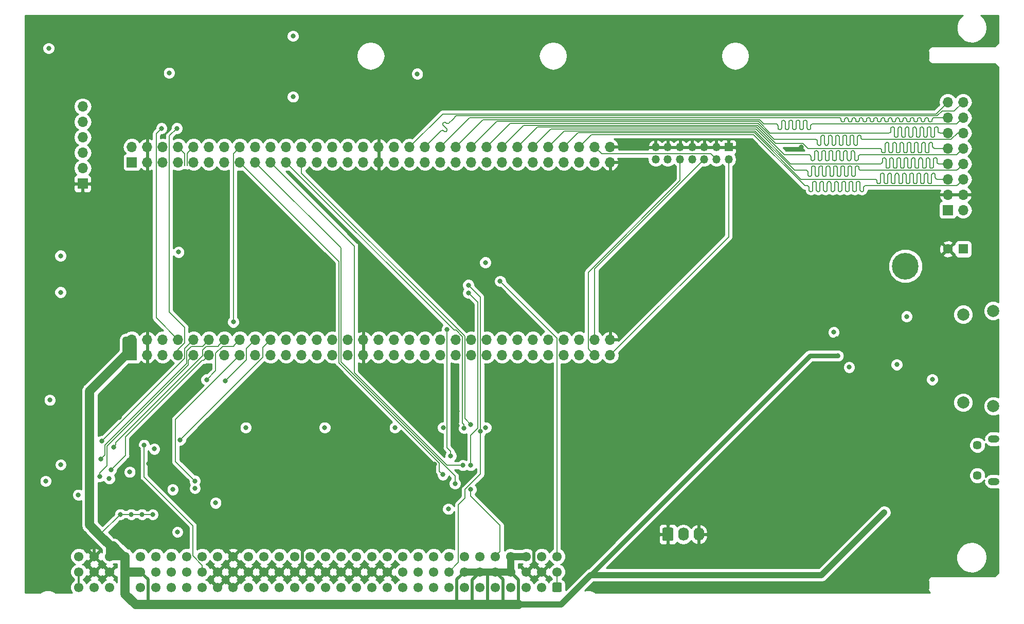
<source format=gbr>
G04 #@! TF.GenerationSoftware,KiCad,Pcbnew,5.0.2+dfsg1-1~bpo9+1*
G04 #@! TF.CreationDate,2022-09-29T18:21:48+02:00*
G04 #@! TF.ProjectId,nubus-to-ztex,6e756275-732d-4746-9f2d-7a7465782e6b,rev?*
G04 #@! TF.SameCoordinates,Original*
G04 #@! TF.FileFunction,Copper,L4,Bot*
G04 #@! TF.FilePolarity,Positive*
%FSLAX46Y46*%
G04 Gerber Fmt 4.6, Leading zero omitted, Abs format (unit mm)*
G04 Created by KiCad (PCBNEW 5.0.2+dfsg1-1~bpo9+1) date Thu Sep 29 18:21:48 2022*
%MOMM*%
%LPD*%
G01*
G04 APERTURE LIST*
G04 #@! TA.AperFunction,ComponentPad*
%ADD10C,4.400000*%
G04 #@! TD*
G04 #@! TA.AperFunction,ComponentPad*
%ADD11R,1.700000X1.700000*%
G04 #@! TD*
G04 #@! TA.AperFunction,ComponentPad*
%ADD12O,1.700000X1.700000*%
G04 #@! TD*
G04 #@! TA.AperFunction,ComponentPad*
%ADD13C,1.450000*%
G04 #@! TD*
G04 #@! TA.AperFunction,ComponentPad*
%ADD14O,1.900000X1.200000*%
G04 #@! TD*
G04 #@! TA.AperFunction,Conductor*
%ADD15C,0.100000*%
G04 #@! TD*
G04 #@! TA.AperFunction,ComponentPad*
%ADD16C,1.740000*%
G04 #@! TD*
G04 #@! TA.AperFunction,ComponentPad*
%ADD17O,1.740000X2.200000*%
G04 #@! TD*
G04 #@! TA.AperFunction,ComponentPad*
%ADD18R,1.350000X1.350000*%
G04 #@! TD*
G04 #@! TA.AperFunction,ComponentPad*
%ADD19O,1.350000X1.350000*%
G04 #@! TD*
G04 #@! TA.AperFunction,ComponentPad*
%ADD20C,2.000000*%
G04 #@! TD*
G04 #@! TA.AperFunction,ComponentPad*
%ADD21R,1.600000X1.600000*%
G04 #@! TD*
G04 #@! TA.AperFunction,ComponentPad*
%ADD22C,1.600000*%
G04 #@! TD*
G04 #@! TA.AperFunction,ComponentPad*
%ADD23C,1.550000*%
G04 #@! TD*
G04 #@! TA.AperFunction,ViaPad*
%ADD24C,0.800000*%
G04 #@! TD*
G04 #@! TA.AperFunction,Conductor*
%ADD25C,0.500000*%
G04 #@! TD*
G04 #@! TA.AperFunction,Conductor*
%ADD26C,0.152400*%
G04 #@! TD*
G04 #@! TA.AperFunction,Conductor*
%ADD27C,1.200000*%
G04 #@! TD*
G04 #@! TA.AperFunction,Conductor*
%ADD28C,1.500000*%
G04 #@! TD*
G04 #@! TA.AperFunction,Conductor*
%ADD29C,1.000000*%
G04 #@! TD*
G04 #@! TA.AperFunction,Conductor*
%ADD30C,0.800000*%
G04 #@! TD*
G04 #@! TA.AperFunction,Conductor*
%ADD31C,1.600000*%
G04 #@! TD*
G04 #@! TA.AperFunction,Conductor*
%ADD32C,0.200000*%
G04 #@! TD*
G04 #@! TA.AperFunction,Conductor*
%ADD33C,0.300000*%
G04 #@! TD*
G04 #@! TA.AperFunction,Conductor*
%ADD34C,0.254000*%
G04 #@! TD*
G04 APERTURE END LIST*
D10*
G04 #@! TO.P,H1,1*
G04 #@! TO.N,SHIELD*
X257350000Y-47090000D03*
G04 #@! TD*
D11*
G04 #@! TO.P,J8,1*
G04 #@! TO.N,+3V3*
X264310000Y-37854999D03*
D12*
G04 #@! TO.P,J8,2*
X266850000Y-37854999D03*
G04 #@! TO.P,J8,3*
G04 #@! TO.N,GND*
X264310000Y-35314999D03*
G04 #@! TO.P,J8,4*
X266850000Y-35314999D03*
G04 #@! TO.P,J8,5*
G04 #@! TO.N,PMOD-5*
X264310000Y-32774999D03*
G04 #@! TO.P,J8,6*
G04 #@! TO.N,PMOD-6*
X266850000Y-32774999D03*
G04 #@! TO.P,J8,7*
G04 #@! TO.N,PMOD-7*
X264310000Y-30234999D03*
G04 #@! TO.P,J8,8*
G04 #@! TO.N,PMOD-8*
X266850000Y-30234999D03*
G04 #@! TO.P,J8,9*
G04 #@! TO.N,PMOD-9*
X264310000Y-27694999D03*
G04 #@! TO.P,J8,10*
G04 #@! TO.N,PMOD-10*
X266850000Y-27694999D03*
G04 #@! TO.P,J8,11*
G04 #@! TO.N,PMOD-11*
X264310000Y-25154999D03*
G04 #@! TO.P,J8,12*
G04 #@! TO.N,PMOD-12*
X266850000Y-25154999D03*
G04 #@! TO.P,J8,13*
G04 #@! TO.N,PMOD-13*
X264310000Y-22614999D03*
G04 #@! TO.P,J8,14*
G04 #@! TO.N,PMOD-14*
X266850000Y-22614999D03*
G04 #@! TO.P,J8,15*
G04 #@! TO.N,PMOD-15*
X264310000Y-20074999D03*
G04 #@! TO.P,J8,16*
G04 #@! TO.N,PMOD-16*
X266850000Y-20074999D03*
G04 #@! TD*
D13*
G04 #@! TO.P,J6,6*
G04 #@! TO.N,SHIELD*
X269197500Y-81570000D03*
X269197500Y-76570000D03*
D14*
X271897500Y-82570000D03*
X271897500Y-75570000D03*
G04 #@! TD*
D15*
G04 #@! TO.N,GND*
G04 #@! TO.C,J7*
G36*
X218884505Y-90171204D02*
X218908773Y-90174804D01*
X218932572Y-90180765D01*
X218955671Y-90189030D01*
X218977850Y-90199520D01*
X218998893Y-90212132D01*
X219018599Y-90226747D01*
X219036777Y-90243223D01*
X219053253Y-90261401D01*
X219067868Y-90281107D01*
X219080480Y-90302150D01*
X219090970Y-90324329D01*
X219099235Y-90347428D01*
X219105196Y-90371227D01*
X219108796Y-90395495D01*
X219110000Y-90419999D01*
X219110000Y-92120001D01*
X219108796Y-92144505D01*
X219105196Y-92168773D01*
X219099235Y-92192572D01*
X219090970Y-92215671D01*
X219080480Y-92237850D01*
X219067868Y-92258893D01*
X219053253Y-92278599D01*
X219036777Y-92296777D01*
X219018599Y-92313253D01*
X218998893Y-92327868D01*
X218977850Y-92340480D01*
X218955671Y-92350970D01*
X218932572Y-92359235D01*
X218908773Y-92365196D01*
X218884505Y-92368796D01*
X218860001Y-92370000D01*
X217619999Y-92370000D01*
X217595495Y-92368796D01*
X217571227Y-92365196D01*
X217547428Y-92359235D01*
X217524329Y-92350970D01*
X217502150Y-92340480D01*
X217481107Y-92327868D01*
X217461401Y-92313253D01*
X217443223Y-92296777D01*
X217426747Y-92278599D01*
X217412132Y-92258893D01*
X217399520Y-92237850D01*
X217389030Y-92215671D01*
X217380765Y-92192572D01*
X217374804Y-92168773D01*
X217371204Y-92144505D01*
X217370000Y-92120001D01*
X217370000Y-90419999D01*
X217371204Y-90395495D01*
X217374804Y-90371227D01*
X217380765Y-90347428D01*
X217389030Y-90324329D01*
X217399520Y-90302150D01*
X217412132Y-90281107D01*
X217426747Y-90261401D01*
X217443223Y-90243223D01*
X217461401Y-90226747D01*
X217481107Y-90212132D01*
X217502150Y-90199520D01*
X217524329Y-90189030D01*
X217547428Y-90180765D01*
X217571227Y-90174804D01*
X217595495Y-90171204D01*
X217619999Y-90170000D01*
X218860001Y-90170000D01*
X218884505Y-90171204D01*
X218884505Y-90171204D01*
G37*
D16*
G04 #@! TD*
G04 #@! TO.P,J7,1*
G04 #@! TO.N,GND*
X218240000Y-91270000D03*
D17*
G04 #@! TO.P,J7,2*
G04 #@! TO.N,+5V*
X220780000Y-91270000D03*
G04 #@! TO.P,J7,3*
G04 #@! TO.N,GND*
X223320000Y-91270000D03*
G04 #@! TD*
D11*
G04 #@! TO.P,JCD1,1*
G04 #@! TO.N,Net-(JCD1-Pad1)*
X130000000Y-30000000D03*
D12*
G04 #@! TO.P,JCD1,2*
G04 #@! TO.N,Net-(JCD1-Pad2)*
X130000000Y-27460000D03*
G04 #@! TO.P,JCD1,3*
G04 #@! TO.N,GND*
X132540000Y-30000000D03*
G04 #@! TO.P,JCD1,4*
X132540000Y-27460000D03*
G04 #@! TO.P,JCD1,5*
G04 #@! TO.N,LED1*
X135080000Y-30000000D03*
G04 #@! TO.P,JCD1,6*
G04 #@! TO.N,LED0*
X135080000Y-27460000D03*
G04 #@! TO.P,JCD1,7*
G04 #@! TO.N,~ID3_3V3*
X137620000Y-30000000D03*
G04 #@! TO.P,JCD1,8*
G04 #@! TO.N,~ID2_3V3*
X137620000Y-27460000D03*
G04 #@! TO.P,JCD1,9*
G04 #@! TO.N,~ID0_3V3*
X140160000Y-30000000D03*
G04 #@! TO.P,JCD1,10*
G04 #@! TO.N,~ID1_3V3*
X140160000Y-27460000D03*
G04 #@! TO.P,JCD1,11*
G04 #@! TO.N,~ARB3_3V3*
X142700000Y-30000000D03*
G04 #@! TO.P,JCD1,12*
G04 #@! TO.N,~ARB2_3V3*
X142700000Y-27460000D03*
G04 #@! TO.P,JCD1,13*
G04 #@! TO.N,~ARB0_3V3*
X145240000Y-30000000D03*
G04 #@! TO.P,JCD1,14*
G04 #@! TO.N,~ARB1_3V3*
X145240000Y-27460000D03*
G04 #@! TO.P,JCD1,15*
G04 #@! TO.N,TMx_oe_n*
X147780000Y-30000000D03*
G04 #@! TO.P,JCD1,16*
G04 #@! TO.N,~CLK2X_3V3*
X147780000Y-27460000D03*
G04 #@! TO.P,JCD1,17*
G04 #@! TO.N,TM1_n_o*
X150320000Y-30000000D03*
G04 #@! TO.P,JCD1,18*
G04 #@! TO.N,SD_D2*
X150320000Y-27460000D03*
G04 #@! TO.P,JCD1,19*
G04 #@! TO.N,TM0_n_o*
X152860000Y-30000000D03*
G04 #@! TO.P,JCD1,20*
G04 #@! TO.N,SD_D3*
X152860000Y-27460000D03*
G04 #@! TO.P,JCD1,21*
G04 #@! TO.N,TM2_oe_n*
X155400000Y-30000000D03*
G04 #@! TO.P,JCD1,22*
G04 #@! TO.N,SD_CMD*
X155400000Y-27460000D03*
G04 #@! TO.P,JCD1,23*
G04 #@! TO.N,TM2_o_n*
X157940000Y-30000000D03*
G04 #@! TO.P,JCD1,24*
G04 #@! TO.N,SD_CLK*
X157940000Y-27460000D03*
G04 #@! TO.P,JCD1,25*
G04 #@! TO.N,~TM0_3V3*
X160480000Y-30000000D03*
G04 #@! TO.P,JCD1,26*
G04 #@! TO.N,SD_D0*
X160480000Y-27460000D03*
G04 #@! TO.P,JCD1,27*
G04 #@! TO.N,~TM1_3V3*
X163020000Y-30000000D03*
G04 #@! TO.P,JCD1,28*
G04 #@! TO.N,SD_D1*
X163020000Y-27460000D03*
G04 #@! TO.P,JCD1,29*
G04 #@! TO.N,~TM2_3V3*
X165560000Y-30000000D03*
G04 #@! TO.P,JCD1,30*
G04 #@! TO.N,~RESET_3V3*
X165560000Y-27460000D03*
G04 #@! TO.P,JCD1,31*
G04 #@! TO.N,+3V3*
X168100000Y-30000000D03*
G04 #@! TO.P,JCD1,32*
X168100000Y-27460000D03*
G04 #@! TO.P,JCD1,33*
G04 #@! TO.N,GND*
X170640000Y-30000000D03*
G04 #@! TO.P,JCD1,34*
X170640000Y-27460000D03*
G04 #@! TO.P,JCD1,35*
G04 #@! TO.N,+3V3*
X173180000Y-30000000D03*
G04 #@! TO.P,JCD1,36*
X173180000Y-27460000D03*
G04 #@! TO.P,JCD1,37*
G04 #@! TO.N,HDMI_HPD_A*
X175720000Y-30000000D03*
G04 #@! TO.P,JCD1,38*
G04 #@! TO.N,PMOD-15*
X175720000Y-27460000D03*
G04 #@! TO.P,JCD1,39*
G04 #@! TO.N,HDMI_SDA_A*
X178260000Y-30000000D03*
G04 #@! TO.P,JCD1,40*
G04 #@! TO.N,PMOD-16*
X178260000Y-27460000D03*
G04 #@! TO.P,JCD1,41*
G04 #@! TO.N,HDMI_SCL_A*
X180800000Y-30000000D03*
G04 #@! TO.P,JCD1,42*
G04 #@! TO.N,PMOD-13*
X180800000Y-27460000D03*
G04 #@! TO.P,JCD1,43*
G04 #@! TO.N,HDMI_CEC_A*
X183340000Y-30000000D03*
G04 #@! TO.P,JCD1,44*
G04 #@! TO.N,PMOD-14*
X183340000Y-27460000D03*
G04 #@! TO.P,JCD1,45*
G04 #@! TO.N,HDMI_CLK-*
X185880000Y-30000000D03*
G04 #@! TO.P,JCD1,46*
G04 #@! TO.N,PMOD-11*
X185880000Y-27460000D03*
G04 #@! TO.P,JCD1,47*
G04 #@! TO.N,HDMI_CLK+*
X188420000Y-30000000D03*
G04 #@! TO.P,JCD1,48*
G04 #@! TO.N,PMOD-12*
X188420000Y-27460000D03*
G04 #@! TO.P,JCD1,49*
G04 #@! TO.N,HDMI_D0+*
X190960000Y-30000000D03*
G04 #@! TO.P,JCD1,50*
G04 #@! TO.N,PMOD-9*
X190960000Y-27460000D03*
G04 #@! TO.P,JCD1,51*
G04 #@! TO.N,HDMI_D0-*
X193500000Y-30000000D03*
G04 #@! TO.P,JCD1,52*
G04 #@! TO.N,PMOD-10*
X193500000Y-27460000D03*
G04 #@! TO.P,JCD1,53*
G04 #@! TO.N,HDMI_D1+*
X196040000Y-30000000D03*
G04 #@! TO.P,JCD1,54*
G04 #@! TO.N,PMOD-7*
X196040000Y-27460000D03*
G04 #@! TO.P,JCD1,55*
G04 #@! TO.N,HDMI_D1-*
X198580000Y-30000000D03*
G04 #@! TO.P,JCD1,56*
G04 #@! TO.N,PMOD-8*
X198580000Y-27460000D03*
G04 #@! TO.P,JCD1,57*
G04 #@! TO.N,HDMI_D2-*
X201120000Y-30000000D03*
G04 #@! TO.P,JCD1,58*
G04 #@! TO.N,PMOD-5*
X201120000Y-27460000D03*
G04 #@! TO.P,JCD1,59*
G04 #@! TO.N,HDMI_D2+*
X203660000Y-30000000D03*
G04 #@! TO.P,JCD1,60*
G04 #@! TO.N,PMOD-6*
X203660000Y-27460000D03*
G04 #@! TO.P,JCD1,61*
G04 #@! TO.N,FPGA_JTAG_TDO*
X206200000Y-30000000D03*
G04 #@! TO.P,JCD1,62*
G04 #@! TO.N,FPGA_JTAG_TMS*
X206200000Y-27460000D03*
G04 #@! TO.P,JCD1,63*
G04 #@! TO.N,GND*
X208740000Y-30000000D03*
G04 #@! TO.P,JCD1,64*
X208740000Y-27460000D03*
G04 #@! TD*
D18*
G04 #@! TO.P,J1,1*
G04 #@! TO.N,GND*
X228230000Y-27500000D03*
D19*
G04 #@! TO.P,J1,2*
G04 #@! TO.N,/B2B/JTAG_VIO*
X228230000Y-29500000D03*
G04 #@! TO.P,J1,3*
G04 #@! TO.N,GND*
X226230000Y-27500000D03*
G04 #@! TO.P,J1,4*
G04 #@! TO.N,FPGA_JTAG_TMS*
X226230000Y-29500000D03*
G04 #@! TO.P,J1,5*
G04 #@! TO.N,GND*
X224230000Y-27500000D03*
G04 #@! TO.P,J1,6*
G04 #@! TO.N,FPGA_JTAG_TCK*
X224230000Y-29500000D03*
G04 #@! TO.P,J1,7*
G04 #@! TO.N,GND*
X222230000Y-27500000D03*
G04 #@! TO.P,J1,8*
G04 #@! TO.N,FPGA_JTAG_TDO*
X222230000Y-29500000D03*
G04 #@! TO.P,J1,9*
G04 #@! TO.N,GND*
X220230000Y-27500000D03*
G04 #@! TO.P,J1,10*
G04 #@! TO.N,FPGA_JTAG_TDI*
X220230000Y-29500000D03*
G04 #@! TO.P,J1,11*
G04 #@! TO.N,GND*
X218230000Y-27500000D03*
G04 #@! TO.P,J1,12*
G04 #@! TO.N,Net-(J1-Pad12)*
X218230000Y-29500000D03*
G04 #@! TO.P,J1,13*
G04 #@! TO.N,GND*
X216230000Y-27500000D03*
G04 #@! TO.P,J1,14*
G04 #@! TO.N,Net-(J1-Pad14)*
X216230000Y-29500000D03*
G04 #@! TD*
D20*
G04 #@! TO.P,J5,SH*
G04 #@! TO.N,SHIELD*
X271800000Y-70150000D03*
X271800000Y-54450000D03*
X266850000Y-69550000D03*
X266850000Y-55050000D03*
G04 #@! TD*
D21*
G04 #@! TO.P,C39,1*
G04 #@! TO.N,SHIELD*
X266850000Y-44280000D03*
D22*
G04 #@! TO.P,C39,2*
G04 #@! TO.N,GND*
X264350000Y-44280000D03*
G04 #@! TD*
D15*
G04 #@! TO.N,-12V*
G04 #@! TO.C,J4*
G36*
X200549505Y-99226204D02*
X200573773Y-99229804D01*
X200597572Y-99235765D01*
X200620671Y-99244030D01*
X200642850Y-99254520D01*
X200663893Y-99267132D01*
X200683599Y-99281747D01*
X200701777Y-99298223D01*
X200718253Y-99316401D01*
X200732868Y-99336107D01*
X200745480Y-99357150D01*
X200755970Y-99379329D01*
X200764235Y-99402428D01*
X200770196Y-99426227D01*
X200773796Y-99450495D01*
X200775000Y-99474999D01*
X200775000Y-100525001D01*
X200773796Y-100549505D01*
X200770196Y-100573773D01*
X200764235Y-100597572D01*
X200755970Y-100620671D01*
X200745480Y-100642850D01*
X200732868Y-100663893D01*
X200718253Y-100683599D01*
X200701777Y-100701777D01*
X200683599Y-100718253D01*
X200663893Y-100732868D01*
X200642850Y-100745480D01*
X200620671Y-100755970D01*
X200597572Y-100764235D01*
X200573773Y-100770196D01*
X200549505Y-100773796D01*
X200525001Y-100775000D01*
X199474999Y-100775000D01*
X199450495Y-100773796D01*
X199426227Y-100770196D01*
X199402428Y-100764235D01*
X199379329Y-100755970D01*
X199357150Y-100745480D01*
X199336107Y-100732868D01*
X199316401Y-100718253D01*
X199298223Y-100701777D01*
X199281747Y-100683599D01*
X199267132Y-100663893D01*
X199254520Y-100642850D01*
X199244030Y-100620671D01*
X199235765Y-100597572D01*
X199229804Y-100573773D01*
X199226204Y-100549505D01*
X199225000Y-100525001D01*
X199225000Y-99474999D01*
X199226204Y-99450495D01*
X199229804Y-99426227D01*
X199235765Y-99402428D01*
X199244030Y-99379329D01*
X199254520Y-99357150D01*
X199267132Y-99336107D01*
X199281747Y-99316401D01*
X199298223Y-99298223D01*
X199316401Y-99281747D01*
X199336107Y-99267132D01*
X199357150Y-99254520D01*
X199379329Y-99244030D01*
X199402428Y-99235765D01*
X199426227Y-99229804D01*
X199450495Y-99226204D01*
X199474999Y-99225000D01*
X200525001Y-99225000D01*
X200549505Y-99226204D01*
X200549505Y-99226204D01*
G37*
D23*
G04 #@! TD*
G04 #@! TO.P,J4,a1*
G04 #@! TO.N,-12V*
X200000000Y-100000000D03*
G04 #@! TO.P,J4,a2*
G04 #@! TO.N,SB0_5V*
X197460000Y-100000000D03*
G04 #@! TO.P,J4,a3*
G04 #@! TO.N,~SPV_5V*
X194920000Y-100000000D03*
G04 #@! TO.P,J4,a4*
G04 #@! TO.N,~SP_5V*
X192380000Y-100000000D03*
G04 #@! TO.P,J4,a5*
G04 #@! TO.N,~TM1_5V*
X189840000Y-100000000D03*
G04 #@! TO.P,J4,a6*
G04 #@! TO.N,~AD1_5V*
X187300000Y-100000000D03*
G04 #@! TO.P,J4,a7*
G04 #@! TO.N,~AD3_5V*
X184760000Y-100000000D03*
G04 #@! TO.P,J4,a8*
G04 #@! TO.N,~AD5_5V*
X182220000Y-100000000D03*
G04 #@! TO.P,J4,a9*
G04 #@! TO.N,~AD7_5V*
X179680000Y-100000000D03*
G04 #@! TO.P,J4,a10*
G04 #@! TO.N,~AD9_5V*
X177140000Y-100000000D03*
G04 #@! TO.P,J4,a11*
G04 #@! TO.N,~AD11_5V*
X174600000Y-100000000D03*
G04 #@! TO.P,J4,a12*
G04 #@! TO.N,~AD13_5V*
X172060000Y-100000000D03*
G04 #@! TO.P,J4,a13*
G04 #@! TO.N,~AD15_5V*
X169520000Y-100000000D03*
G04 #@! TO.P,J4,a14*
G04 #@! TO.N,~AD17_5V*
X166980000Y-100000000D03*
G04 #@! TO.P,J4,a15*
G04 #@! TO.N,~AD19_5V*
X164440000Y-100000000D03*
G04 #@! TO.P,J4,a16*
G04 #@! TO.N,~AD21_5V*
X161900000Y-100000000D03*
G04 #@! TO.P,J4,a17*
G04 #@! TO.N,~AD23_5V*
X159360000Y-100000000D03*
G04 #@! TO.P,J4,a18*
G04 #@! TO.N,~AD25_5V*
X156820000Y-100000000D03*
G04 #@! TO.P,J4,a19*
G04 #@! TO.N,~AD27_5V*
X154280000Y-100000000D03*
G04 #@! TO.P,J4,a20*
G04 #@! TO.N,~AD29_5V*
X151740000Y-100000000D03*
G04 #@! TO.P,J4,a21*
G04 #@! TO.N,~AD31_5V*
X149200000Y-100000000D03*
G04 #@! TO.P,J4,a22*
G04 #@! TO.N,GND*
X146660000Y-100000000D03*
G04 #@! TO.P,J4,a23*
X144120000Y-100000000D03*
G04 #@! TO.P,J4,a24*
G04 #@! TO.N,~ARB1_5V*
X141580000Y-100000000D03*
G04 #@! TO.P,J4,a25*
G04 #@! TO.N,~ARB3_5V*
X139040000Y-100000000D03*
G04 #@! TO.P,J4,a26*
G04 #@! TO.N,~ID1_5V*
X136500000Y-100000000D03*
G04 #@! TO.P,J4,a27*
G04 #@! TO.N,~ID3_5V*
X133960000Y-100000000D03*
G04 #@! TO.P,J4,a28*
G04 #@! TO.N,~ACK_5V*
X131420000Y-100000000D03*
G04 #@! TO.P,J4,a29*
G04 #@! TO.N,+5V*
X128880000Y-100000000D03*
G04 #@! TO.P,J4,a30*
G04 #@! TO.N,~RQST_5V*
X126340000Y-100000000D03*
G04 #@! TO.P,J4,a31*
G04 #@! TO.N,~NMRQ_5V*
X123800000Y-100000000D03*
G04 #@! TO.P,J4,a32*
G04 #@! TO.N,+12V*
X121260000Y-100000000D03*
G04 #@! TO.P,J4,b1*
G04 #@! TO.N,-12V*
X200000000Y-97460000D03*
G04 #@! TO.P,J4,b2*
G04 #@! TO.N,GND*
X197460000Y-97460000D03*
G04 #@! TO.P,J4,b3*
X194920000Y-97460000D03*
G04 #@! TO.P,J4,b4*
G04 #@! TO.N,+5V*
X192380000Y-97460000D03*
G04 #@! TO.P,J4,b5*
X189840000Y-97460000D03*
G04 #@! TO.P,J4,b6*
X187300000Y-97460000D03*
G04 #@! TO.P,J4,b7*
X184760000Y-97460000D03*
G04 #@! TO.P,J4,b8*
G04 #@! TO.N,~TM2_5V*
X182220000Y-97460000D03*
G04 #@! TO.P,J4,b9*
G04 #@! TO.N,~CM0_5V*
X179680000Y-97460000D03*
G04 #@! TO.P,J4,b10*
G04 #@! TO.N,~CM1_5V*
X177140000Y-97460000D03*
G04 #@! TO.P,J4,b11*
G04 #@! TO.N,~CM2_5V*
X174600000Y-97460000D03*
G04 #@! TO.P,J4,b12*
G04 #@! TO.N,GND*
X172060000Y-97460000D03*
G04 #@! TO.P,J4,b13*
X169520000Y-97460000D03*
G04 #@! TO.P,J4,b14*
X166980000Y-97460000D03*
G04 #@! TO.P,J4,b15*
X164440000Y-97460000D03*
G04 #@! TO.P,J4,b16*
X161900000Y-97460000D03*
G04 #@! TO.P,J4,b17*
X159360000Y-97460000D03*
G04 #@! TO.P,J4,b18*
X156820000Y-97460000D03*
G04 #@! TO.P,J4,b19*
X154280000Y-97460000D03*
G04 #@! TO.P,J4,b20*
X151740000Y-97460000D03*
G04 #@! TO.P,J4,b21*
X149200000Y-97460000D03*
G04 #@! TO.P,J4,b22*
X146660000Y-97460000D03*
G04 #@! TO.P,J4,b23*
X144120000Y-97460000D03*
G04 #@! TO.P,J4,b24*
G04 #@! TO.N,~CLK2X_5V*
X141580000Y-97460000D03*
G04 #@! TO.P,J4,b25*
G04 #@! TO.N,STDBYPWR*
X139040000Y-97460000D03*
G04 #@! TO.P,J4,b26*
G04 #@! TO.N,~CLK2XEN_5V*
X136500000Y-97460000D03*
G04 #@! TO.P,J4,b27*
G04 #@! TO.N,~CBUSY_5V*
X133960000Y-97460000D03*
G04 #@! TO.P,J4,b28*
G04 #@! TO.N,+5V*
X131420000Y-97460000D03*
G04 #@! TO.P,J4,b29*
X128880000Y-97460000D03*
G04 #@! TO.P,J4,b30*
G04 #@! TO.N,GND*
X126340000Y-97460000D03*
G04 #@! TO.P,J4,b31*
X123800000Y-97460000D03*
G04 #@! TO.P,J4,b32*
G04 #@! TO.N,+12V*
X121260000Y-97460000D03*
G04 #@! TO.P,J4,c1*
G04 #@! TO.N,~RESET_5V*
X200000000Y-94920000D03*
G04 #@! TO.P,J4,c2*
G04 #@! TO.N,SB1_5V*
X197460000Y-94920000D03*
G04 #@! TO.P,J4,c3*
G04 #@! TO.N,+5V*
X194920000Y-94920000D03*
G04 #@! TO.P,J4,c4*
X192380000Y-94920000D03*
G04 #@! TO.P,J4,c5*
G04 #@! TO.N,~TM0_5V*
X189840000Y-94920000D03*
G04 #@! TO.P,J4,c6*
G04 #@! TO.N,~AD0_5V*
X187300000Y-94920000D03*
G04 #@! TO.P,J4,c7*
G04 #@! TO.N,~AD2_5V*
X184760000Y-94920000D03*
G04 #@! TO.P,J4,c8*
G04 #@! TO.N,~AD4_5V*
X182220000Y-94920000D03*
G04 #@! TO.P,J4,c9*
G04 #@! TO.N,~AD6_5V*
X179680000Y-94920000D03*
G04 #@! TO.P,J4,c10*
G04 #@! TO.N,~AD8_5V*
X177140000Y-94920000D03*
G04 #@! TO.P,J4,c11*
G04 #@! TO.N,~AD10_5V*
X174600000Y-94920000D03*
G04 #@! TO.P,J4,c12*
G04 #@! TO.N,~AD12_5V*
X172060000Y-94920000D03*
G04 #@! TO.P,J4,c13*
G04 #@! TO.N,~AD14_5V*
X169520000Y-94920000D03*
G04 #@! TO.P,J4,c14*
G04 #@! TO.N,~AD16_5V*
X166980000Y-94920000D03*
G04 #@! TO.P,J4,c15*
G04 #@! TO.N,~AD18_5V*
X164440000Y-94920000D03*
G04 #@! TO.P,J4,c16*
G04 #@! TO.N,~AD20_5V*
X161900000Y-94920000D03*
G04 #@! TO.P,J4,c17*
G04 #@! TO.N,~AD22_5V*
X159360000Y-94920000D03*
G04 #@! TO.P,J4,c18*
G04 #@! TO.N,~AD24_5V*
X156820000Y-94920000D03*
G04 #@! TO.P,J4,c19*
G04 #@! TO.N,~AD26_5V*
X154280000Y-94920000D03*
G04 #@! TO.P,J4,c20*
G04 #@! TO.N,~AD28_5V*
X151740000Y-94920000D03*
G04 #@! TO.P,J4,c21*
G04 #@! TO.N,~AD30_5V*
X149200000Y-94920000D03*
G04 #@! TO.P,J4,c22*
G04 #@! TO.N,GND*
X146660000Y-94920000D03*
G04 #@! TO.P,J4,c23*
G04 #@! TO.N,~PFW_5V*
X144120000Y-94920000D03*
G04 #@! TO.P,J4,c24*
G04 #@! TO.N,~ARB0_5V*
X141580000Y-94920000D03*
G04 #@! TO.P,J4,c25*
G04 #@! TO.N,~ARB2_5V*
X139040000Y-94920000D03*
G04 #@! TO.P,J4,c26*
G04 #@! TO.N,~ID0_5V*
X136500000Y-94920000D03*
G04 #@! TO.P,J4,c27*
G04 #@! TO.N,~ID2_5V*
X133960000Y-94920000D03*
G04 #@! TO.P,J4,c28*
G04 #@! TO.N,~START_5V*
X131420000Y-94920000D03*
G04 #@! TO.P,J4,c29*
G04 #@! TO.N,+5V*
X128880000Y-94920000D03*
G04 #@! TO.P,J4,c30*
X126340000Y-94920000D03*
G04 #@! TO.P,J4,c31*
G04 #@! TO.N,GND*
X123800000Y-94920000D03*
G04 #@! TO.P,J4,c32*
G04 #@! TO.N,~CLK_5V*
X121260000Y-94920000D03*
G04 #@! TD*
D12*
G04 #@! TO.P,J3,6*
G04 #@! TO.N,Net-(J3-Pad6)*
X121900000Y-20800000D03*
G04 #@! TO.P,J3,5*
G04 #@! TO.N,LED0*
X121900000Y-23340000D03*
G04 #@! TO.P,J3,4*
G04 #@! TO.N,LED1*
X121900000Y-25880000D03*
G04 #@! TO.P,J3,3*
G04 #@! TO.N,Net-(J3-Pad3)*
X121900000Y-28420000D03*
G04 #@! TO.P,J3,2*
G04 #@! TO.N,Net-(J3-Pad2)*
X121900000Y-30960000D03*
D11*
G04 #@! TO.P,J3,1*
G04 #@! TO.N,GND*
X121900000Y-33500000D03*
G04 #@! TD*
D12*
G04 #@! TO.P,JAB1,64*
G04 #@! TO.N,GND*
X208740000Y-59210000D03*
G04 #@! TO.P,JAB1,63*
G04 #@! TO.N,/B2B/JTAG_VIO*
X208740000Y-61750000D03*
G04 #@! TO.P,JAB1,62*
G04 #@! TO.N,FPGA_JTAG_TCK*
X206200000Y-59210000D03*
G04 #@! TO.P,JAB1,61*
G04 #@! TO.N,FPGA_JTAG_TDI*
X206200000Y-61750000D03*
G04 #@! TO.P,JAB1,60*
G04 #@! TO.N,USBH0_D-*
X203660000Y-59210000D03*
G04 #@! TO.P,JAB1,59*
G04 #@! TO.N,USBH0_D+*
X203660000Y-61750000D03*
G04 #@! TO.P,JAB1,58*
G04 #@! TO.N,~AD0_3V3*
X201120000Y-59210000D03*
G04 #@! TO.P,JAB1,57*
G04 #@! TO.N,~AD1_3V3*
X201120000Y-61750000D03*
G04 #@! TO.P,JAB1,56*
G04 #@! TO.N,~AD2_3V3*
X198580000Y-59210000D03*
G04 #@! TO.P,JAB1,55*
G04 #@! TO.N,~AD3_3V3*
X198580000Y-61750000D03*
G04 #@! TO.P,JAB1,54*
G04 #@! TO.N,~AD4_3V3*
X196040000Y-59210000D03*
G04 #@! TO.P,JAB1,53*
G04 #@! TO.N,~AD5_3V3*
X196040000Y-61750000D03*
G04 #@! TO.P,JAB1,52*
G04 #@! TO.N,~AD6_3V3*
X193500000Y-59210000D03*
G04 #@! TO.P,JAB1,51*
G04 #@! TO.N,~AD7_3V3*
X193500000Y-61750000D03*
G04 #@! TO.P,JAB1,50*
G04 #@! TO.N,~AD8_3V3*
X190960000Y-59210000D03*
G04 #@! TO.P,JAB1,49*
G04 #@! TO.N,~AD9_3V3*
X190960000Y-61750000D03*
G04 #@! TO.P,JAB1,48*
G04 #@! TO.N,~AD10_3V3*
X188420000Y-59210000D03*
G04 #@! TO.P,JAB1,47*
G04 #@! TO.N,~AD11_3V3*
X188420000Y-61750000D03*
G04 #@! TO.P,JAB1,46*
G04 #@! TO.N,~AD12_3V3*
X185880000Y-59210000D03*
G04 #@! TO.P,JAB1,45*
G04 #@! TO.N,~AD13_3V3*
X185880000Y-61750000D03*
G04 #@! TO.P,JAB1,44*
G04 #@! TO.N,~AD14_3V3*
X183340000Y-59210000D03*
G04 #@! TO.P,JAB1,43*
G04 #@! TO.N,~AD15_3V3*
X183340000Y-61750000D03*
G04 #@! TO.P,JAB1,42*
G04 #@! TO.N,~AD16_3V3*
X180800000Y-59210000D03*
G04 #@! TO.P,JAB1,41*
G04 #@! TO.N,~AD17_3V3*
X180800000Y-61750000D03*
G04 #@! TO.P,JAB1,40*
G04 #@! TO.N,~AD18_3V3*
X178260000Y-59210000D03*
G04 #@! TO.P,JAB1,39*
G04 #@! TO.N,~AD19_3V3*
X178260000Y-61750000D03*
G04 #@! TO.P,JAB1,38*
G04 #@! TO.N,~AD20_3V3*
X175720000Y-59210000D03*
G04 #@! TO.P,JAB1,37*
G04 #@! TO.N,~AD21_3V3*
X175720000Y-61750000D03*
G04 #@! TO.P,JAB1,36*
G04 #@! TO.N,~AD22_3V3*
X173180000Y-59210000D03*
G04 #@! TO.P,JAB1,35*
G04 #@! TO.N,~AD23_3V3*
X173180000Y-61750000D03*
G04 #@! TO.P,JAB1,34*
G04 #@! TO.N,+3V3*
X170640000Y-59210000D03*
G04 #@! TO.P,JAB1,33*
X170640000Y-61750000D03*
G04 #@! TO.P,JAB1,32*
G04 #@! TO.N,GND*
X168100000Y-59210000D03*
G04 #@! TO.P,JAB1,31*
X168100000Y-61750000D03*
G04 #@! TO.P,JAB1,30*
G04 #@! TO.N,+3V3*
X165560000Y-59210000D03*
G04 #@! TO.P,JAB1,29*
X165560000Y-61750000D03*
G04 #@! TO.P,JAB1,28*
G04 #@! TO.N,~AD24_3V3*
X163020000Y-59210000D03*
G04 #@! TO.P,JAB1,27*
G04 #@! TO.N,NUBUS_OE*
X163020000Y-61750000D03*
G04 #@! TO.P,JAB1,26*
G04 #@! TO.N,~AD26_3V3*
X160480000Y-59210000D03*
G04 #@! TO.P,JAB1,25*
G04 #@! TO.N,~AD25_3V3*
X160480000Y-61750000D03*
G04 #@! TO.P,JAB1,24*
G04 #@! TO.N,~AD28_3V3*
X157940000Y-59210000D03*
G04 #@! TO.P,JAB1,23*
G04 #@! TO.N,~AD27_3V3*
X157940000Y-61750000D03*
G04 #@! TO.P,JAB1,22*
G04 #@! TO.N,~AD30_3V3*
X155400000Y-59210000D03*
G04 #@! TO.P,JAB1,21*
G04 #@! TO.N,~AD29_3V3*
X155400000Y-61750000D03*
G04 #@! TO.P,JAB1,20*
G04 #@! TO.N,~CLK_3V3*
X152860000Y-59210000D03*
G04 #@! TO.P,JAB1,19*
G04 #@! TO.N,~AD31_3V3*
X152860000Y-61750000D03*
G04 #@! TO.P,JAB1,18*
G04 #@! TO.N,ARB1_o_n*
X150320000Y-59210000D03*
G04 #@! TO.P,JAB1,17*
G04 #@! TO.N,NUBUS_AD_DIR*
X150320000Y-61750000D03*
G04 #@! TO.P,JAB1,16*
G04 #@! TO.N,ARB2_o_n*
X147780000Y-59210000D03*
G04 #@! TO.P,JAB1,15*
G04 #@! TO.N,ARB3_o_n*
X147780000Y-61750000D03*
G04 #@! TO.P,JAB1,14*
G04 #@! TO.N,ACK_o_n*
X145240000Y-59210000D03*
G04 #@! TO.P,JAB1,13*
G04 #@! TO.N,ARB0_o_n*
X145240000Y-61750000D03*
G04 #@! TO.P,JAB1,12*
G04 #@! TO.N,ACK_oe_n*
X142700000Y-59210000D03*
G04 #@! TO.P,JAB1,11*
G04 #@! TO.N,START_o_n*
X142700000Y-61750000D03*
G04 #@! TO.P,JAB1,10*
G04 #@! TO.N,RQST_o_n*
X140160000Y-59210000D03*
G04 #@! TO.P,JAB1,9*
G04 #@! TO.N,START_oe_n*
X140160000Y-61750000D03*
G04 #@! TO.P,JAB1,8*
G04 #@! TO.N,~ACK_3V3*
X137620000Y-59210000D03*
G04 #@! TO.P,JAB1,7*
G04 #@! TO.N,~START_3V3*
X137620000Y-61750000D03*
G04 #@! TO.P,JAB1,6*
G04 #@! TO.N,~RQST_3V3*
X135080000Y-59210000D03*
G04 #@! TO.P,JAB1,5*
G04 #@! TO.N,~NMRQ_3V3*
X135080000Y-61750000D03*
G04 #@! TO.P,JAB1,4*
G04 #@! TO.N,GND*
X132540000Y-59210000D03*
G04 #@! TO.P,JAB1,3*
X132540000Y-61750000D03*
G04 #@! TO.P,JAB1,2*
G04 #@! TO.N,+5V*
X130000000Y-59210000D03*
D11*
G04 #@! TO.P,JAB1,1*
X130000000Y-61750000D03*
G04 #@! TD*
D24*
G04 #@! TO.N,GND*
X226300000Y-31900000D03*
X137500000Y-89312500D03*
X256220000Y-61875000D03*
X252900000Y-82730000D03*
X262640000Y-79355000D03*
X149900000Y-71000000D03*
X117200000Y-84780000D03*
X189500000Y-71000000D03*
X115200000Y-87480000D03*
X145400000Y-88100000D03*
X139300000Y-87450000D03*
X155357500Y-79750000D03*
X148200000Y-86800000D03*
X256010000Y-87920000D03*
X179857500Y-79750000D03*
X115200000Y-90730000D03*
X264200000Y-67357500D03*
X145300000Y-90050000D03*
X194857500Y-79750000D03*
X168357500Y-79750000D03*
X163000000Y-71000000D03*
X267730000Y-79355000D03*
X267720000Y-77180000D03*
X268000000Y-65550000D03*
X174500000Y-71000000D03*
X268000000Y-58050000D03*
X255500000Y-58625000D03*
X255040000Y-53812500D03*
X115200000Y-89430000D03*
X183600000Y-71000000D03*
X116300000Y-16437500D03*
X246062500Y-59100000D03*
X268000000Y-61050000D03*
X244180000Y-99750000D03*
X236450000Y-82730000D03*
X158100000Y-92000000D03*
X196200000Y-92480000D03*
X123800000Y-93000000D03*
X139252400Y-47600000D03*
X145125000Y-50200000D03*
X187000000Y-83100000D03*
X168650000Y-91575000D03*
X118534670Y-98720000D03*
X240200000Y-27500000D03*
X168357500Y-78180000D03*
X115670000Y-40410000D03*
X158730000Y-9200000D03*
X158127500Y-19200000D03*
X147900000Y-8080000D03*
X149555000Y-18100000D03*
X163305000Y-18100000D03*
X165000000Y-8080000D03*
X185400000Y-48925000D03*
X182800000Y-54125000D03*
X135250000Y-70800000D03*
X131100000Y-77215000D03*
X185312500Y-45100000D03*
X188600000Y-54125000D03*
X127900000Y-72015000D03*
X132800000Y-79640000D03*
G04 #@! TO.N,+3V3*
X161750000Y-73687500D03*
X176980000Y-15429630D03*
X188250000Y-73687500D03*
X136727523Y-83900000D03*
X137700000Y-44789641D03*
X126287500Y-82100000D03*
X248080000Y-63750000D03*
X257550000Y-55387500D03*
X156530000Y-19200000D03*
X156530000Y-9200000D03*
X115812500Y-82500000D03*
X148750000Y-73687500D03*
X140387500Y-83700000D03*
X182100000Y-87100000D03*
X118300000Y-79800000D03*
X143787500Y-86100000D03*
X245550000Y-57975000D03*
X137500000Y-90887500D03*
X116300000Y-11212500D03*
X116500000Y-69150000D03*
X173300000Y-73700000D03*
X118265134Y-45400000D03*
X121200000Y-84780000D03*
X181250000Y-73687500D03*
X118265134Y-51400000D03*
X136140000Y-15272793D03*
X188200000Y-46500000D03*
X129652500Y-81000000D03*
G04 #@! TO.N,+5V*
X253850000Y-87660000D03*
X246230000Y-61872500D03*
X131697842Y-88000000D03*
X129897842Y-88000000D03*
X128097842Y-88000000D03*
X133421568Y-88014972D03*
X220840000Y-97970000D03*
G04 #@! TO.N,~RESET_5V*
X190620000Y-49575000D03*
G04 #@! TO.N,~TM1_5V*
X181878601Y-57500000D03*
X182500000Y-78360000D03*
G04 #@! TO.N,~TM2_5V*
X187400000Y-74300000D03*
X185400000Y-50225000D03*
G04 #@! TO.N,~TM0_5V*
X185800000Y-83875000D03*
X185800000Y-79900000D03*
X185400000Y-51525000D03*
G04 #@! TO.N,~CLK_3V3*
X137965000Y-75700000D03*
G04 #@! TO.N,~CLK2X_5V*
X132000000Y-76565000D03*
G04 #@! TO.N,~START_3V3*
X137410000Y-24400000D03*
G04 #@! TO.N,~ACK_3V3*
X134880000Y-24400000D03*
G04 #@! TO.N,~CLK2X_3V3*
X133700000Y-77215000D03*
X146701399Y-56300000D03*
G04 #@! TO.N,ARB1_o_n*
X145387500Y-66000000D03*
G04 #@! TO.N,ARB3_o_n*
X140375000Y-82475000D03*
G04 #@! TO.N,ARB2_o_n*
X142300000Y-65800000D03*
G04 #@! TO.N,RQST_o_n*
X125066330Y-75900000D03*
G04 #@! TO.N,START_o_n*
X126550000Y-80675000D03*
G04 #@! TO.N,START_oe_n*
X124712500Y-81750000D03*
G04 #@! TO.N,ACK_o_n*
X126975000Y-76905000D03*
G04 #@! TO.N,ACK_oe_n*
X124925000Y-78850000D03*
G04 #@! TO.N,TMx_oe_n*
X181200000Y-81450000D03*
G04 #@! TO.N,TM1_n_o*
X183200000Y-82900000D03*
G04 #@! TO.N,TM0_n_o*
X184477400Y-79900000D03*
G04 #@! TO.N,TM2_o_n*
X185800000Y-73175000D03*
G04 #@! TO.N,TM2_oe_n*
X184700000Y-73800000D03*
G04 #@! TO.N,/hdmi/HDMI_5V*
X255920000Y-63320000D03*
X261760000Y-65782500D03*
G04 #@! TD*
D25*
G04 #@! TO.N,GND*
X159360000Y-97460000D02*
X158100000Y-96200000D01*
X158100000Y-96200000D02*
X158100000Y-92000000D01*
D26*
X158080000Y-96200000D02*
X158100000Y-96200000D01*
D25*
X156820000Y-97460000D02*
X158080000Y-96200000D01*
X197460000Y-97460000D02*
X196200000Y-96200000D01*
X196200000Y-96200000D02*
X196200000Y-92490000D01*
D26*
X196180000Y-96200000D02*
X196200000Y-96200000D01*
D25*
X194920000Y-97460000D02*
X196180000Y-96200000D01*
X123800000Y-94920000D02*
X123800000Y-93000000D01*
D26*
G04 #@! TO.N,/B2B/JTAG_VIO*
X228230000Y-42260000D02*
X228230000Y-29500000D01*
X208740000Y-61750000D02*
X228230000Y-42260000D01*
D27*
G04 #@! TO.N,+5V*
X189840000Y-97460000D02*
X192380000Y-97460000D01*
D28*
X128880000Y-100000000D02*
X128880000Y-101096015D01*
X128880000Y-101096015D02*
X130633985Y-102850000D01*
X130633985Y-102850000D02*
X132675000Y-102850000D01*
D25*
X184760000Y-97460000D02*
X183500000Y-98720000D01*
D27*
X187300000Y-97460000D02*
X184760000Y-97460000D01*
X192380000Y-94920000D02*
X192380000Y-97460000D01*
X194920000Y-94920000D02*
X192380000Y-94920000D01*
X130000000Y-61750000D02*
X128998000Y-61750000D01*
D28*
X123050000Y-89750000D02*
X124930000Y-91630000D01*
X123050000Y-67697600D02*
X123050000Y-89750000D01*
D29*
X243540000Y-97970000D02*
X253850000Y-87660000D01*
X220840000Y-97970000D02*
X243540000Y-97970000D01*
D30*
X241617500Y-61872500D02*
X205520000Y-97970000D01*
X246230000Y-61872500D02*
X241617500Y-61872500D01*
D29*
X220840000Y-97970000D02*
X205520000Y-97970000D01*
D27*
X126340000Y-94920000D02*
X126340000Y-93040000D01*
D28*
X126340000Y-93040000D02*
X124930000Y-91630000D01*
X127897927Y-62850000D02*
X123050000Y-67697600D01*
X128998000Y-61750000D02*
X127897927Y-62850000D01*
D31*
X130000000Y-61750000D02*
X130000000Y-59210000D01*
D29*
X128998000Y-61750000D02*
X128998000Y-59252000D01*
X129040000Y-59210000D02*
X130000000Y-59210000D01*
X128998000Y-59252000D02*
X129040000Y-59210000D01*
X200640000Y-102850000D02*
X205520000Y-97970000D01*
D26*
X183500000Y-102800000D02*
X183450000Y-102850000D01*
D25*
X183500000Y-98720000D02*
X183500000Y-102800000D01*
D29*
X193650000Y-102850000D02*
X200640000Y-102850000D01*
D25*
X193650000Y-98730000D02*
X192380000Y-97460000D01*
D26*
X131712814Y-88014972D02*
X131697842Y-88000000D01*
X133421568Y-88014972D02*
X131712814Y-88014972D01*
X131697842Y-88000000D02*
X129897842Y-88000000D01*
X129897842Y-88000000D02*
X128097842Y-88000000D01*
X124930000Y-91167842D02*
X124930000Y-91630000D01*
X128097842Y-88000000D02*
X124930000Y-91167842D01*
D28*
X128880000Y-97460000D02*
X131420000Y-97460000D01*
X128880000Y-97460000D02*
X128880000Y-100000000D01*
X128880000Y-94920000D02*
X128880000Y-97460000D01*
D25*
X193650000Y-102850000D02*
X193650000Y-98730000D01*
X187300000Y-97460000D02*
X186025000Y-98735000D01*
D26*
X186025000Y-102825000D02*
X186050000Y-102850000D01*
D25*
X186025000Y-98735000D02*
X186025000Y-102825000D01*
D28*
X183450000Y-102850000D02*
X186050000Y-102850000D01*
D25*
X189840000Y-97460000D02*
X191100000Y-98720000D01*
X191100000Y-98720000D02*
X191100000Y-102650000D01*
D26*
X191100000Y-102650000D02*
X191300000Y-102850000D01*
D28*
X191300000Y-102850000D02*
X193650000Y-102850000D01*
D27*
X188396015Y-97460000D02*
X189840000Y-97460000D01*
X187300000Y-97460000D02*
X188396015Y-97460000D01*
D26*
X188575000Y-97638985D02*
X188396015Y-97460000D01*
D25*
X188575000Y-102850000D02*
X188575000Y-97638985D01*
D28*
X186050000Y-102850000D02*
X188575000Y-102850000D01*
X188575000Y-102850000D02*
X191300000Y-102850000D01*
D25*
X132675000Y-98715000D02*
X132675000Y-102850000D01*
X131420000Y-97460000D02*
X132675000Y-98715000D01*
D28*
X183450000Y-102850000D02*
X132675000Y-102850000D01*
D27*
X126340000Y-94920000D02*
X128880000Y-94920000D01*
X127000000Y-93040000D02*
X126340000Y-93040000D01*
D26*
X127585000Y-93675000D02*
X127635000Y-93675000D01*
D27*
X127635000Y-93675000D02*
X127000000Y-93040000D01*
X126340000Y-94920000D02*
X127585000Y-93675000D01*
X128880000Y-94920000D02*
X127635000Y-93675000D01*
D32*
G04 #@! TO.N,-12V*
X200000000Y-100000000D02*
X200000000Y-97460000D01*
D26*
G04 #@! TO.N,~RESET_5V*
X200000000Y-58955000D02*
X190620000Y-49575000D01*
X200000000Y-94920000D02*
X200000000Y-58955000D01*
G04 #@! TO.N,~TM1_5V*
X181878601Y-76982916D02*
X181878601Y-58692271D01*
X181878601Y-58692271D02*
X181878601Y-57500000D01*
X182500000Y-77604315D02*
X182500000Y-78360000D01*
X182500000Y-77604315D02*
X181878601Y-76982916D01*
D33*
G04 #@! TO.N,+12V*
X121260000Y-97460000D02*
X121260000Y-100000000D01*
D26*
G04 #@! TO.N,~TM2_5V*
X183756399Y-86393601D02*
X184850000Y-85300000D01*
X183756399Y-95923601D02*
X183756399Y-86393601D01*
X182220000Y-97460000D02*
X183756399Y-95923601D01*
X184850000Y-83894670D02*
X187400000Y-81344670D01*
X184850000Y-85300000D02*
X184850000Y-83894670D01*
X187400000Y-81344670D02*
X187400000Y-74300000D01*
X187400000Y-74300000D02*
X187400000Y-74300000D01*
X187341399Y-52166399D02*
X185400000Y-50225000D01*
X187341399Y-63311399D02*
X187341399Y-52166399D01*
X187400000Y-63370000D02*
X187341399Y-63311399D01*
X187400000Y-74300000D02*
X187400000Y-63370000D01*
G04 #@! TO.N,~TM0_5V*
X190614999Y-89814999D02*
X185800000Y-85000000D01*
X190614999Y-94145001D02*
X190614999Y-89814999D01*
X189840000Y-94920000D02*
X190614999Y-94145001D01*
X185800000Y-85000000D02*
X185800000Y-83875000D01*
X186958601Y-73811069D02*
X186958601Y-53083601D01*
X185800000Y-74969670D02*
X186958601Y-73811069D01*
X186958601Y-53083601D02*
X185400000Y-51525000D01*
X185800000Y-79900000D02*
X185800000Y-74969670D01*
G04 #@! TO.N,~ID2_3V3*
X138698601Y-28538601D02*
X138698601Y-30517729D01*
X137620000Y-27460000D02*
X138698601Y-28538601D01*
G04 #@! TO.N,~ID1_3V3*
X139310001Y-28309999D02*
X140160000Y-27460000D01*
X139081399Y-30565997D02*
X139081399Y-28538601D01*
X139081399Y-28538601D02*
X139310001Y-28309999D01*
G04 #@! TO.N,~CLK_3V3*
X152860000Y-59210000D02*
X151600000Y-60470000D01*
X151600000Y-62065000D02*
X151398601Y-62266399D01*
X151600000Y-60470000D02*
X151600000Y-62065000D01*
X137965000Y-75700000D02*
X151398601Y-62266399D01*
G04 #@! TO.N,~CLK2X_5V*
X140043601Y-94827586D02*
X140043601Y-89843601D01*
X141580000Y-96363985D02*
X140043601Y-94827586D01*
X141580000Y-97460000D02*
X141580000Y-96363985D01*
X132000000Y-81800000D02*
X132000000Y-76565000D01*
X140043601Y-89843601D02*
X132000000Y-81800000D01*
G04 #@! TO.N,~START_3V3*
X137620000Y-61750000D02*
X137620000Y-60806330D01*
X137620000Y-60806330D02*
X138698601Y-59727729D01*
X138698601Y-59727729D02*
X138698601Y-57188601D01*
X136158601Y-25651399D02*
X136158601Y-54648601D01*
X137410000Y-24400000D02*
X136158601Y-25651399D01*
X138698601Y-57188601D02*
X136158601Y-54648601D01*
G04 #@! TO.N,~ACK_3V3*
X134001399Y-25278601D02*
X134880000Y-24400000D01*
X134001399Y-55591399D02*
X134001399Y-25278601D01*
X137620000Y-59210000D02*
X134001399Y-55591399D01*
G04 #@! TO.N,FPGA_JTAG_TCK*
X206200000Y-47530000D02*
X224230000Y-29500000D01*
X206200000Y-59210000D02*
X206200000Y-47530000D01*
G04 #@! TO.N,FPGA_JTAG_TDI*
X205350001Y-60900001D02*
X206200000Y-61750000D01*
X205121399Y-60671399D02*
X205350001Y-60900001D01*
X220230000Y-29500000D02*
X220230000Y-33020000D01*
X205121399Y-48128601D02*
X205121399Y-60671399D01*
X220230000Y-33020000D02*
X205121399Y-48128601D01*
G04 #@! TO.N,FPGA_JTAG_TMS*
X206200000Y-27460000D02*
X207340000Y-28600000D01*
X225555001Y-28825001D02*
X226230000Y-29500000D01*
X207343601Y-28596399D02*
X225326399Y-28596399D01*
X225326399Y-28596399D02*
X225555001Y-28825001D01*
X207340000Y-28600000D02*
X207343601Y-28596399D01*
G04 #@! TO.N,~CLK2X_3V3*
X146701399Y-28538601D02*
X147780000Y-27460000D01*
X146701399Y-56300000D02*
X146701399Y-28538601D01*
G04 #@! TO.N,ARB1_o_n*
X148858601Y-62528899D02*
X148858601Y-60671399D01*
X149470001Y-60059999D02*
X150320000Y-59210000D01*
X148858601Y-60671399D02*
X149470001Y-60059999D01*
X145387500Y-66000000D02*
X148858601Y-62528899D01*
G04 #@! TO.N,ARB3_o_n*
X140375000Y-82475000D02*
X137200000Y-79300000D01*
X137200000Y-72330000D02*
X147780000Y-61750000D01*
X137200000Y-79300000D02*
X137200000Y-72330000D01*
G04 #@! TO.N,ARB2_o_n*
X146930001Y-60059999D02*
X147780000Y-59210000D01*
X142300000Y-65800000D02*
X143778601Y-64321399D01*
X143778601Y-64321399D02*
X143778601Y-61446399D01*
X146701399Y-60288601D02*
X146930001Y-60059999D01*
X143778601Y-61446399D02*
X144936399Y-60288601D01*
X144936399Y-60288601D02*
X146701399Y-60288601D01*
G04 #@! TO.N,RQST_o_n*
X138698601Y-60671399D02*
X140160000Y-59210000D01*
X138698601Y-62267729D02*
X125066330Y-75900000D01*
X138698601Y-60671399D02*
X138698601Y-62267729D01*
G04 #@! TO.N,START_o_n*
X128958411Y-75223759D02*
X128958411Y-78266589D01*
X141582171Y-62599999D02*
X128958411Y-75223759D01*
X141850001Y-62599999D02*
X141582171Y-62599999D01*
X142700000Y-61750000D02*
X141850001Y-62599999D01*
X128958411Y-78266589D02*
X126550000Y-80675000D01*
X126550000Y-80675000D02*
X126550000Y-80675000D01*
G04 #@! TO.N,START_oe_n*
X125904810Y-76739860D02*
X125904810Y-79970190D01*
X139310001Y-62599999D02*
X139310001Y-63334669D01*
X139310001Y-63334669D02*
X125904810Y-76739860D01*
X140160000Y-61750000D02*
X139310001Y-62599999D01*
X124712500Y-81162500D02*
X124712500Y-81750000D01*
X125904810Y-79970190D02*
X124712500Y-81162500D01*
G04 #@! TO.N,ACK_o_n*
X144390001Y-60059999D02*
X145240000Y-59210000D01*
X141621399Y-60928601D02*
X142261399Y-60288601D01*
X144161399Y-60288601D02*
X144390001Y-60059999D01*
X141621399Y-61884931D02*
X141621399Y-60928601D01*
X142261399Y-60288601D02*
X144161399Y-60288601D01*
X126975000Y-76905000D02*
X127374999Y-76505001D01*
X127374999Y-76505001D02*
X127374999Y-76131331D01*
X127374999Y-76131331D02*
X141621399Y-61884931D01*
G04 #@! TO.N,ACK_oe_n*
X139003411Y-61121589D02*
X139003411Y-63146589D01*
X139836399Y-60288601D02*
X139003411Y-61121589D01*
X141621399Y-60288601D02*
X139836399Y-60288601D01*
X142700000Y-59210000D02*
X141621399Y-60288601D01*
X139003411Y-63146589D02*
X125600000Y-76550000D01*
X125600000Y-76550000D02*
X125600000Y-76550000D01*
X125324999Y-78450001D02*
X124925000Y-78850000D01*
X125600000Y-78175000D02*
X125324999Y-78450001D01*
X125600000Y-76550000D02*
X125600000Y-78175000D01*
G04 #@! TO.N,TMx_oe_n*
X180621399Y-80871399D02*
X180621399Y-79531399D01*
X181200000Y-81450000D02*
X180621399Y-80871399D01*
X148629999Y-30849999D02*
X147780000Y-30000000D01*
X164098601Y-46318601D02*
X148629999Y-30849999D01*
X164098601Y-63008601D02*
X164098601Y-46318601D01*
X180621399Y-79531399D02*
X164098601Y-63008601D01*
G04 #@! TO.N,TM1_n_o*
X151169999Y-30849999D02*
X150320000Y-30000000D01*
X183200000Y-82900000D02*
X183200000Y-81678934D01*
X183200000Y-81678934D02*
X164403411Y-62882345D01*
X164403411Y-62882345D02*
X164403411Y-44083411D01*
X164403411Y-44083411D02*
X151169999Y-30849999D01*
G04 #@! TO.N,TM0_n_o*
X184477400Y-79900000D02*
X181852132Y-79900000D01*
X153709999Y-30849999D02*
X152860000Y-30000000D01*
X166638601Y-64686469D02*
X166638601Y-43778601D01*
X166638601Y-43778601D02*
X153709999Y-30849999D01*
X181852132Y-79900000D02*
X166638601Y-64686469D01*
G04 #@! TO.N,TM2_o_n*
X184801399Y-72176399D02*
X185800000Y-73175000D01*
X184801399Y-58644003D02*
X184801399Y-72176399D01*
X157940000Y-31782604D02*
X184801399Y-58644003D01*
X157940000Y-30000000D02*
X157940000Y-31782604D01*
G04 #@! TO.N,TM2_oe_n*
X155400000Y-30000000D02*
X183043791Y-57643791D01*
X184700000Y-73234315D02*
X184700000Y-73800000D01*
X183043791Y-57643791D02*
X183370121Y-57643791D01*
X183370121Y-57643791D02*
X184418601Y-58692271D01*
X184418601Y-72952916D02*
X184700000Y-73234315D01*
X184418601Y-58692271D02*
X184418601Y-72952916D01*
G04 #@! TO.N,PMOD-12*
X265906330Y-25154999D02*
X266850000Y-25154999D01*
X250360000Y-26233600D02*
X264827729Y-26233600D01*
X247067521Y-25756166D02*
X247089709Y-25692757D01*
X246029834Y-25552632D02*
X246093243Y-25530444D01*
X245972953Y-25588373D02*
X246029834Y-25552632D01*
X245852478Y-26961034D02*
X245860000Y-26894278D01*
X247660000Y-26894278D02*
X247667521Y-26961034D01*
X245830290Y-27024443D02*
X245852478Y-26961034D01*
X242626756Y-26241121D02*
X242690165Y-26263309D01*
X247660000Y-25822922D02*
X247660000Y-26894278D01*
X245794549Y-27081324D02*
X245830290Y-27024443D01*
X245325450Y-27081324D02*
X245372953Y-27128827D01*
X250060000Y-25822922D02*
X250060000Y-25933600D01*
X245147046Y-25588373D02*
X245194549Y-25635876D01*
X192280000Y-23600000D02*
X233096394Y-23600000D01*
X246093243Y-25530444D02*
X246160000Y-25522922D01*
X247060000Y-25822922D02*
X247067521Y-25756166D01*
X245090165Y-25552632D02*
X245147046Y-25588373D01*
X246994549Y-27081324D02*
X247030290Y-27024443D01*
X244960000Y-25522922D02*
X245026756Y-25530444D01*
X244893243Y-25530444D02*
X244960000Y-25522922D01*
X244772953Y-25588373D02*
X244829834Y-25552632D01*
X245372953Y-27128827D02*
X245429834Y-27164568D01*
X245026756Y-25530444D02*
X245090165Y-25552632D01*
X247893243Y-27186756D02*
X247960000Y-27194278D01*
X245267521Y-26961034D02*
X245289709Y-27024443D01*
X245560000Y-27194278D02*
X245626756Y-27186756D01*
X244652478Y-26961034D02*
X244660000Y-26894278D01*
X247772953Y-27128827D02*
X247829834Y-27164568D01*
X244426756Y-27186756D02*
X244490165Y-27164568D01*
X246226756Y-25530444D02*
X246290165Y-25552632D01*
X244360000Y-27194278D02*
X244426756Y-27186756D01*
X243525450Y-25635876D02*
X243572953Y-25588373D01*
X244293243Y-27186756D02*
X244360000Y-27194278D01*
X248252478Y-26961034D02*
X248260000Y-26894278D01*
X245889709Y-25692757D02*
X245925450Y-25635876D01*
X243290165Y-27164568D02*
X243347046Y-27128827D01*
X245260000Y-25822922D02*
X245260000Y-26894278D01*
X244594549Y-27081324D02*
X244630290Y-27024443D01*
X243226756Y-27186756D02*
X243290165Y-27164568D01*
X243460000Y-25822922D02*
X243467521Y-25756166D01*
X244229834Y-27164568D02*
X244293243Y-27186756D01*
X242560000Y-26233600D02*
X242626756Y-26241121D01*
X249629834Y-25552632D02*
X249693243Y-25530444D01*
X242925450Y-27081324D02*
X242972953Y-27128827D01*
X248852478Y-25756166D02*
X248860000Y-25822922D01*
X246452478Y-25756166D02*
X246460000Y-25822922D01*
X243489709Y-25692757D02*
X243525450Y-25635876D01*
X242889709Y-27024443D02*
X242925450Y-27081324D01*
X243467521Y-25756166D02*
X243489709Y-25692757D01*
X249760000Y-25522922D02*
X249826756Y-25530444D01*
X242867521Y-26961034D02*
X242889709Y-27024443D01*
X247172953Y-25588373D02*
X247229834Y-25552632D01*
X249347046Y-27128827D02*
X249394549Y-27081324D01*
X242690165Y-26263309D02*
X242747046Y-26299050D01*
X246525450Y-27081324D02*
X246572953Y-27128827D01*
X248690165Y-25552632D02*
X248747046Y-25588373D01*
X243029834Y-27164568D02*
X243093243Y-27186756D01*
X245289709Y-27024443D02*
X245325450Y-27081324D01*
X245626756Y-27186756D02*
X245690165Y-27164568D01*
X244660000Y-26894278D02*
X244660000Y-25822922D01*
X247829834Y-27164568D02*
X247893243Y-27186756D01*
X188420000Y-27460000D02*
X192280000Y-23600000D01*
X244089709Y-27024443D02*
X244125450Y-27081324D01*
X247652478Y-25756166D02*
X247660000Y-25822922D01*
X248260000Y-25822922D02*
X248267521Y-25756166D01*
X245860000Y-26894278D02*
X245860000Y-25822922D01*
X245747046Y-27128827D02*
X245794549Y-27081324D01*
X244667521Y-25756166D02*
X244689709Y-25692757D01*
X264827729Y-26233600D02*
X265906330Y-25154999D01*
X242747046Y-26299050D02*
X242794549Y-26346553D01*
X246160000Y-25522922D02*
X246226756Y-25530444D01*
X246760000Y-27194278D02*
X246826756Y-27186756D01*
X244660000Y-25822922D02*
X244667521Y-25756166D01*
X245690165Y-27164568D02*
X245747046Y-27128827D01*
X242794549Y-26346553D02*
X242830290Y-26403434D01*
X243826756Y-25530444D02*
X243890165Y-25552632D01*
X242860000Y-26533600D02*
X242860000Y-26894278D01*
X244829834Y-25552632D02*
X244893243Y-25530444D01*
X245860000Y-25822922D02*
X245867521Y-25756166D01*
X248194549Y-27081324D02*
X248230290Y-27024443D01*
X242852478Y-26466843D02*
X242860000Y-26533600D01*
X245260000Y-26894278D02*
X245267521Y-26961034D01*
X247725450Y-27081324D02*
X247772953Y-27128827D01*
X244547046Y-27128827D02*
X244594549Y-27081324D01*
X244172953Y-27128827D02*
X244229834Y-27164568D01*
X245252478Y-25756166D02*
X245260000Y-25822922D01*
X243093243Y-27186756D02*
X243160000Y-27194278D01*
X245429834Y-27164568D02*
X245493243Y-27186756D01*
X247667521Y-26961034D02*
X247689709Y-27024443D01*
X249693243Y-25530444D02*
X249760000Y-25522922D01*
X244490165Y-27164568D02*
X244547046Y-27128827D01*
X244052478Y-25756166D02*
X244060000Y-25822922D01*
X243347046Y-27128827D02*
X243394549Y-27081324D01*
X243394549Y-27081324D02*
X243430290Y-27024443D01*
X245493243Y-27186756D02*
X245560000Y-27194278D01*
X247689709Y-27024443D02*
X247725450Y-27081324D01*
X249572953Y-25588373D02*
X249629834Y-25552632D01*
X243452478Y-26961034D02*
X243460000Y-26894278D01*
X243460000Y-26894278D02*
X243460000Y-25822922D01*
X245194549Y-25635876D02*
X245230290Y-25692757D01*
X243572953Y-25588373D02*
X243629834Y-25552632D01*
X243629834Y-25552632D02*
X243693243Y-25530444D01*
X243693243Y-25530444D02*
X243760000Y-25522922D01*
X249525450Y-25635876D02*
X249572953Y-25588373D01*
X243760000Y-25522922D02*
X243826756Y-25530444D01*
X249826756Y-25530444D02*
X249890165Y-25552632D01*
X247052478Y-26961034D02*
X247060000Y-26894278D01*
X248972953Y-27128827D02*
X249029834Y-27164568D01*
X249093243Y-27186756D02*
X249160000Y-27194278D01*
X244060000Y-26894278D02*
X244067521Y-26961034D01*
X247060000Y-26894278D02*
X247060000Y-25822922D01*
X244060000Y-25822922D02*
X244060000Y-26894278D01*
X249029834Y-27164568D02*
X249093243Y-27186756D01*
X248230290Y-27024443D02*
X248252478Y-26961034D01*
X245867521Y-25756166D02*
X245889709Y-25692757D01*
X245230290Y-25692757D02*
X245252478Y-25756166D01*
X244125450Y-27081324D02*
X244172953Y-27128827D01*
X246290165Y-25552632D02*
X246347046Y-25588373D01*
X243947046Y-25588373D02*
X243994549Y-25635876D01*
X246460000Y-26894278D02*
X246467521Y-26961034D01*
X249452478Y-26961034D02*
X249460000Y-26894278D01*
X246347046Y-25588373D02*
X246394549Y-25635876D01*
X244067521Y-26961034D02*
X244089709Y-27024443D01*
X249394549Y-27081324D02*
X249430290Y-27024443D01*
X243890165Y-25552632D02*
X243947046Y-25588373D01*
X246460000Y-25822922D02*
X246460000Y-26894278D01*
X246394549Y-25635876D02*
X246430290Y-25692757D01*
X249430290Y-27024443D02*
X249452478Y-26961034D01*
X243994549Y-25635876D02*
X244030290Y-25692757D01*
X246467521Y-26961034D02*
X246489709Y-27024443D01*
X235729994Y-26233600D02*
X242560000Y-26233600D01*
X249460000Y-26894278D02*
X249460000Y-25822922D01*
X244030290Y-25692757D02*
X244052478Y-25756166D01*
X246489709Y-27024443D02*
X246525450Y-27081324D01*
X249460000Y-25822922D02*
X249467521Y-25756166D01*
X246572953Y-27128827D02*
X246629834Y-27164568D01*
X248747046Y-25588373D02*
X248794549Y-25635876D01*
X242860000Y-26894278D02*
X242867521Y-26961034D01*
X246629834Y-27164568D02*
X246693243Y-27186756D01*
X248794549Y-25635876D02*
X248830290Y-25692757D01*
X246693243Y-27186756D02*
X246760000Y-27194278D01*
X246430290Y-25692757D02*
X246452478Y-25756166D01*
X248830290Y-25692757D02*
X248852478Y-25756166D01*
X246826756Y-27186756D02*
X246890165Y-27164568D01*
X248860000Y-25822922D02*
X248860000Y-26894278D01*
X246890165Y-27164568D02*
X246947046Y-27128827D01*
X248860000Y-26894278D02*
X248867521Y-26961034D01*
X246947046Y-27128827D02*
X246994549Y-27081324D01*
X248867521Y-26961034D02*
X248889709Y-27024443D01*
X247030290Y-27024443D02*
X247052478Y-26961034D01*
X248925450Y-27081324D02*
X248972953Y-27128827D01*
X247089709Y-25692757D02*
X247125450Y-25635876D01*
X243430290Y-27024443D02*
X243452478Y-26961034D01*
X247125450Y-25635876D02*
X247172953Y-25588373D01*
X247229834Y-25552632D02*
X247293243Y-25530444D01*
X247293243Y-25530444D02*
X247360000Y-25522922D01*
X247360000Y-25522922D02*
X247426756Y-25530444D01*
X247426756Y-25530444D02*
X247490165Y-25552632D01*
X242972953Y-27128827D02*
X243029834Y-27164568D01*
X247490165Y-25552632D02*
X247547046Y-25588373D01*
X247547046Y-25588373D02*
X247594549Y-25635876D01*
X247594549Y-25635876D02*
X247630290Y-25692757D01*
X247630290Y-25692757D02*
X247652478Y-25756166D01*
X245925450Y-25635876D02*
X245972953Y-25588373D01*
X248260000Y-26894278D02*
X248260000Y-25822922D01*
X244689709Y-25692757D02*
X244725450Y-25635876D01*
X247960000Y-27194278D02*
X248026756Y-27186756D01*
X244725450Y-25635876D02*
X244772953Y-25588373D01*
X248026756Y-27186756D02*
X248090165Y-27164568D01*
X248090165Y-27164568D02*
X248147046Y-27128827D01*
X248147046Y-27128827D02*
X248194549Y-27081324D01*
X248267521Y-25756166D02*
X248289709Y-25692757D01*
X248289709Y-25692757D02*
X248325450Y-25635876D01*
X248325450Y-25635876D02*
X248372953Y-25588373D01*
X250293243Y-26226079D02*
X250360000Y-26233600D01*
X248429834Y-25552632D02*
X248493243Y-25530444D01*
X243160000Y-27194278D02*
X243226756Y-27186756D01*
X248493243Y-25530444D02*
X248560000Y-25522922D01*
X248560000Y-25522922D02*
X248626756Y-25530444D01*
X248626756Y-25530444D02*
X248690165Y-25552632D01*
X233096394Y-23600000D02*
X235729994Y-26233600D01*
X248889709Y-27024443D02*
X248925450Y-27081324D01*
X242830290Y-26403434D02*
X242852478Y-26466843D01*
X249160000Y-27194278D02*
X249226756Y-27186756D01*
X249226756Y-27186756D02*
X249290165Y-27164568D01*
X249290165Y-27164568D02*
X249347046Y-27128827D01*
X249467521Y-25756166D02*
X249489709Y-25692757D01*
X249489709Y-25692757D02*
X249525450Y-25635876D01*
X249890165Y-25552632D02*
X249947046Y-25588373D01*
X250125450Y-26120647D02*
X250172953Y-26168150D01*
X249947046Y-25588373D02*
X249994549Y-25635876D01*
X249994549Y-25635876D02*
X250030290Y-25692757D01*
X250030290Y-25692757D02*
X250052478Y-25756166D01*
X250052478Y-25756166D02*
X250060000Y-25822922D01*
X250060000Y-25933600D02*
X250067521Y-26000357D01*
X250067521Y-26000357D02*
X250089709Y-26063766D01*
X250089709Y-26063766D02*
X250125450Y-26120647D01*
X244630290Y-27024443D02*
X244652478Y-26961034D01*
X250172953Y-26168150D02*
X250229834Y-26203891D01*
X248372953Y-25588373D02*
X248429834Y-25552632D01*
X250229834Y-26203891D02*
X250293243Y-26226079D01*
G04 #@! TO.N,PMOD-11*
X235082459Y-25154999D02*
X233207460Y-23280000D01*
X254940000Y-24854999D02*
X254932478Y-24921755D01*
X254947521Y-24413850D02*
X254940000Y-24480607D01*
X255052953Y-24246057D02*
X255005450Y-24293560D01*
X255109834Y-24210316D02*
X255052953Y-24246057D01*
X259205450Y-25766438D02*
X259169709Y-25709557D01*
X259373243Y-25871870D02*
X259309834Y-25849682D01*
X255547521Y-25646148D02*
X255540000Y-25579391D01*
X259506756Y-25871870D02*
X259440000Y-25879391D01*
X259674549Y-25766438D02*
X259627046Y-25813941D01*
X262732478Y-24413850D02*
X262710290Y-24350441D01*
X257910290Y-24350441D02*
X257874549Y-24293560D01*
X259747521Y-24413850D02*
X259740000Y-24480607D01*
X261605450Y-25766438D02*
X261569709Y-25709557D01*
X257932478Y-24413850D02*
X257910290Y-24350441D01*
X260509834Y-25849682D02*
X260452953Y-25813941D01*
X260040000Y-24180607D02*
X259973243Y-24188128D01*
X260310290Y-24350441D02*
X260274549Y-24293560D01*
X259973243Y-24188128D02*
X259909834Y-24210316D01*
X260340000Y-24480607D02*
X260332478Y-24413850D01*
X260340000Y-25579391D02*
X260340000Y-24480607D01*
X256909834Y-25849682D02*
X256852953Y-25813941D01*
X261109834Y-24210316D02*
X261052953Y-24246057D01*
X260452953Y-25813941D02*
X260405450Y-25766438D01*
X260573243Y-25871870D02*
X260509834Y-25849682D01*
X260170165Y-24210316D02*
X260106756Y-24188128D01*
X260706756Y-25871870D02*
X260640000Y-25879391D01*
X260227046Y-24246057D02*
X260170165Y-24210316D01*
X260932478Y-25646148D02*
X260910290Y-25709557D01*
X259147521Y-25646148D02*
X259140000Y-25579391D01*
X258370165Y-25849682D02*
X258306756Y-25871870D01*
X256205450Y-24293560D02*
X256169709Y-24350441D01*
X257969709Y-25709557D02*
X257947521Y-25646148D01*
X260947521Y-24413850D02*
X260940000Y-24480607D01*
X254910290Y-24985164D02*
X254874549Y-25042045D01*
X259769709Y-24350441D02*
X259747521Y-24413850D01*
X257573243Y-24188128D02*
X257509834Y-24210316D01*
X259627046Y-25813941D02*
X259570165Y-25849682D01*
X260969709Y-24350441D02*
X260947521Y-24413850D01*
X256740000Y-25579391D02*
X256740000Y-24480607D01*
X257874549Y-24293560D02*
X257827046Y-24246057D01*
X261173243Y-24188128D02*
X261109834Y-24210316D01*
X257940000Y-25579391D02*
X257940000Y-24480607D01*
X261240000Y-24180607D02*
X261173243Y-24188128D01*
X262740000Y-24854999D02*
X262740000Y-24480607D01*
X260940000Y-24480607D02*
X260940000Y-25579391D01*
X261306756Y-24188128D02*
X261240000Y-24180607D01*
X262309834Y-24210316D02*
X262252953Y-24246057D01*
X259852953Y-24246057D02*
X259805450Y-24293560D01*
X257706756Y-24188128D02*
X257640000Y-24180607D01*
X262627046Y-24246057D02*
X262570165Y-24210316D01*
X256973243Y-25871870D02*
X256909834Y-25849682D01*
X262373243Y-24188128D02*
X262309834Y-24210316D01*
X254940000Y-24480607D02*
X254940000Y-24854999D01*
X262506756Y-24188128D02*
X262440000Y-24180607D01*
X254969709Y-24350441D02*
X254947521Y-24413850D01*
X262205450Y-24293560D02*
X262169709Y-24350441D01*
X255005450Y-24293560D02*
X254969709Y-24350441D01*
X262252953Y-24246057D02*
X262205450Y-24293560D01*
X262074549Y-25766438D02*
X262027046Y-25813941D01*
X258652953Y-24246057D02*
X258605450Y-24293560D01*
X261840000Y-25879391D02*
X261773243Y-25871870D01*
X262710290Y-24350441D02*
X262674549Y-24293560D01*
X259570165Y-25849682D02*
X259506756Y-25871870D01*
X259309834Y-25849682D02*
X259252953Y-25813941D01*
X261540000Y-25579391D02*
X261540000Y-24480607D01*
X261370165Y-24210316D02*
X261306756Y-24188128D01*
X261427046Y-24246057D02*
X261370165Y-24210316D01*
X255773243Y-25871870D02*
X255709834Y-25849682D01*
X262570165Y-24210316D02*
X262506756Y-24188128D01*
X262805450Y-25042045D02*
X262769709Y-24985164D01*
X260274549Y-24293560D02*
X260227046Y-24246057D01*
X263040000Y-25154999D02*
X262973243Y-25147477D01*
X261052953Y-24246057D02*
X261005450Y-24293560D01*
X262909834Y-25125289D02*
X262852953Y-25089548D01*
X259074549Y-24293560D02*
X259027046Y-24246057D01*
X261773243Y-25871870D02*
X261709834Y-25849682D01*
X258240000Y-25879391D02*
X258173243Y-25871870D01*
X256147521Y-24413850D02*
X256140000Y-24480607D01*
X262973243Y-25147477D02*
X262909834Y-25125289D01*
X261569709Y-25709557D02*
X261547521Y-25646148D01*
X260369709Y-25709557D02*
X260347521Y-25646148D01*
X259169709Y-25709557D02*
X259147521Y-25646148D01*
X261005450Y-24293560D02*
X260969709Y-24350441D01*
X258005450Y-25766438D02*
X257969709Y-25709557D01*
X256110290Y-25709557D02*
X256074549Y-25766438D01*
X262747521Y-24921755D02*
X262740000Y-24854999D01*
X260332478Y-24413850D02*
X260310290Y-24350441D01*
X262740000Y-24480607D02*
X262732478Y-24413850D01*
X258540000Y-24480607D02*
X258540000Y-25579391D01*
X256570165Y-24210316D02*
X256506756Y-24188128D01*
X262140000Y-24480607D02*
X262140000Y-25579391D01*
X262110290Y-25709557D02*
X262074549Y-25766438D01*
X260106756Y-24188128D02*
X260040000Y-24180607D01*
X260640000Y-25879391D02*
X260573243Y-25871870D01*
X262769709Y-24985164D02*
X262747521Y-24921755D01*
X262140000Y-25579391D02*
X262132478Y-25646148D01*
X261906756Y-25871870D02*
X261840000Y-25879391D01*
X258970165Y-24210316D02*
X258906756Y-24188128D01*
X256074549Y-25766438D02*
X256027046Y-25813941D01*
X254932478Y-24921755D02*
X254910290Y-24985164D01*
X261709834Y-25849682D02*
X261652953Y-25813941D01*
X257640000Y-24180607D02*
X257573243Y-24188128D01*
X259805450Y-24293560D02*
X259769709Y-24350441D01*
X257940000Y-24480607D02*
X257932478Y-24413850D01*
X262147521Y-24413850D02*
X262140000Y-24480607D01*
X259440000Y-25879391D02*
X259373243Y-25871870D01*
X257274549Y-25766438D02*
X257227046Y-25813941D01*
X261652953Y-25813941D02*
X261605450Y-25766438D01*
X261540000Y-24480607D02*
X261532478Y-24413850D01*
X256852953Y-25813941D02*
X256805450Y-25766438D01*
X260910290Y-25709557D02*
X260874549Y-25766438D01*
X261532478Y-24413850D02*
X261510290Y-24350441D01*
X233207460Y-23280000D02*
X190060000Y-23280000D01*
X261510290Y-24350441D02*
X261474549Y-24293560D01*
X256627046Y-24246057D02*
X256570165Y-24210316D01*
X259252953Y-25813941D02*
X259205450Y-25766438D01*
X190060000Y-23280000D02*
X185880000Y-27460000D01*
X258532478Y-25646148D02*
X258510290Y-25709557D01*
X256440000Y-24180607D02*
X256373243Y-24188128D01*
X261474549Y-24293560D02*
X261427046Y-24246057D01*
X258840000Y-24180607D02*
X258773243Y-24188128D01*
X255970165Y-25849682D02*
X255906756Y-25871870D01*
X259140000Y-25579391D02*
X259140000Y-24480607D01*
X258306756Y-25871870D02*
X258240000Y-25879391D01*
X256169709Y-24350441D02*
X256147521Y-24413850D01*
X256732478Y-24413850D02*
X256710290Y-24350441D01*
X259132478Y-24413850D02*
X259110290Y-24350441D01*
X259110290Y-24350441D02*
X259074549Y-24293560D01*
X262674549Y-24293560D02*
X262627046Y-24246057D01*
X259027046Y-24246057D02*
X258970165Y-24210316D01*
X258906756Y-24188128D02*
X258840000Y-24180607D01*
X256027046Y-25813941D02*
X255970165Y-25849682D01*
X258773243Y-24188128D02*
X258709834Y-24210316D01*
X255906756Y-25871870D02*
X255840000Y-25879391D01*
X258709834Y-24210316D02*
X258652953Y-24246057D01*
X259140000Y-24480607D02*
X259132478Y-24413850D01*
X256740000Y-24480607D02*
X256732478Y-24413850D01*
X258605450Y-24293560D02*
X258569709Y-24350441D01*
X256710290Y-24350441D02*
X256674549Y-24293560D01*
X258569709Y-24350441D02*
X258547521Y-24413850D01*
X262132478Y-25646148D02*
X262110290Y-25709557D01*
X256674549Y-24293560D02*
X256627046Y-24246057D01*
X261547521Y-25646148D02*
X261540000Y-25579391D01*
X258547521Y-24413850D02*
X258540000Y-24480607D01*
X258540000Y-25579391D02*
X258532478Y-25646148D01*
X256506756Y-24188128D02*
X256440000Y-24180607D01*
X258510290Y-25709557D02*
X258474549Y-25766438D01*
X256373243Y-24188128D02*
X256309834Y-24210316D01*
X258474549Y-25766438D02*
X258427046Y-25813941D01*
X256309834Y-24210316D02*
X256252953Y-24246057D01*
X258427046Y-25813941D02*
X258370165Y-25849682D01*
X256252953Y-24246057D02*
X256205450Y-24293560D01*
X262440000Y-24180607D02*
X262373243Y-24188128D01*
X258173243Y-25871870D02*
X258109834Y-25849682D01*
X256140000Y-24480607D02*
X256140000Y-25579391D01*
X258109834Y-25849682D02*
X258052953Y-25813941D01*
X256140000Y-25579391D02*
X256132478Y-25646148D01*
X260405450Y-25766438D02*
X260369709Y-25709557D01*
X258052953Y-25813941D02*
X258005450Y-25766438D01*
X256132478Y-25646148D02*
X256110290Y-25709557D01*
X257947521Y-25646148D02*
X257940000Y-25579391D01*
X262027046Y-25813941D02*
X261970165Y-25849682D01*
X257827046Y-24246057D02*
X257770165Y-24210316D01*
X259909834Y-24210316D02*
X259852953Y-24246057D01*
X257770165Y-24210316D02*
X257706756Y-24188128D01*
X254874549Y-25042045D02*
X254827046Y-25089548D01*
X257509834Y-24210316D02*
X257452953Y-24246057D01*
X254827046Y-25089548D02*
X254770165Y-25125289D01*
X259740000Y-24480607D02*
X259740000Y-25579391D01*
X257452953Y-24246057D02*
X257405450Y-24293560D01*
X254770165Y-25125289D02*
X254706756Y-25147477D01*
X259740000Y-25579391D02*
X259732478Y-25646148D01*
X257405450Y-24293560D02*
X257369709Y-24350441D01*
X254706756Y-25147477D02*
X254640000Y-25154999D01*
X259732478Y-25646148D02*
X259710290Y-25709557D01*
X257369709Y-24350441D02*
X257347521Y-24413850D01*
X254640000Y-25154999D02*
X235082459Y-25154999D01*
X259710290Y-25709557D02*
X259674549Y-25766438D01*
X264310000Y-25154999D02*
X263040000Y-25154999D01*
X257347521Y-24413850D02*
X257340000Y-24480607D01*
X257340000Y-24480607D02*
X257340000Y-25579391D01*
X260874549Y-25766438D02*
X260827046Y-25813941D01*
X257340000Y-25579391D02*
X257332478Y-25646148D01*
X260827046Y-25813941D02*
X260770165Y-25849682D01*
X257332478Y-25646148D02*
X257310290Y-25709557D01*
X260770165Y-25849682D02*
X260706756Y-25871870D01*
X257310290Y-25709557D02*
X257274549Y-25766438D01*
X255370165Y-24210316D02*
X255306756Y-24188128D01*
X257227046Y-25813941D02*
X257170165Y-25849682D01*
X255306756Y-24188128D02*
X255240000Y-24180607D01*
X257170165Y-25849682D02*
X257106756Y-25871870D01*
X260347521Y-25646148D02*
X260340000Y-25579391D01*
X256805450Y-25766438D02*
X256769709Y-25709557D01*
X256769709Y-25709557D02*
X256747521Y-25646148D01*
X256747521Y-25646148D02*
X256740000Y-25579391D01*
X261970165Y-25849682D02*
X261906756Y-25871870D01*
X262852953Y-25089548D02*
X262805450Y-25042045D01*
X255840000Y-25879391D02*
X255773243Y-25871870D01*
X255709834Y-25849682D02*
X255652953Y-25813941D01*
X255652953Y-25813941D02*
X255605450Y-25766438D01*
X255605450Y-25766438D02*
X255569709Y-25709557D01*
X255569709Y-25709557D02*
X255547521Y-25646148D01*
X260940000Y-25579391D02*
X260932478Y-25646148D01*
X255540000Y-25579391D02*
X255540000Y-24480607D01*
X262169709Y-24350441D02*
X262147521Y-24413850D01*
X255540000Y-24480607D02*
X255532478Y-24413850D01*
X255532478Y-24413850D02*
X255510290Y-24350441D01*
X255510290Y-24350441D02*
X255474549Y-24293560D01*
X255474549Y-24293560D02*
X255427046Y-24246057D01*
X255427046Y-24246057D02*
X255370165Y-24210316D01*
X257106756Y-25871870D02*
X257040000Y-25879391D01*
X255240000Y-24180607D02*
X255173243Y-24188128D01*
X257040000Y-25879391D02*
X256973243Y-25871870D01*
X255173243Y-24188128D02*
X255109834Y-24210316D01*
G04 #@! TO.N,PMOD-10*
X265771399Y-28773600D02*
X266850000Y-27694999D01*
X249609709Y-28943434D02*
X249645450Y-28886553D01*
X249587521Y-29006843D02*
X249609709Y-28943434D01*
X249580000Y-29428586D02*
X249580000Y-29073600D01*
X249572478Y-29495342D02*
X249580000Y-29428586D01*
X249550290Y-29558751D02*
X249572478Y-29495342D01*
X249514549Y-29615632D02*
X249550290Y-29558751D01*
X249467046Y-29663135D02*
X249514549Y-29615632D01*
X249410165Y-29698876D02*
X249467046Y-29663135D01*
X249346756Y-29721064D02*
X249410165Y-29698876D01*
X245080000Y-28068614D02*
X245146756Y-28076136D01*
X244610165Y-29698876D02*
X244667046Y-29663135D01*
X244546756Y-29721064D02*
X244610165Y-29698876D01*
X244349834Y-29698876D02*
X244413243Y-29721064D01*
X244292953Y-29663135D02*
X244349834Y-29698876D01*
X244245450Y-29615632D02*
X244292953Y-29663135D01*
X244187521Y-29495342D02*
X244209709Y-29558751D01*
X241610165Y-28803309D02*
X241667046Y-28839050D01*
X244180000Y-28368614D02*
X244180000Y-29428586D01*
X232845027Y-24210763D02*
X237407864Y-28773600D01*
X244114549Y-28181568D02*
X244150290Y-28238449D01*
X243213243Y-29721064D02*
X243280000Y-29728586D01*
X249580000Y-29073600D02*
X249587521Y-29006843D01*
X244667046Y-29663135D02*
X244714549Y-29615632D01*
X244010165Y-28098324D02*
X244067046Y-28134065D01*
X245146756Y-28076136D02*
X245210165Y-28098324D01*
X244892953Y-28134065D02*
X244949834Y-28098324D01*
X247292953Y-28134065D02*
X247349834Y-28098324D01*
X243580000Y-28368614D02*
X243587521Y-28301858D01*
X243346756Y-29721064D02*
X243410165Y-29698876D01*
X244067046Y-28134065D02*
X244114549Y-28181568D01*
X243280000Y-29728586D02*
X243346756Y-29721064D01*
X242445450Y-28181568D02*
X242492953Y-28134065D01*
X245013243Y-28076136D02*
X245080000Y-28068614D01*
X246580000Y-29428586D02*
X246587521Y-29495342D01*
X243149834Y-29698876D02*
X243213243Y-29721064D01*
X244480000Y-29728586D02*
X244546756Y-29721064D01*
X243092953Y-29663135D02*
X243149834Y-29698876D01*
X246749834Y-29698876D02*
X246813243Y-29721064D01*
X243467046Y-29663135D02*
X243514549Y-29615632D01*
X241845450Y-29615632D02*
X241892953Y-29663135D01*
X242372478Y-29495342D02*
X242380000Y-29428586D01*
X248210165Y-29698876D02*
X248267046Y-29663135D01*
X241780000Y-29428586D02*
X241787521Y-29495342D01*
X242613243Y-28076136D02*
X242680000Y-28068614D01*
X245210165Y-28098324D02*
X245267046Y-28134065D01*
X245980000Y-28368614D02*
X245987521Y-28301858D01*
X248013243Y-29721064D02*
X248080000Y-29728586D01*
X243410165Y-29698876D02*
X243467046Y-29663135D01*
X241780000Y-29073600D02*
X241780000Y-29428586D01*
X245980000Y-29428586D02*
X245980000Y-28368614D01*
X247949834Y-29698876D02*
X248013243Y-29721064D01*
X246692953Y-29663135D02*
X246749834Y-29698876D01*
X243572478Y-29495342D02*
X243580000Y-29428586D01*
X237407864Y-28773600D02*
X241480000Y-28773600D01*
X241772478Y-29006843D02*
X241780000Y-29073600D01*
X245372478Y-28301858D02*
X245380000Y-28368614D01*
X243514549Y-29615632D02*
X243550290Y-29558751D01*
X241787521Y-29495342D02*
X241809709Y-29558751D01*
X248080000Y-29728586D02*
X248146756Y-29721064D01*
X242914549Y-28181568D02*
X242950290Y-28238449D01*
X246149834Y-28098324D02*
X246213243Y-28076136D01*
X243587521Y-28301858D02*
X243609709Y-28238449D01*
X241480000Y-28773600D02*
X241546756Y-28781121D01*
X193500000Y-27460000D02*
X196749238Y-24210762D01*
X244949834Y-28098324D02*
X245013243Y-28076136D01*
X243749834Y-28098324D02*
X243813243Y-28076136D01*
X245314549Y-28181568D02*
X245350290Y-28238449D01*
X242267046Y-29663135D02*
X242314549Y-29615632D01*
X241750290Y-28943434D02*
X241772478Y-29006843D01*
X245350290Y-28238449D02*
X245372478Y-28301858D01*
X243946756Y-28076136D02*
X244010165Y-28098324D01*
X243609709Y-28238449D02*
X243645450Y-28181568D01*
X245380000Y-28368614D02*
X245380000Y-29428586D01*
X249045450Y-29615632D02*
X249092953Y-29663135D01*
X242987521Y-29495342D02*
X243009709Y-29558751D01*
X243580000Y-29428586D02*
X243580000Y-28368614D01*
X241892953Y-29663135D02*
X241949834Y-29698876D01*
X242867046Y-28134065D02*
X242914549Y-28181568D01*
X246092953Y-28134065D02*
X246149834Y-28098324D01*
X248267046Y-29663135D02*
X248314549Y-29615632D01*
X243550290Y-29558751D02*
X243572478Y-29495342D01*
X242350290Y-29558751D02*
X242372478Y-29495342D01*
X242950290Y-28238449D02*
X242972478Y-28301858D01*
X246213243Y-28076136D02*
X246280000Y-28068614D01*
X241809709Y-29558751D02*
X241845450Y-29615632D01*
X241546756Y-28781121D02*
X241610165Y-28803309D01*
X248146756Y-29721064D02*
X248210165Y-29698876D01*
X246467046Y-28134065D02*
X246514549Y-28181568D01*
X242314549Y-29615632D02*
X242350290Y-29558751D01*
X241667046Y-28839050D02*
X241714549Y-28886553D01*
X244180000Y-29428586D02*
X244187521Y-29495342D01*
X242810165Y-28098324D02*
X242867046Y-28134065D01*
X241714549Y-28886553D02*
X241750290Y-28943434D01*
X242980000Y-29428586D02*
X242987521Y-29495342D01*
X247546756Y-28076136D02*
X247610165Y-28098324D01*
X244772478Y-29495342D02*
X244780000Y-29428586D01*
X249645450Y-28886553D02*
X249692953Y-28839050D01*
X242380000Y-29428586D02*
X242380000Y-28368614D01*
X246587521Y-29495342D02*
X246609709Y-29558751D01*
X247245450Y-28181568D02*
X247292953Y-28134065D01*
X243009709Y-29558751D02*
X243045450Y-29615632D01*
X244714549Y-29615632D02*
X244750290Y-29558751D01*
X241949834Y-29698876D02*
X242013243Y-29721064D01*
X242746756Y-28076136D02*
X242810165Y-28098324D01*
X246009709Y-28238449D02*
X246045450Y-28181568D01*
X196749238Y-24210762D02*
X232845027Y-24210763D01*
X249692953Y-28839050D02*
X249749834Y-28803309D01*
X242380000Y-28368614D02*
X242387521Y-28301858D01*
X249749834Y-28803309D02*
X249813243Y-28781121D01*
X248350290Y-29558751D02*
X248372478Y-29495342D01*
X244780000Y-28368614D02*
X244787521Y-28301858D01*
X242387521Y-28301858D02*
X242409709Y-28238449D01*
X242409709Y-28238449D02*
X242445450Y-28181568D01*
X242680000Y-28068614D02*
X242746756Y-28076136D01*
X245987521Y-28301858D02*
X246009709Y-28238449D01*
X244750290Y-29558751D02*
X244772478Y-29495342D01*
X242972478Y-28301858D02*
X242980000Y-28368614D01*
X246280000Y-28068614D02*
X246346756Y-28076136D01*
X242980000Y-28368614D02*
X242980000Y-29428586D01*
X247480000Y-28068614D02*
X247546756Y-28076136D01*
X243645450Y-28181568D02*
X243692953Y-28134065D01*
X245380000Y-29428586D02*
X245387521Y-29495342D01*
X249813243Y-28781121D02*
X249880000Y-28773600D01*
X244787521Y-28301858D02*
X244809709Y-28238449D01*
X248372478Y-29495342D02*
X248380000Y-29428586D01*
X245387521Y-29495342D02*
X245409709Y-29558751D01*
X249880000Y-28773600D02*
X265771399Y-28773600D01*
X244809709Y-28238449D02*
X244845450Y-28181568D01*
X248380000Y-29428586D02*
X248380000Y-28368614D01*
X245409709Y-29558751D02*
X245445450Y-29615632D01*
X242492953Y-28134065D02*
X242549834Y-28098324D01*
X244845450Y-28181568D02*
X244892953Y-28134065D01*
X248380000Y-28368614D02*
X248387521Y-28301858D01*
X243813243Y-28076136D02*
X243880000Y-28068614D01*
X245445450Y-29615632D02*
X245492953Y-29663135D01*
X244150290Y-28238449D02*
X244172478Y-28301858D01*
X247610165Y-28098324D02*
X247667046Y-28134065D01*
X243880000Y-28068614D02*
X243946756Y-28076136D01*
X245492953Y-29663135D02*
X245549834Y-29698876D01*
X244172478Y-28301858D02*
X244180000Y-28368614D01*
X247667046Y-28134065D02*
X247714549Y-28181568D01*
X247714549Y-28181568D02*
X247750290Y-28238449D01*
X247750290Y-28238449D02*
X247772478Y-28301858D01*
X245680000Y-29728586D02*
X245746756Y-29721064D01*
X245746756Y-29721064D02*
X245810165Y-29698876D01*
X244209709Y-29558751D02*
X244245450Y-29615632D01*
X247780000Y-28368614D02*
X247780000Y-29428586D01*
X245810165Y-29698876D02*
X245867046Y-29663135D01*
X247780000Y-29428586D02*
X247787521Y-29495342D01*
X245867046Y-29663135D02*
X245914549Y-29615632D01*
X247787521Y-29495342D02*
X247809709Y-29558751D01*
X245914549Y-29615632D02*
X245950290Y-29558751D01*
X245950290Y-29558751D02*
X245972478Y-29495342D01*
X244413243Y-29721064D02*
X244480000Y-29728586D01*
X247845450Y-29615632D02*
X247892953Y-29663135D01*
X245972478Y-29495342D02*
X245980000Y-29428586D01*
X247892953Y-29663135D02*
X247949834Y-29698876D01*
X246045450Y-28181568D02*
X246092953Y-28134065D01*
X246346756Y-28076136D02*
X246410165Y-28098324D01*
X246410165Y-28098324D02*
X246467046Y-28134065D01*
X246514549Y-28181568D02*
X246550290Y-28238449D01*
X245549834Y-29698876D02*
X245613243Y-29721064D01*
X246550290Y-28238449D02*
X246572478Y-28301858D01*
X246609709Y-29558751D02*
X246645450Y-29615632D01*
X245613243Y-29721064D02*
X245680000Y-29728586D01*
X246572478Y-28301858D02*
X246580000Y-28368614D01*
X246580000Y-28368614D02*
X246580000Y-29428586D01*
X242210165Y-29698876D02*
X242267046Y-29663135D01*
X242146756Y-29721064D02*
X242210165Y-29698876D01*
X246645450Y-29615632D02*
X246692953Y-29663135D01*
X246813243Y-29721064D02*
X246880000Y-29728586D01*
X249280000Y-29728586D02*
X249346756Y-29721064D01*
X246880000Y-29728586D02*
X246946756Y-29721064D01*
X246946756Y-29721064D02*
X247010165Y-29698876D01*
X247010165Y-29698876D02*
X247067046Y-29663135D01*
X247067046Y-29663135D02*
X247114549Y-29615632D01*
X247114549Y-29615632D02*
X247150290Y-29558751D01*
X247150290Y-29558751D02*
X247172478Y-29495342D01*
X247172478Y-29495342D02*
X247180000Y-29428586D01*
X247180000Y-29428586D02*
X247180000Y-28368614D01*
X247180000Y-28368614D02*
X247187521Y-28301858D01*
X242013243Y-29721064D02*
X242080000Y-29728586D01*
X247187521Y-28301858D02*
X247209709Y-28238449D01*
X242080000Y-29728586D02*
X242146756Y-29721064D01*
X247209709Y-28238449D02*
X247245450Y-28181568D01*
X247349834Y-28098324D02*
X247413243Y-28076136D01*
X247413243Y-28076136D02*
X247480000Y-28068614D01*
X247772478Y-28301858D02*
X247780000Y-28368614D01*
X243692953Y-28134065D02*
X243749834Y-28098324D01*
X247809709Y-29558751D02*
X247845450Y-29615632D01*
X244780000Y-29428586D02*
X244780000Y-28368614D01*
X248314549Y-29615632D02*
X248350290Y-29558751D01*
X242549834Y-28098324D02*
X242613243Y-28076136D01*
X248387521Y-28301858D02*
X248409709Y-28238449D01*
X248409709Y-28238449D02*
X248445450Y-28181568D01*
X245267046Y-28134065D02*
X245314549Y-28181568D01*
X248445450Y-28181568D02*
X248492953Y-28134065D01*
X249092953Y-29663135D02*
X249149834Y-29698876D01*
X248492953Y-28134065D02*
X248549834Y-28098324D01*
X249149834Y-29698876D02*
X249213243Y-29721064D01*
X248549834Y-28098324D02*
X248613243Y-28076136D01*
X249213243Y-29721064D02*
X249280000Y-29728586D01*
X248613243Y-28076136D02*
X248680000Y-28068614D01*
X248680000Y-28068614D02*
X248746756Y-28076136D01*
X248746756Y-28076136D02*
X248810165Y-28098324D01*
X248810165Y-28098324D02*
X248867046Y-28134065D01*
X248867046Y-28134065D02*
X248914549Y-28181568D01*
X248914549Y-28181568D02*
X248950290Y-28238449D01*
X248950290Y-28238449D02*
X248972478Y-28301858D01*
X248972478Y-28301858D02*
X248980000Y-28368614D01*
X248980000Y-28368614D02*
X248980000Y-29428586D01*
X248980000Y-29428586D02*
X248987521Y-29495342D01*
X248987521Y-29495342D02*
X249009709Y-29558751D01*
X243045450Y-29615632D02*
X243092953Y-29663135D01*
X249009709Y-29558751D02*
X249045450Y-29615632D01*
G04 #@! TO.N,PMOD-9*
X235936729Y-26871399D02*
X232971282Y-23905954D01*
X240501729Y-26871399D02*
X235936729Y-26871399D01*
X241325329Y-27694999D02*
X240501729Y-26871399D01*
X253206756Y-27702521D02*
X253140000Y-27694999D01*
X254040000Y-26995708D02*
X254040000Y-28144290D01*
X254069709Y-26865542D02*
X254047521Y-26928951D01*
X254105450Y-26808661D02*
X254069709Y-26865542D01*
X254152953Y-26761158D02*
X254105450Y-26808661D01*
X258352953Y-28378840D02*
X258305450Y-28331337D01*
X258473243Y-28436769D02*
X258409834Y-28414581D01*
X253440000Y-28144290D02*
X253440000Y-27994999D01*
X256270165Y-28414581D02*
X256206756Y-28436769D01*
X260040000Y-28144290D02*
X260032478Y-28211047D01*
X257010290Y-26865542D02*
X256974549Y-26808661D01*
X260040000Y-26995708D02*
X260040000Y-28144290D01*
X261810290Y-26865542D02*
X261774549Y-26808661D01*
X258847521Y-26928951D02*
X258840000Y-26995708D01*
X260152953Y-26761158D02*
X260105450Y-26808661D01*
X259073243Y-26703229D02*
X259009834Y-26725417D01*
X259140000Y-26695708D02*
X259073243Y-26703229D01*
X259206756Y-26703229D02*
X259140000Y-26695708D01*
X259374549Y-26808661D02*
X259327046Y-26761158D01*
X259410290Y-26865542D02*
X259374549Y-26808661D01*
X259440000Y-26995708D02*
X259432478Y-26928951D01*
X259447521Y-28211047D02*
X259440000Y-28144290D01*
X257752953Y-26761158D02*
X257705450Y-26808661D01*
X232971282Y-23905954D02*
X194514046Y-23905954D01*
X255832478Y-26928951D02*
X255810290Y-26865542D01*
X260209834Y-26725417D02*
X260152953Y-26761158D01*
X261670165Y-26725417D02*
X261606756Y-26703229D01*
X259469709Y-28274456D02*
X259447521Y-28211047D01*
X259609834Y-28414581D02*
X259552953Y-28378840D01*
X259673243Y-28436769D02*
X259609834Y-28414581D01*
X259870165Y-28414581D02*
X259806756Y-28436769D01*
X259927046Y-28378840D02*
X259870165Y-28414581D01*
X258606756Y-28436769D02*
X258540000Y-28444290D01*
X259552953Y-28378840D02*
X259505450Y-28331337D01*
X254873243Y-28436769D02*
X254809834Y-28414581D01*
X258305450Y-28331337D02*
X258269709Y-28274456D01*
X259270165Y-26725417D02*
X259206756Y-26703229D01*
X260640000Y-26995708D02*
X260632478Y-26928951D01*
X261240000Y-28144290D02*
X261232478Y-28211047D01*
X259432478Y-26928951D02*
X259410290Y-26865542D01*
X254273243Y-26703229D02*
X254209834Y-26725417D01*
X261473243Y-26703229D02*
X261409834Y-26725417D01*
X257640000Y-26995708D02*
X257640000Y-28144290D01*
X255670165Y-26725417D02*
X255606756Y-26703229D01*
X258540000Y-28444290D02*
X258473243Y-28436769D01*
X261869709Y-27525164D02*
X261847521Y-27461755D01*
X261905450Y-27582045D02*
X261869709Y-27525164D01*
X261240000Y-26995708D02*
X261240000Y-28144290D01*
X254574549Y-26808661D02*
X254527046Y-26761158D01*
X261952953Y-27629548D02*
X261905450Y-27582045D01*
X261305450Y-26808661D02*
X261269709Y-26865542D01*
X261174549Y-28331337D02*
X261127046Y-28378840D01*
X260647521Y-28211047D02*
X260640000Y-28144290D01*
X260574549Y-26808661D02*
X260527046Y-26761158D01*
X260470165Y-26725417D02*
X260406756Y-26703229D01*
X264310000Y-27694999D02*
X262140000Y-27694999D01*
X253447521Y-28211047D02*
X253440000Y-28144290D01*
X256327046Y-28378840D02*
X256270165Y-28414581D01*
X258409834Y-28414581D02*
X258352953Y-28378840D01*
X259440000Y-28144290D02*
X259440000Y-26995708D01*
X261832478Y-26928951D02*
X261810290Y-26865542D01*
X257610290Y-28274456D02*
X257574549Y-28331337D01*
X255473243Y-26703229D02*
X255409834Y-26725417D01*
X262140000Y-27694999D02*
X262073243Y-27687477D01*
X257873243Y-26703229D02*
X257809834Y-26725417D01*
X255006756Y-28436769D02*
X254940000Y-28444290D01*
X259740000Y-28444290D02*
X259673243Y-28436769D01*
X259974549Y-28331337D02*
X259927046Y-28378840D01*
X261840000Y-26995708D02*
X261832478Y-26928951D01*
X261840000Y-27394999D02*
X261840000Y-26995708D01*
X257340000Y-28444290D02*
X257273243Y-28436769D01*
X255247521Y-26928951D02*
X255240000Y-26995708D01*
X260809834Y-28414581D02*
X260752953Y-28378840D01*
X259505450Y-28331337D02*
X259469709Y-28274456D01*
X254047521Y-26928951D02*
X254040000Y-26995708D01*
X261847521Y-27461755D02*
X261840000Y-27394999D01*
X261269709Y-26865542D02*
X261247521Y-26928951D01*
X253673243Y-28436769D02*
X253609834Y-28414581D01*
X256440000Y-26995708D02*
X256440000Y-28144290D01*
X261127046Y-28378840D02*
X261070165Y-28414581D01*
X260669709Y-28274456D02*
X260647521Y-28211047D01*
X261606756Y-26703229D02*
X261540000Y-26695708D01*
X261540000Y-26695708D02*
X261473243Y-26703229D01*
X261727046Y-26761158D02*
X261670165Y-26725417D01*
X254705450Y-28331337D02*
X254669709Y-28274456D01*
X260610290Y-26865542D02*
X260574549Y-26808661D01*
X261247521Y-26928951D02*
X261240000Y-26995708D01*
X258670165Y-28414581D02*
X258606756Y-28436769D01*
X254406756Y-26703229D02*
X254340000Y-26695708D01*
X261352953Y-26761158D02*
X261305450Y-26808661D01*
X261774549Y-26808661D02*
X261727046Y-26761158D01*
X253374549Y-27807953D02*
X253327046Y-27760450D01*
X260273243Y-26703229D02*
X260209834Y-26725417D01*
X256009834Y-28414581D02*
X255952953Y-28378840D01*
X259806756Y-28436769D02*
X259740000Y-28444290D01*
X258774549Y-28331337D02*
X258727046Y-28378840D01*
X262009834Y-27665289D02*
X261952953Y-27629548D01*
X258727046Y-28378840D02*
X258670165Y-28414581D01*
X254470165Y-26725417D02*
X254406756Y-26703229D01*
X261409834Y-26725417D02*
X261352953Y-26761158D01*
X260752953Y-28378840D02*
X260705450Y-28331337D01*
X260340000Y-26695708D02*
X260273243Y-26703229D01*
X258127046Y-26761158D02*
X258070165Y-26725417D01*
X260705450Y-28331337D02*
X260669709Y-28274456D01*
X258247521Y-28211047D02*
X258240000Y-28144290D01*
X258070165Y-26725417D02*
X258006756Y-26703229D01*
X255174549Y-28331337D02*
X255127046Y-28378840D01*
X260640000Y-28144290D02*
X260640000Y-26995708D01*
X260527046Y-26761158D02*
X260470165Y-26725417D01*
X254809834Y-28414581D02*
X254752953Y-28378840D01*
X257040000Y-26995708D02*
X257032478Y-26928951D01*
X194514046Y-23905954D02*
X190960000Y-27460000D01*
X259327046Y-26761158D02*
X259270165Y-26725417D01*
X260406756Y-26703229D02*
X260340000Y-26695708D01*
X258269709Y-28274456D02*
X258247521Y-28211047D01*
X257105450Y-28331337D02*
X257069709Y-28274456D01*
X255210290Y-28274456D02*
X255174549Y-28331337D01*
X258232478Y-26928951D02*
X258210290Y-26865542D01*
X253432478Y-27928243D02*
X253410290Y-27864834D01*
X256140000Y-28444290D02*
X256073243Y-28436769D01*
X258210290Y-26865542D02*
X258174549Y-26808661D01*
X258174549Y-26808661D02*
X258127046Y-26761158D01*
X258240000Y-28144290D02*
X258240000Y-26995708D01*
X258006756Y-26703229D02*
X257940000Y-26695708D01*
X257940000Y-26695708D02*
X257873243Y-26703229D01*
X255070165Y-28414581D02*
X255006756Y-28436769D01*
X257809834Y-26725417D02*
X257752953Y-26761158D01*
X258240000Y-26995708D02*
X258232478Y-26928951D01*
X255840000Y-26995708D02*
X255832478Y-26928951D01*
X257705450Y-26808661D02*
X257669709Y-26865542D01*
X260632478Y-26928951D02*
X260610290Y-26865542D01*
X255810290Y-26865542D02*
X255774549Y-26808661D01*
X262073243Y-27687477D02*
X262009834Y-27665289D01*
X257669709Y-26865542D02*
X257647521Y-26928951D01*
X255774549Y-26808661D02*
X255727046Y-26761158D01*
X254340000Y-26695708D02*
X254273243Y-26703229D01*
X257647521Y-26928951D02*
X257640000Y-26995708D01*
X257640000Y-28144290D02*
X257632478Y-28211047D01*
X255606756Y-26703229D02*
X255540000Y-26695708D01*
X257632478Y-28211047D02*
X257610290Y-28274456D01*
X255540000Y-26695708D02*
X255473243Y-26703229D01*
X257574549Y-28331337D02*
X257527046Y-28378840D01*
X260105450Y-26808661D02*
X260069709Y-26865542D01*
X255409834Y-26725417D02*
X255352953Y-26761158D01*
X257527046Y-28378840D02*
X257470165Y-28414581D01*
X260069709Y-26865542D02*
X260047521Y-26928951D01*
X255352953Y-26761158D02*
X255305450Y-26808661D01*
X257470165Y-28414581D02*
X257406756Y-28436769D01*
X260047521Y-26928951D02*
X260040000Y-26995708D01*
X255305450Y-26808661D02*
X255269709Y-26865542D01*
X257406756Y-28436769D02*
X257340000Y-28444290D01*
X255269709Y-26865542D02*
X255247521Y-26928951D01*
X257273243Y-28436769D02*
X257209834Y-28414581D01*
X260032478Y-28211047D02*
X260010290Y-28274456D01*
X255240000Y-26995708D02*
X255240000Y-28144290D01*
X257209834Y-28414581D02*
X257152953Y-28378840D01*
X260010290Y-28274456D02*
X259974549Y-28331337D01*
X255240000Y-28144290D02*
X255232478Y-28211047D01*
X257152953Y-28378840D02*
X257105450Y-28331337D01*
X255232478Y-28211047D02*
X255210290Y-28274456D01*
X257069709Y-28274456D02*
X257047521Y-28211047D01*
X257047521Y-28211047D02*
X257040000Y-28144290D01*
X257040000Y-28144290D02*
X257040000Y-26995708D01*
X255127046Y-28378840D02*
X255070165Y-28414581D01*
X256974549Y-26808661D02*
X256927046Y-26761158D01*
X253327046Y-27760450D02*
X253270165Y-27724709D01*
X255952953Y-28378840D02*
X255905450Y-28331337D01*
X256927046Y-26761158D02*
X256870165Y-26725417D01*
X259009834Y-26725417D02*
X258952953Y-26761158D01*
X256870165Y-26725417D02*
X256806756Y-26703229D01*
X254040000Y-28144290D02*
X254032478Y-28211047D01*
X258952953Y-26761158D02*
X258905450Y-26808661D01*
X256806756Y-26703229D02*
X256740000Y-26695708D01*
X254032478Y-28211047D02*
X254010290Y-28274456D01*
X258905450Y-26808661D02*
X258869709Y-26865542D01*
X256740000Y-26695708D02*
X256673243Y-26703229D01*
X254010290Y-28274456D02*
X253974549Y-28331337D01*
X258869709Y-26865542D02*
X258847521Y-26928951D01*
X256673243Y-26703229D02*
X256609834Y-26725417D01*
X253974549Y-28331337D02*
X253927046Y-28378840D01*
X256609834Y-26725417D02*
X256552953Y-26761158D01*
X253927046Y-28378840D02*
X253870165Y-28414581D01*
X258840000Y-26995708D02*
X258840000Y-28144290D01*
X256552953Y-26761158D02*
X256505450Y-26808661D01*
X253870165Y-28414581D02*
X253806756Y-28436769D01*
X258840000Y-28144290D02*
X258832478Y-28211047D01*
X261232478Y-28211047D02*
X261210290Y-28274456D01*
X256505450Y-26808661D02*
X256469709Y-26865542D01*
X253806756Y-28436769D02*
X253740000Y-28444290D01*
X258832478Y-28211047D02*
X258810290Y-28274456D01*
X261210290Y-28274456D02*
X261174549Y-28331337D01*
X256469709Y-26865542D02*
X256447521Y-26928951D01*
X253740000Y-28444290D02*
X253673243Y-28436769D01*
X258810290Y-28274456D02*
X258774549Y-28331337D01*
X256447521Y-26928951D02*
X256440000Y-26995708D01*
X253609834Y-28414581D02*
X253552953Y-28378840D01*
X261070165Y-28414581D02*
X261006756Y-28436769D01*
X256440000Y-28144290D02*
X256432478Y-28211047D01*
X253552953Y-28378840D02*
X253505450Y-28331337D01*
X261006756Y-28436769D02*
X260940000Y-28444290D01*
X256432478Y-28211047D02*
X256410290Y-28274456D01*
X253505450Y-28331337D02*
X253469709Y-28274456D01*
X260940000Y-28444290D02*
X260873243Y-28436769D01*
X256410290Y-28274456D02*
X256374549Y-28331337D01*
X253469709Y-28274456D02*
X253447521Y-28211047D01*
X260873243Y-28436769D02*
X260809834Y-28414581D01*
X256374549Y-28331337D02*
X256327046Y-28378840D01*
X253440000Y-27994999D02*
X253432478Y-27928243D01*
X256206756Y-28436769D02*
X256140000Y-28444290D01*
X253410290Y-27864834D02*
X253374549Y-27807953D01*
X256073243Y-28436769D02*
X256009834Y-28414581D01*
X253270165Y-27724709D02*
X253206756Y-27702521D01*
X255905450Y-28331337D02*
X255869709Y-28274456D01*
X254209834Y-26725417D02*
X254152953Y-26761158D01*
X255869709Y-28274456D02*
X255847521Y-28211047D01*
X253140000Y-27694999D02*
X241325329Y-27694999D01*
X255847521Y-28211047D02*
X255840000Y-28144290D01*
X255840000Y-28144290D02*
X255840000Y-26995708D01*
X255727046Y-26761158D02*
X255670165Y-26725417D01*
X254940000Y-28444290D02*
X254873243Y-28436769D01*
X257032478Y-26928951D02*
X257010290Y-26865542D01*
X254752953Y-28378840D02*
X254705450Y-28331337D01*
X254669709Y-28274456D02*
X254647521Y-28211047D01*
X254647521Y-28211047D02*
X254640000Y-28144290D01*
X254640000Y-28144290D02*
X254640000Y-26995708D01*
X254640000Y-26995708D02*
X254632478Y-26928951D01*
X254632478Y-26928951D02*
X254610290Y-26865542D01*
X254610290Y-26865542D02*
X254574549Y-26808661D01*
X254527046Y-26761158D02*
X254470165Y-26725417D01*
G04 #@! TO.N,PMOD-8*
X249702478Y-30807490D02*
X249710000Y-30874246D01*
X249175450Y-30687200D02*
X249222953Y-30639697D01*
X249139709Y-30744081D02*
X249175450Y-30687200D01*
X249044549Y-32190000D02*
X249080290Y-32133119D01*
X248997046Y-32237503D02*
X249044549Y-32190000D01*
X248876756Y-32295432D02*
X248940165Y-32273244D01*
X248810000Y-32302954D02*
X248876756Y-32295432D01*
X249476756Y-30581768D02*
X249540165Y-30603956D01*
X244375450Y-30687200D02*
X244422953Y-30639697D01*
X242502478Y-30807490D02*
X242510000Y-30874246D01*
X249410000Y-30574246D02*
X249476756Y-30581768D01*
X244339709Y-30744081D02*
X244375450Y-30687200D01*
X242480290Y-30744081D02*
X242502478Y-30807490D01*
X242444549Y-30687200D02*
X242480290Y-30744081D01*
X242397046Y-30639697D02*
X242444549Y-30687200D01*
X241422953Y-32237503D02*
X241479834Y-32273244D01*
X239085732Y-31313600D02*
X241010000Y-31313600D01*
X241375450Y-32190000D02*
X241422953Y-32237503D01*
X242340165Y-30603956D02*
X242397046Y-30639697D01*
X241317521Y-32069710D02*
X241339709Y-32133119D01*
X246110000Y-30874246D02*
X246110000Y-32002954D01*
X244244549Y-32190000D02*
X244280290Y-32133119D01*
X241310000Y-32002954D02*
X241317521Y-32069710D01*
X242143243Y-30581768D02*
X242210000Y-30574246D01*
X244140165Y-32273244D02*
X244197046Y-32237503D01*
X244610000Y-30574246D02*
X244676756Y-30581768D01*
X243710000Y-32002954D02*
X243717521Y-32069710D01*
X244010000Y-32302954D02*
X244076756Y-32295432D01*
X244543243Y-30581768D02*
X244610000Y-30574246D01*
X243710000Y-30874246D02*
X243710000Y-32002954D01*
X241339709Y-32133119D02*
X241375450Y-32190000D01*
X243540165Y-30603956D02*
X243597046Y-30639697D01*
X241902478Y-32069710D02*
X241910000Y-32002954D01*
X243410000Y-30574246D02*
X243476756Y-30581768D01*
X246044549Y-30687200D02*
X246080290Y-30744081D01*
X243476756Y-30581768D02*
X243540165Y-30603956D01*
X247939709Y-30744081D02*
X247975450Y-30687200D01*
X243222953Y-30639697D02*
X243279834Y-30603956D01*
X247910000Y-32002954D02*
X247910000Y-30874246D01*
X243175450Y-30687200D02*
X243222953Y-30639697D01*
X265771399Y-31313600D02*
X266000001Y-31084998D01*
X243139709Y-30744081D02*
X243175450Y-30687200D01*
X243117521Y-30807490D02*
X243139709Y-30744081D01*
X243110000Y-30874246D02*
X243117521Y-30807490D01*
X242876756Y-32295432D02*
X242940165Y-32273244D01*
X245480290Y-32133119D02*
X245502478Y-32069710D01*
X242810000Y-32302954D02*
X242876756Y-32295432D01*
X241975450Y-30687200D02*
X242022953Y-30639697D01*
X242743243Y-32295432D02*
X242810000Y-32302954D01*
X245397046Y-32237503D02*
X245444549Y-32190000D01*
X247317521Y-32069710D02*
X247339709Y-32133119D01*
X242679834Y-32273244D02*
X242743243Y-32295432D01*
X246597046Y-32237503D02*
X246644549Y-32190000D01*
X244280290Y-32133119D02*
X244302478Y-32069710D01*
X248340165Y-30603956D02*
X248397046Y-30639697D01*
X242622953Y-32237503D02*
X242679834Y-32273244D01*
X248143243Y-30581768D02*
X248210000Y-30574246D01*
X244076756Y-32295432D02*
X244140165Y-32273244D01*
X201219620Y-24820380D02*
X232592513Y-24820381D01*
X243044549Y-32190000D02*
X243080290Y-32133119D01*
X247543243Y-32295432D02*
X247610000Y-32302954D01*
X249343243Y-30581768D02*
X249410000Y-30574246D01*
X244317521Y-30807490D02*
X244339709Y-30744081D01*
X248502478Y-30807490D02*
X248510000Y-30874246D01*
X244197046Y-32237503D02*
X244244549Y-32190000D01*
X241310000Y-31613600D02*
X241310000Y-32002954D01*
X241280290Y-31483434D02*
X241302478Y-31546843D01*
X243102478Y-32069710D02*
X243110000Y-32002954D01*
X242539709Y-32133119D02*
X242575450Y-32190000D01*
X246102478Y-30807490D02*
X246110000Y-30874246D01*
X241844549Y-32190000D02*
X241880290Y-32133119D01*
X241302478Y-31546843D02*
X241310000Y-31613600D01*
X243279834Y-30603956D02*
X243343243Y-30581768D01*
X245940165Y-30603956D02*
X245997046Y-30639697D01*
X247910000Y-30874246D02*
X247917521Y-30807490D01*
X241543243Y-32295432D02*
X241610000Y-32302954D01*
X242940165Y-32273244D02*
X242997046Y-32237503D01*
X245502478Y-32069710D02*
X245510000Y-32002954D01*
X242575450Y-32190000D02*
X242622953Y-32237503D01*
X248079834Y-30603956D02*
X248143243Y-30581768D01*
X249110000Y-32002954D02*
X249110000Y-30874246D01*
X246279834Y-32273244D02*
X246343243Y-32295432D01*
X244676756Y-30581768D02*
X244740165Y-30603956D01*
X245743243Y-30581768D02*
X245810000Y-30574246D01*
X243775450Y-32190000D02*
X243822953Y-32237503D01*
X198580000Y-27460000D02*
X201219620Y-24820380D01*
X241910000Y-32002954D02*
X241910000Y-30874246D01*
X249110000Y-30874246D02*
X249117521Y-30807490D01*
X246343243Y-32295432D02*
X246410000Y-32302954D01*
X243110000Y-32002954D02*
X243110000Y-30874246D01*
X241197046Y-31379050D02*
X241244549Y-31426553D01*
X245510000Y-30874246D02*
X245517521Y-30807490D01*
X241010000Y-31313600D02*
X241076756Y-31321121D01*
X243644549Y-30687200D02*
X243680290Y-30744081D01*
X245876756Y-30581768D02*
X245940165Y-30603956D01*
X243739709Y-32133119D02*
X243775450Y-32190000D01*
X241797046Y-32237503D02*
X241844549Y-32190000D01*
X246540165Y-32273244D02*
X246597046Y-32237503D01*
X243343243Y-30581768D02*
X243410000Y-30574246D01*
X245997046Y-30639697D02*
X246044549Y-30687200D01*
X247917521Y-30807490D02*
X247939709Y-30744081D01*
X242517521Y-32069710D02*
X242539709Y-32133119D01*
X243080290Y-32133119D02*
X243102478Y-32069710D01*
X247610000Y-32302954D02*
X247676756Y-32295432D01*
X241740165Y-32273244D02*
X241797046Y-32237503D01*
X241917521Y-30807490D02*
X241939709Y-30744081D01*
X242997046Y-32237503D02*
X243044549Y-32190000D01*
X245510000Y-32002954D02*
X245510000Y-30874246D01*
X249080290Y-32133119D02*
X249102478Y-32069710D01*
X246175450Y-32190000D02*
X246222953Y-32237503D01*
X241910000Y-30874246D02*
X241917521Y-30807490D01*
X249117521Y-30807490D02*
X249139709Y-30744081D01*
X246410000Y-32302954D02*
X246476756Y-32295432D01*
X243680290Y-30744081D02*
X243702478Y-30807490D01*
X248940165Y-32273244D02*
X248997046Y-32237503D01*
X243702478Y-30807490D02*
X243710000Y-30874246D01*
X241939709Y-30744081D02*
X241975450Y-30687200D01*
X266000001Y-31084998D02*
X266850000Y-30234999D01*
X242022953Y-30639697D02*
X242079834Y-30603956D01*
X246644549Y-32190000D02*
X246680290Y-32133119D01*
X247375450Y-32190000D02*
X247422953Y-32237503D01*
X244302478Y-32069710D02*
X244310000Y-32002954D01*
X248397046Y-30639697D02*
X248444549Y-30687200D01*
X243717521Y-32069710D02*
X243739709Y-32133119D01*
X242079834Y-30603956D02*
X242143243Y-30581768D01*
X247422953Y-32237503D02*
X247479834Y-32273244D01*
X249222953Y-30639697D02*
X249279834Y-30603956D01*
X244310000Y-32002954D02*
X244310000Y-30874246D01*
X248444549Y-30687200D02*
X248480290Y-30744081D01*
X242210000Y-30574246D02*
X242276756Y-30581768D01*
X242276756Y-30581768D02*
X242340165Y-30603956D01*
X241479834Y-32273244D02*
X241543243Y-32295432D01*
X245517521Y-30807490D02*
X245539709Y-30744081D01*
X241076756Y-31321121D02*
X241140165Y-31343309D01*
X242510000Y-30874246D02*
X242510000Y-32002954D01*
X242510000Y-32002954D02*
X242517521Y-32069710D01*
X244740165Y-30603956D02*
X244797046Y-30639697D01*
X244797046Y-30639697D02*
X244844549Y-30687200D01*
X248210000Y-30574246D02*
X248276756Y-30581768D01*
X244844549Y-30687200D02*
X244880290Y-30744081D01*
X248276756Y-30581768D02*
X248340165Y-30603956D01*
X244902478Y-30807490D02*
X244910000Y-30874246D01*
X245679834Y-30603956D02*
X245743243Y-30581768D01*
X247844549Y-32190000D02*
X247880290Y-32133119D01*
X244910000Y-30874246D02*
X244910000Y-32002954D01*
X249710000Y-30874246D02*
X249710000Y-31013600D01*
X248743243Y-32295432D02*
X248810000Y-32302954D01*
X246879834Y-30603956D02*
X246943243Y-30581768D01*
X244910000Y-32002954D02*
X244917521Y-32069710D01*
X249710000Y-31013600D02*
X249717521Y-31080357D01*
X246943243Y-30581768D02*
X247010000Y-30574246D01*
X244917521Y-32069710D02*
X244939709Y-32133119D01*
X249717521Y-31080357D02*
X249739709Y-31143766D01*
X247010000Y-30574246D02*
X247076756Y-30581768D01*
X244939709Y-32133119D02*
X244975450Y-32190000D01*
X249739709Y-31143766D02*
X249775450Y-31200647D01*
X247076756Y-30581768D02*
X247140165Y-30603956D01*
X244975450Y-32190000D02*
X245022953Y-32237503D01*
X249775450Y-31200647D02*
X249822953Y-31248150D01*
X247140165Y-30603956D02*
X247197046Y-30639697D01*
X245022953Y-32237503D02*
X245079834Y-32273244D01*
X249822953Y-31248150D02*
X249879834Y-31283891D01*
X247197046Y-30639697D02*
X247244549Y-30687200D01*
X241140165Y-31343309D02*
X241197046Y-31379050D01*
X245079834Y-32273244D02*
X245143243Y-32295432D01*
X249879834Y-31283891D02*
X249943243Y-31306079D01*
X241610000Y-32302954D02*
X241676756Y-32295432D01*
X247244549Y-30687200D02*
X247280290Y-30744081D01*
X245143243Y-32295432D02*
X245210000Y-32302954D01*
X249943243Y-31306079D02*
X250010000Y-31313600D01*
X241244549Y-31426553D02*
X241280290Y-31483434D01*
X244880290Y-30744081D02*
X244902478Y-30807490D01*
X247280290Y-30744081D02*
X247302478Y-30807490D01*
X245210000Y-32302954D02*
X245276756Y-32295432D01*
X250010000Y-31313600D02*
X265771399Y-31313600D01*
X247302478Y-30807490D02*
X247310000Y-30874246D01*
X241880290Y-32133119D02*
X241902478Y-32069710D01*
X245276756Y-32295432D02*
X245340165Y-32273244D01*
X247310000Y-30874246D02*
X247310000Y-32002954D01*
X245340165Y-32273244D02*
X245397046Y-32237503D01*
X247310000Y-32002954D02*
X247317521Y-32069710D01*
X245444549Y-32190000D02*
X245480290Y-32133119D01*
X247339709Y-32133119D02*
X247375450Y-32190000D01*
X245539709Y-30744081D02*
X245575450Y-30687200D01*
X245575450Y-30687200D02*
X245622953Y-30639697D01*
X241676756Y-32295432D02*
X241740165Y-32273244D01*
X245622953Y-30639697D02*
X245679834Y-30603956D01*
X247797046Y-32237503D02*
X247844549Y-32190000D01*
X245810000Y-30574246D02*
X245876756Y-30581768D01*
X246080290Y-30744081D02*
X246102478Y-30807490D01*
X247975450Y-30687200D02*
X248022953Y-30639697D01*
X243822953Y-32237503D02*
X243879834Y-32273244D01*
X246110000Y-32002954D02*
X246117521Y-32069710D01*
X243879834Y-32273244D02*
X243943243Y-32295432D01*
X246117521Y-32069710D02*
X246139709Y-32133119D01*
X243943243Y-32295432D02*
X244010000Y-32302954D01*
X246139709Y-32133119D02*
X246175450Y-32190000D01*
X249102478Y-32069710D02*
X249110000Y-32002954D01*
X246222953Y-32237503D02*
X246279834Y-32273244D01*
X246476756Y-32295432D02*
X246540165Y-32273244D01*
X246680290Y-32133119D02*
X246702478Y-32069710D01*
X249597046Y-30639697D02*
X249644549Y-30687200D01*
X244479834Y-30603956D02*
X244543243Y-30581768D01*
X248539709Y-32133119D02*
X248575450Y-32190000D01*
X246717521Y-30807490D02*
X246739709Y-30744081D01*
X249644549Y-30687200D02*
X249680290Y-30744081D01*
X246739709Y-30744081D02*
X246775450Y-30687200D01*
X249680290Y-30744081D02*
X249702478Y-30807490D01*
X246775450Y-30687200D02*
X246822953Y-30639697D01*
X247479834Y-32273244D02*
X247543243Y-32295432D01*
X249279834Y-30603956D02*
X249343243Y-30581768D01*
X244310000Y-30874246D02*
X244317521Y-30807490D01*
X248480290Y-30744081D02*
X248502478Y-30807490D01*
X243597046Y-30639697D02*
X243644549Y-30687200D01*
X247676756Y-32295432D02*
X247740165Y-32273244D01*
X246710000Y-32002954D02*
X246710000Y-30874246D01*
X248510000Y-32002954D02*
X248517521Y-32069710D01*
X247740165Y-32273244D02*
X247797046Y-32237503D01*
X249540165Y-30603956D02*
X249597046Y-30639697D01*
X244422953Y-30639697D02*
X244479834Y-30603956D01*
X246710000Y-30874246D02*
X246717521Y-30807490D01*
X248517521Y-32069710D02*
X248539709Y-32133119D01*
X247880290Y-32133119D02*
X247902478Y-32069710D01*
X247902478Y-32069710D02*
X247910000Y-32002954D01*
X248022953Y-30639697D02*
X248079834Y-30603956D01*
X246702478Y-32069710D02*
X246710000Y-32002954D01*
X248510000Y-30874246D02*
X248510000Y-32002954D01*
X248575450Y-32190000D02*
X248622953Y-32237503D01*
X248622953Y-32237503D02*
X248679834Y-32273244D01*
X232592513Y-24820381D02*
X239085732Y-31313600D01*
X246822953Y-30639697D02*
X246879834Y-30603956D01*
X248679834Y-32273244D02*
X248743243Y-32295432D01*
G04 #@! TO.N,PMOD-7*
X232718770Y-24515572D02*
X198984429Y-24515571D01*
X238438197Y-30234999D02*
X232718770Y-24515572D01*
X253380165Y-30205289D02*
X253316756Y-30227477D01*
X253615450Y-29359205D02*
X253579709Y-29416086D01*
X253662953Y-29311702D02*
X253615450Y-29359205D01*
X253783243Y-29253773D02*
X253719834Y-29275961D01*
X253850000Y-29246252D02*
X253783243Y-29253773D01*
X253916756Y-29253773D02*
X253850000Y-29246252D01*
X253980165Y-29275961D02*
X253916756Y-29253773D01*
X254037046Y-29311702D02*
X253980165Y-29275961D01*
X254150000Y-29546252D02*
X254142478Y-29479495D01*
X254150000Y-30673746D02*
X254150000Y-29546252D01*
X254157521Y-30740503D02*
X254150000Y-30673746D01*
X254179709Y-30803912D02*
X254157521Y-30740503D01*
X254215450Y-30860793D02*
X254179709Y-30803912D01*
X254262953Y-30908296D02*
X254215450Y-30860793D01*
X254319834Y-30944037D02*
X254262953Y-30908296D01*
X254383243Y-30966225D02*
X254319834Y-30944037D01*
X254580165Y-30944037D02*
X254516756Y-30966225D01*
X254637046Y-30908296D02*
X254580165Y-30944037D01*
X254684549Y-30860793D02*
X254637046Y-30908296D01*
X254742478Y-30740503D02*
X254720290Y-30803912D01*
X254750000Y-30673746D02*
X254742478Y-30740503D01*
X254750000Y-29546252D02*
X254750000Y-30673746D01*
X254757521Y-29479495D02*
X254750000Y-29546252D01*
X254779709Y-29416086D02*
X254757521Y-29479495D01*
X254815450Y-29359205D02*
X254779709Y-29416086D01*
X254862953Y-29311702D02*
X254815450Y-29359205D01*
X254919834Y-29275961D02*
X254862953Y-29311702D01*
X260750000Y-30673746D02*
X260742478Y-30740503D01*
X257720290Y-29416086D02*
X257684549Y-29359205D01*
X260750000Y-29546252D02*
X260750000Y-30673746D01*
X254120290Y-29416086D02*
X254084549Y-29359205D01*
X260862953Y-29311702D02*
X260815450Y-29359205D01*
X253550000Y-29546252D02*
X253550000Y-29934999D01*
X259783243Y-29253773D02*
X259719834Y-29275961D01*
X262380165Y-29275961D02*
X262316756Y-29253773D01*
X259850000Y-29246252D02*
X259783243Y-29253773D01*
X262437046Y-29311702D02*
X262380165Y-29275961D01*
X259916756Y-29253773D02*
X259850000Y-29246252D01*
X262615450Y-30122045D02*
X262579709Y-30065164D01*
X253719834Y-29275961D02*
X253662953Y-29311702D01*
X260084549Y-29359205D02*
X260037046Y-29311702D01*
X260120290Y-29416086D02*
X260084549Y-29359205D01*
X260142478Y-29479495D02*
X260120290Y-29416086D01*
X260150000Y-29546252D02*
X260142478Y-29479495D01*
X262557521Y-30001755D02*
X262550000Y-29934999D01*
X260150000Y-30673746D02*
X260150000Y-29546252D01*
X254142478Y-29479495D02*
X254120290Y-29416086D01*
X260919834Y-29275961D02*
X260862953Y-29311702D01*
X260179709Y-30803912D02*
X260157521Y-30740503D01*
X260215450Y-30860793D02*
X260179709Y-30803912D01*
X253484549Y-30122045D02*
X253437046Y-30169548D01*
X259579709Y-29416086D02*
X259557521Y-29479495D01*
X257383243Y-29253773D02*
X257319834Y-29275961D01*
X253542478Y-30001755D02*
X253520290Y-30065164D01*
X260319834Y-30944037D02*
X260262953Y-30908296D01*
X260450000Y-30973746D02*
X260383243Y-30966225D01*
X260516756Y-30966225D02*
X260450000Y-30973746D01*
X260684549Y-30860793D02*
X260637046Y-30908296D01*
X259015450Y-30860793D02*
X258979709Y-30803912D01*
X259980165Y-29275961D02*
X259916756Y-29253773D01*
X262062953Y-29311702D02*
X262015450Y-29359205D01*
X258415450Y-29359205D02*
X258379709Y-29416086D01*
X256520290Y-29416086D02*
X256484549Y-29359205D01*
X253437046Y-30169548D02*
X253380165Y-30205289D01*
X259557521Y-29479495D02*
X259550000Y-29546252D01*
X262183243Y-29253773D02*
X262119834Y-29275961D01*
X262550000Y-29934999D02*
X262550000Y-29546252D01*
X262579709Y-30065164D02*
X262557521Y-30001755D01*
X261650000Y-30973746D02*
X261583243Y-30966225D01*
X257120290Y-30803912D02*
X257084549Y-30860793D01*
X260157521Y-30740503D02*
X260150000Y-30673746D01*
X258462953Y-29311702D02*
X258415450Y-29359205D01*
X256542478Y-29479495D02*
X256520290Y-29416086D01*
X259380165Y-30944037D02*
X259316756Y-30966225D01*
X259437046Y-30908296D02*
X259380165Y-30944037D01*
X261957521Y-29479495D02*
X261950000Y-29546252D01*
X260637046Y-30908296D02*
X260580165Y-30944037D01*
X262250000Y-29246252D02*
X262183243Y-29253773D01*
X262484549Y-29359205D02*
X262437046Y-29311702D01*
X257862953Y-30908296D02*
X257815450Y-30860793D01*
X255942478Y-30740503D02*
X255920290Y-30803912D01*
X259062953Y-30908296D02*
X259015450Y-30860793D01*
X258342478Y-30740503D02*
X258320290Y-30803912D01*
X256250000Y-29246252D02*
X256183243Y-29253773D01*
X261379709Y-30803912D02*
X261357521Y-30740503D01*
X261950000Y-30673746D02*
X261942478Y-30740503D01*
X261350000Y-29546252D02*
X261342478Y-29479495D01*
X261979709Y-29416086D02*
X261957521Y-29479495D01*
X260580165Y-30944037D02*
X260516756Y-30966225D01*
X262850000Y-30234999D02*
X262783243Y-30227477D01*
X262316756Y-29253773D02*
X262250000Y-29246252D01*
X262719834Y-30205289D02*
X262662953Y-30169548D01*
X261884549Y-30860793D02*
X261837046Y-30908296D01*
X262015450Y-29359205D02*
X261979709Y-29416086D01*
X261320290Y-29416086D02*
X261284549Y-29359205D01*
X262520290Y-29416086D02*
X262484549Y-29359205D01*
X253550000Y-29934999D02*
X253542478Y-30001755D01*
X260383243Y-30966225D02*
X260319834Y-30944037D01*
X264310000Y-30234999D02*
X262850000Y-30234999D01*
X261180165Y-29275961D02*
X261116756Y-29253773D01*
X259316756Y-30966225D02*
X259250000Y-30973746D01*
X262662953Y-30169548D02*
X262615450Y-30122045D01*
X256550000Y-30673746D02*
X256550000Y-29546252D01*
X259119834Y-30944037D02*
X259062953Y-30908296D01*
X256615450Y-30860793D02*
X256579709Y-30803912D01*
X259719834Y-29275961D02*
X259662953Y-29311702D01*
X257580165Y-29275961D02*
X257516756Y-29253773D01*
X259542478Y-30740503D02*
X259520290Y-30803912D01*
X257179709Y-29416086D02*
X257157521Y-29479495D01*
X261920290Y-30803912D02*
X261884549Y-30860793D01*
X259484549Y-30860793D02*
X259437046Y-30908296D01*
X262119834Y-29275961D02*
X262062953Y-29311702D01*
X261519834Y-30944037D02*
X261462953Y-30908296D01*
X259250000Y-30973746D02*
X259183243Y-30966225D01*
X257084549Y-30860793D02*
X257037046Y-30908296D01*
X261583243Y-30966225D02*
X261519834Y-30944037D01*
X261462953Y-30908296D02*
X261415450Y-30860793D01*
X261050000Y-29246252D02*
X260983243Y-29253773D01*
X258837046Y-29311702D02*
X258780165Y-29275961D01*
X261415450Y-30860793D02*
X261379709Y-30803912D01*
X253579709Y-29416086D02*
X253557521Y-29479495D01*
X255884549Y-30860793D02*
X255837046Y-30908296D01*
X261357521Y-30740503D02*
X261350000Y-30673746D01*
X261350000Y-30673746D02*
X261350000Y-29546252D01*
X261342478Y-29479495D02*
X261320290Y-29416086D01*
X253520290Y-30065164D02*
X253484549Y-30122045D01*
X260262953Y-30908296D02*
X260215450Y-30860793D01*
X255583243Y-30966225D02*
X255519834Y-30944037D01*
X261237046Y-29311702D02*
X261180165Y-29275961D01*
X255519834Y-30944037D02*
X255462953Y-30908296D01*
X262550000Y-29546252D02*
X262542478Y-29479495D01*
X257750000Y-29546252D02*
X257742478Y-29479495D01*
X260037046Y-29311702D02*
X259980165Y-29275961D01*
X261284549Y-29359205D02*
X261237046Y-29311702D01*
X261116756Y-29253773D02*
X261050000Y-29246252D01*
X258979709Y-30803912D02*
X258957521Y-30740503D01*
X261950000Y-29546252D02*
X261950000Y-30673746D01*
X257815450Y-30860793D02*
X257779709Y-30803912D01*
X255920290Y-30803912D02*
X255884549Y-30860793D01*
X258780165Y-29275961D02*
X258716756Y-29253773D01*
X258957521Y-30740503D02*
X258950000Y-30673746D01*
X258942478Y-29479495D02*
X258920290Y-29416086D01*
X258920290Y-29416086D02*
X258884549Y-29359205D01*
X258884549Y-29359205D02*
X258837046Y-29311702D01*
X258950000Y-30673746D02*
X258950000Y-29546252D01*
X258716756Y-29253773D02*
X258650000Y-29246252D01*
X258650000Y-29246252D02*
X258583243Y-29253773D01*
X255780165Y-30944037D02*
X255716756Y-30966225D01*
X258583243Y-29253773D02*
X258519834Y-29275961D01*
X255716756Y-30966225D02*
X255650000Y-30973746D01*
X258519834Y-29275961D02*
X258462953Y-29311702D01*
X258950000Y-29546252D02*
X258942478Y-29479495D01*
X256550000Y-29546252D02*
X256542478Y-29479495D01*
X258379709Y-29416086D02*
X258357521Y-29479495D01*
X256484549Y-29359205D02*
X256437046Y-29311702D01*
X258357521Y-29479495D02*
X258350000Y-29546252D01*
X259183243Y-30966225D02*
X259119834Y-30944037D01*
X258350000Y-29546252D02*
X258350000Y-30673746D01*
X256380165Y-29275961D02*
X256316756Y-29253773D01*
X198984429Y-24515571D02*
X196040000Y-27460000D01*
X258350000Y-30673746D02*
X258342478Y-30740503D01*
X256316756Y-29253773D02*
X256250000Y-29246252D01*
X258320290Y-30803912D02*
X258284549Y-30860793D01*
X256183243Y-29253773D02*
X256119834Y-29275961D01*
X258284549Y-30860793D02*
X258237046Y-30908296D01*
X254084549Y-29359205D02*
X254037046Y-29311702D01*
X260815450Y-29359205D02*
X260779709Y-29416086D01*
X256119834Y-29275961D02*
X256062953Y-29311702D01*
X258237046Y-30908296D02*
X258180165Y-30944037D01*
X260779709Y-29416086D02*
X260757521Y-29479495D01*
X256062953Y-29311702D02*
X256015450Y-29359205D01*
X258180165Y-30944037D02*
X258116756Y-30966225D01*
X262783243Y-30227477D02*
X262719834Y-30205289D01*
X260757521Y-29479495D02*
X260750000Y-29546252D01*
X256015450Y-29359205D02*
X255979709Y-29416086D01*
X258116756Y-30966225D02*
X258050000Y-30973746D01*
X255979709Y-29416086D02*
X255957521Y-29479495D01*
X258050000Y-30973746D02*
X257983243Y-30966225D01*
X255957521Y-29479495D02*
X255950000Y-29546252D01*
X257983243Y-30966225D02*
X257919834Y-30944037D01*
X260742478Y-30740503D02*
X260720290Y-30803912D01*
X255950000Y-29546252D02*
X255950000Y-30673746D01*
X257919834Y-30944037D02*
X257862953Y-30908296D01*
X260720290Y-30803912D02*
X260684549Y-30860793D01*
X255950000Y-30673746D02*
X255942478Y-30740503D01*
X257779709Y-30803912D02*
X257757521Y-30740503D01*
X257757521Y-30740503D02*
X257750000Y-30673746D01*
X257750000Y-30673746D02*
X257750000Y-29546252D01*
X253557521Y-29479495D02*
X253550000Y-29546252D01*
X255837046Y-30908296D02*
X255780165Y-30944037D01*
X257684549Y-29359205D02*
X257637046Y-29311702D01*
X256662953Y-30908296D02*
X256615450Y-30860793D01*
X257637046Y-29311702D02*
X257580165Y-29275961D01*
X259662953Y-29311702D02*
X259615450Y-29359205D01*
X257516756Y-29253773D02*
X257450000Y-29246252D01*
X259615450Y-29359205D02*
X259579709Y-29416086D01*
X257450000Y-29246252D02*
X257383243Y-29253773D01*
X257319834Y-29275961D02*
X257262953Y-29311702D01*
X259550000Y-29546252D02*
X259550000Y-30673746D01*
X257262953Y-29311702D02*
X257215450Y-29359205D01*
X259550000Y-30673746D02*
X259542478Y-30740503D01*
X261942478Y-30740503D02*
X261920290Y-30803912D01*
X257215450Y-29359205D02*
X257179709Y-29416086D01*
X259520290Y-30803912D02*
X259484549Y-30860793D01*
X257157521Y-29479495D02*
X257150000Y-29546252D01*
X261837046Y-30908296D02*
X261780165Y-30944037D01*
X257150000Y-29546252D02*
X257150000Y-30673746D01*
X261780165Y-30944037D02*
X261716756Y-30966225D01*
X257150000Y-30673746D02*
X257142478Y-30740503D01*
X261716756Y-30966225D02*
X261650000Y-30973746D01*
X257142478Y-30740503D02*
X257120290Y-30803912D01*
X254720290Y-30803912D02*
X254684549Y-30860793D01*
X256783243Y-30966225D02*
X256719834Y-30944037D01*
X260983243Y-29253773D02*
X260919834Y-29275961D01*
X256719834Y-30944037D02*
X256662953Y-30908296D01*
X254516756Y-30966225D02*
X254450000Y-30973746D01*
X256579709Y-30803912D02*
X256557521Y-30740503D01*
X254450000Y-30973746D02*
X254383243Y-30966225D01*
X256557521Y-30740503D02*
X256550000Y-30673746D01*
X256437046Y-29311702D02*
X256380165Y-29275961D01*
X255650000Y-30973746D02*
X255583243Y-30966225D01*
X257742478Y-29479495D02*
X257720290Y-29416086D01*
X262542478Y-29479495D02*
X262520290Y-29416086D01*
X255462953Y-30908296D02*
X255415450Y-30860793D01*
X255415450Y-30860793D02*
X255379709Y-30803912D01*
X253316756Y-30227477D02*
X253250000Y-30234999D01*
X255379709Y-30803912D02*
X255357521Y-30740503D01*
X253250000Y-30234999D02*
X238438197Y-30234999D01*
X255357521Y-30740503D02*
X255350000Y-30673746D01*
X255350000Y-30673746D02*
X255350000Y-29546252D01*
X255350000Y-29546252D02*
X255342478Y-29479495D01*
X255342478Y-29479495D02*
X255320290Y-29416086D01*
X255320290Y-29416086D02*
X255284549Y-29359205D01*
X255284549Y-29359205D02*
X255237046Y-29311702D01*
X255237046Y-29311702D02*
X255180165Y-29275961D01*
X257037046Y-30908296D02*
X256980165Y-30944037D01*
X255180165Y-29275961D02*
X255116756Y-29253773D01*
X256980165Y-30944037D02*
X256916756Y-30966225D01*
X255116756Y-29253773D02*
X255050000Y-29246252D01*
X256916756Y-30966225D02*
X256850000Y-30973746D01*
X255050000Y-29246252D02*
X254983243Y-29253773D01*
X256850000Y-30973746D02*
X256783243Y-30966225D01*
X254983243Y-29253773D02*
X254919834Y-29275961D01*
G04 #@! TO.N,PMOD-6*
X266000001Y-33624998D02*
X266850000Y-32774999D01*
X250592953Y-33919050D02*
X250649834Y-33883309D01*
X250545450Y-33966553D02*
X250592953Y-33919050D01*
X250480000Y-34510411D02*
X250480000Y-34153600D01*
X250472478Y-34577167D02*
X250480000Y-34510411D01*
X250310165Y-34780701D02*
X250367046Y-34744960D01*
X250246756Y-34802889D02*
X250310165Y-34780701D01*
X250113243Y-34802889D02*
X250180000Y-34810411D01*
X250049834Y-34780701D02*
X250113243Y-34802889D01*
X249992953Y-34744960D02*
X250049834Y-34780701D01*
X249945450Y-34697457D02*
X249992953Y-34744960D01*
X249887521Y-34577167D02*
X249909709Y-34640576D01*
X249880000Y-34510411D02*
X249887521Y-34577167D01*
X249880000Y-33446789D02*
X249880000Y-34510411D01*
X249872478Y-33380033D02*
X249880000Y-33446789D01*
X249850290Y-33316624D02*
X249872478Y-33380033D01*
X249250290Y-34640576D02*
X249272478Y-34577167D01*
X249046756Y-34802889D02*
X249110165Y-34780701D01*
X248980000Y-34810411D02*
X249046756Y-34802889D01*
X244780000Y-33146789D02*
X244846756Y-33154311D01*
X245614549Y-34697457D02*
X245650290Y-34640576D01*
X244713243Y-33154311D02*
X244780000Y-33146789D01*
X244310165Y-34780701D02*
X244367046Y-34744960D01*
X244246756Y-34802889D02*
X244310165Y-34780701D01*
X243909709Y-34640576D02*
X243945450Y-34697457D01*
X265771399Y-33853600D02*
X266000001Y-33624998D01*
X243887521Y-34577167D02*
X243909709Y-34640576D01*
X243880000Y-33446789D02*
X243880000Y-34510411D01*
X243872478Y-33380033D02*
X243880000Y-33446789D01*
X243850290Y-33316624D02*
X243872478Y-33380033D01*
X243814549Y-33259743D02*
X243850290Y-33316624D01*
X244367046Y-34744960D02*
X244414549Y-34697457D01*
X243710165Y-33176499D02*
X243767046Y-33212240D01*
X242072478Y-34577167D02*
X242080000Y-34510411D01*
X243646756Y-33154311D02*
X243710165Y-33176499D01*
X244846756Y-33154311D02*
X244910165Y-33176499D01*
X243345450Y-33259743D02*
X243392953Y-33212240D01*
X246392953Y-34744960D02*
X246449834Y-34780701D01*
X249646756Y-33154311D02*
X249710165Y-33176499D01*
X243309709Y-33316624D02*
X243345450Y-33259743D01*
X246345450Y-34697457D02*
X246392953Y-34744960D01*
X249580000Y-33146789D02*
X249646756Y-33154311D01*
X243287521Y-33380033D02*
X243309709Y-33316624D01*
X243214549Y-34697457D02*
X243250290Y-34640576D01*
X249280000Y-34510411D02*
X249280000Y-33446789D01*
X243046756Y-34802889D02*
X243110165Y-34780701D01*
X243767046Y-33212240D02*
X243814549Y-33259743D01*
X250780000Y-33853600D02*
X265771399Y-33853600D01*
X247472478Y-33380033D02*
X247480000Y-33446789D01*
X249272478Y-34577167D02*
X249280000Y-34510411D01*
X242980000Y-34810411D02*
X243046756Y-34802889D01*
X250180000Y-34810411D02*
X250246756Y-34802889D01*
X242145450Y-33259743D02*
X242192953Y-33212240D01*
X244180000Y-34810411D02*
X244246756Y-34802889D01*
X242792953Y-34744960D02*
X242849834Y-34780701D01*
X241780000Y-34810411D02*
X241846756Y-34802889D01*
X241480000Y-34153600D02*
X241480000Y-34510411D01*
X244592953Y-33212240D02*
X244649834Y-33176499D01*
X243392953Y-33212240D02*
X243449834Y-33176499D01*
X242567046Y-33212240D02*
X242614549Y-33259743D01*
X241592953Y-34744960D02*
X241649834Y-34780701D01*
X245709709Y-33316624D02*
X245745450Y-33259743D01*
X243880000Y-34510411D02*
X243887521Y-34577167D01*
X241480000Y-34510411D02*
X241487521Y-34577167D01*
X242745450Y-34697457D02*
X242792953Y-34744960D01*
X203660000Y-27460000D02*
X205690000Y-25430000D01*
X242687521Y-34577167D02*
X242709709Y-34640576D01*
X249513243Y-33154311D02*
X249580000Y-33146789D01*
X243280000Y-33446789D02*
X243287521Y-33380033D01*
X242014549Y-34697457D02*
X242050290Y-34640576D01*
X243945450Y-34697457D02*
X243992953Y-34744960D01*
X250367046Y-34744960D02*
X250414549Y-34697457D01*
X241246756Y-33861121D02*
X241310165Y-33883309D01*
X243449834Y-33176499D02*
X243513243Y-33154311D01*
X244649834Y-33176499D02*
X244713243Y-33154311D01*
X241713243Y-34802889D02*
X241780000Y-34810411D01*
X248672478Y-33380033D02*
X248680000Y-33446789D01*
X241310165Y-33883309D02*
X241367046Y-33919050D01*
X249449834Y-33176499D02*
X249513243Y-33154311D01*
X249214549Y-34697457D02*
X249250290Y-34640576D01*
X243280000Y-34510411D02*
X243280000Y-33446789D01*
X241472478Y-34086843D02*
X241480000Y-34153600D01*
X242109709Y-33316624D02*
X242145450Y-33259743D01*
X241414549Y-33966553D02*
X241450290Y-34023434D01*
X248680000Y-34510411D02*
X248687521Y-34577167D01*
X249110165Y-34780701D02*
X249167046Y-34744960D01*
X243250290Y-34640576D02*
X243272478Y-34577167D01*
X241910165Y-34780701D02*
X241967046Y-34744960D01*
X242087521Y-33380033D02*
X242109709Y-33316624D01*
X241509709Y-34640576D02*
X241545450Y-34697457D01*
X250509709Y-34023434D02*
X250545450Y-33966553D01*
X247246756Y-33154311D02*
X247310165Y-33176499D01*
X242050290Y-34640576D02*
X242072478Y-34577167D01*
X242650290Y-33316624D02*
X242672478Y-33380033D01*
X242510165Y-33176499D02*
X242567046Y-33212240D01*
X241545450Y-34697457D02*
X241592953Y-34744960D01*
X241846756Y-34802889D02*
X241910165Y-34780701D01*
X249392953Y-33212240D02*
X249449834Y-33176499D01*
X249167046Y-34744960D02*
X249214549Y-34697457D01*
X243272478Y-34577167D02*
X243280000Y-34510411D01*
X248913243Y-34802889D02*
X248980000Y-34810411D01*
X247049834Y-33176499D02*
X247113243Y-33154311D01*
X241967046Y-34744960D02*
X242014549Y-34697457D01*
X248192953Y-33212240D02*
X248249834Y-33176499D01*
X243513243Y-33154311D02*
X243580000Y-33146789D01*
X241367046Y-33919050D02*
X241414549Y-33966553D01*
X244509709Y-33316624D02*
X244545450Y-33259743D01*
X246872478Y-34577167D02*
X246880000Y-34510411D01*
X244472478Y-34577167D02*
X244480000Y-34510411D01*
X244480000Y-34510411D02*
X244480000Y-33446789D01*
X241180000Y-33853600D02*
X241246756Y-33861121D01*
X241649834Y-34780701D02*
X241713243Y-34802889D01*
X242313243Y-33154311D02*
X242380000Y-33146789D01*
X245080000Y-34510411D02*
X245087521Y-34577167D01*
X248072478Y-34577167D02*
X248080000Y-34510411D01*
X242680000Y-34510411D02*
X242687521Y-34577167D01*
X241487521Y-34577167D02*
X241509709Y-34640576D01*
X245014549Y-33259743D02*
X245050290Y-33316624D01*
X242380000Y-33146789D02*
X242446756Y-33154311D01*
X245087521Y-34577167D02*
X245109709Y-34640576D01*
X248080000Y-34510411D02*
X248080000Y-33446789D01*
X242446756Y-33154311D02*
X242510165Y-33176499D01*
X245109709Y-34640576D02*
X245145450Y-34697457D01*
X248080000Y-33446789D02*
X248087521Y-33380033D01*
X242614549Y-33259743D02*
X242650290Y-33316624D01*
X244414549Y-34697457D02*
X244450290Y-34640576D01*
X244450290Y-34640576D02*
X244472478Y-34577167D01*
X246280000Y-33446789D02*
X246280000Y-34510411D01*
X232340000Y-25430000D02*
X240763600Y-33853600D01*
X242672478Y-33380033D02*
X242680000Y-33446789D01*
X243580000Y-33146789D02*
X243646756Y-33154311D01*
X205690000Y-25430000D02*
X232340000Y-25430000D01*
X248249834Y-33176499D02*
X248313243Y-33154311D01*
X242680000Y-33446789D02*
X242680000Y-34510411D01*
X244910165Y-33176499D02*
X244967046Y-33212240D01*
X246046756Y-33154311D02*
X246110165Y-33176499D01*
X244967046Y-33212240D02*
X245014549Y-33259743D01*
X245072478Y-33380033D02*
X245080000Y-33446789D01*
X242709709Y-34640576D02*
X242745450Y-34697457D01*
X245080000Y-33446789D02*
X245080000Y-34510411D01*
X248050290Y-34640576D02*
X248072478Y-34577167D01*
X245145450Y-34697457D02*
X245192953Y-34744960D01*
X247310165Y-33176499D02*
X247367046Y-33212240D01*
X245192953Y-34744960D02*
X245249834Y-34780701D01*
X247367046Y-33212240D02*
X247414549Y-33259743D01*
X245249834Y-34780701D02*
X245313243Y-34802889D01*
X250649834Y-33883309D02*
X250713243Y-33861121D01*
X247414549Y-33259743D02*
X247450290Y-33316624D01*
X241450290Y-34023434D02*
X241472478Y-34086843D01*
X245313243Y-34802889D02*
X245380000Y-34810411D01*
X250713243Y-33861121D02*
X250780000Y-33853600D01*
X245050290Y-33316624D02*
X245072478Y-33380033D01*
X247450290Y-33316624D02*
X247472478Y-33380033D01*
X245380000Y-34810411D02*
X245446756Y-34802889D01*
X245446756Y-34802889D02*
X245510165Y-34780701D01*
X247480000Y-33446789D02*
X247480000Y-34510411D01*
X245510165Y-34780701D02*
X245567046Y-34744960D01*
X247480000Y-34510411D02*
X247487521Y-34577167D01*
X245567046Y-34744960D02*
X245614549Y-34697457D01*
X247487521Y-34577167D02*
X247509709Y-34640576D01*
X245650290Y-34640576D02*
X245672478Y-34577167D01*
X247545450Y-34697457D02*
X247592953Y-34744960D01*
X245672478Y-34577167D02*
X245680000Y-34510411D01*
X242913243Y-34802889D02*
X242980000Y-34810411D01*
X247592953Y-34744960D02*
X247649834Y-34780701D01*
X245680000Y-34510411D02*
X245680000Y-33446789D01*
X247649834Y-34780701D02*
X247713243Y-34802889D01*
X245680000Y-33446789D02*
X245687521Y-33380033D01*
X247713243Y-34802889D02*
X247780000Y-34810411D01*
X240763600Y-33853600D02*
X241180000Y-33853600D01*
X245687521Y-33380033D02*
X245709709Y-33316624D01*
X245745450Y-33259743D02*
X245792953Y-33212240D01*
X245792953Y-33212240D02*
X245849834Y-33176499D01*
X249345450Y-33259743D02*
X249392953Y-33212240D01*
X247967046Y-34744960D02*
X248014549Y-34697457D01*
X245849834Y-33176499D02*
X245913243Y-33154311D01*
X245913243Y-33154311D02*
X245980000Y-33146789D01*
X245980000Y-33146789D02*
X246046756Y-33154311D01*
X246110165Y-33176499D02*
X246167046Y-33212240D01*
X246167046Y-33212240D02*
X246214549Y-33259743D01*
X246214549Y-33259743D02*
X246250290Y-33316624D01*
X243992953Y-34744960D02*
X244049834Y-34780701D01*
X246280000Y-34510411D02*
X246287521Y-34577167D01*
X244049834Y-34780701D02*
X244113243Y-34802889D01*
X246287521Y-34577167D02*
X246309709Y-34640576D01*
X244113243Y-34802889D02*
X244180000Y-34810411D01*
X246309709Y-34640576D02*
X246345450Y-34697457D01*
X246449834Y-34780701D02*
X246513243Y-34802889D01*
X246513243Y-34802889D02*
X246580000Y-34810411D01*
X246580000Y-34810411D02*
X246646756Y-34802889D01*
X246646756Y-34802889D02*
X246710165Y-34780701D01*
X242080000Y-34510411D02*
X242080000Y-33446789D01*
X246710165Y-34780701D02*
X246767046Y-34744960D01*
X242080000Y-33446789D02*
X242087521Y-33380033D01*
X246767046Y-34744960D02*
X246814549Y-34697457D01*
X244480000Y-33446789D02*
X244487521Y-33380033D01*
X246814549Y-34697457D02*
X246850290Y-34640576D01*
X244487521Y-33380033D02*
X244509709Y-33316624D01*
X246850290Y-34640576D02*
X246872478Y-34577167D01*
X242192953Y-33212240D02*
X242249834Y-33176499D01*
X244545450Y-33259743D02*
X244592953Y-33212240D01*
X246880000Y-34510411D02*
X246880000Y-33446789D01*
X242249834Y-33176499D02*
X242313243Y-33154311D01*
X246880000Y-33446789D02*
X246887521Y-33380033D01*
X246887521Y-33380033D02*
X246909709Y-33316624D01*
X250414549Y-34697457D02*
X250450290Y-34640576D01*
X246909709Y-33316624D02*
X246945450Y-33259743D01*
X250450290Y-34640576D02*
X250472478Y-34577167D01*
X246945450Y-33259743D02*
X246992953Y-33212240D01*
X250480000Y-34153600D02*
X250487521Y-34086843D01*
X242849834Y-34780701D02*
X242913243Y-34802889D01*
X247113243Y-33154311D02*
X247180000Y-33146789D01*
X250487521Y-34086843D02*
X250509709Y-34023434D01*
X247180000Y-33146789D02*
X247246756Y-33154311D01*
X247509709Y-34640576D02*
X247545450Y-34697457D01*
X249280000Y-33446789D02*
X249287521Y-33380033D01*
X243110165Y-34780701D02*
X243167046Y-34744960D01*
X247780000Y-34810411D02*
X247846756Y-34802889D01*
X249287521Y-33380033D02*
X249309709Y-33316624D01*
X243167046Y-34744960D02*
X243214549Y-34697457D01*
X247846756Y-34802889D02*
X247910165Y-34780701D01*
X249309709Y-33316624D02*
X249345450Y-33259743D01*
X247910165Y-34780701D02*
X247967046Y-34744960D01*
X248014549Y-34697457D02*
X248050290Y-34640576D01*
X249710165Y-33176499D02*
X249767046Y-33212240D01*
X248087521Y-33380033D02*
X248109709Y-33316624D01*
X249767046Y-33212240D02*
X249814549Y-33259743D01*
X248109709Y-33316624D02*
X248145450Y-33259743D01*
X249814549Y-33259743D02*
X249850290Y-33316624D01*
X248145450Y-33259743D02*
X248192953Y-33212240D01*
X246250290Y-33316624D02*
X246272478Y-33380033D01*
X248313243Y-33154311D02*
X248380000Y-33146789D01*
X246272478Y-33380033D02*
X246280000Y-33446789D01*
X248380000Y-33146789D02*
X248446756Y-33154311D01*
X248446756Y-33154311D02*
X248510165Y-33176499D01*
X249909709Y-34640576D02*
X249945450Y-34697457D01*
X248510165Y-33176499D02*
X248567046Y-33212240D01*
X248745450Y-34697457D02*
X248792953Y-34744960D01*
X248567046Y-33212240D02*
X248614549Y-33259743D01*
X248614549Y-33259743D02*
X248650290Y-33316624D01*
X248650290Y-33316624D02*
X248672478Y-33380033D01*
X248680000Y-33446789D02*
X248680000Y-34510411D01*
X248687521Y-34577167D02*
X248709709Y-34640576D01*
X248709709Y-34640576D02*
X248745450Y-34697457D01*
X248792953Y-34744960D02*
X248849834Y-34780701D01*
X246992953Y-33212240D02*
X247049834Y-33176499D01*
X248849834Y-34780701D02*
X248913243Y-34802889D01*
G04 #@! TO.N,PMOD-5*
X203454810Y-25125190D02*
X201969999Y-26610001D01*
X232466256Y-25125190D02*
X203454810Y-25125190D01*
X240116065Y-32774999D02*
X232466256Y-25125190D01*
X252594549Y-32887953D02*
X252547046Y-32840450D01*
X252652478Y-33008243D02*
X252630290Y-32944834D01*
X252660000Y-33074999D02*
X252652478Y-33008243D01*
X252660000Y-33223900D02*
X252660000Y-33074999D01*
X252667521Y-33290657D02*
X252660000Y-33223900D01*
X252725450Y-33410947D02*
X252689709Y-33354066D01*
X252772953Y-33458450D02*
X252725450Y-33410947D01*
X252829834Y-33494191D02*
X252772953Y-33458450D01*
X252893243Y-33516379D02*
X252829834Y-33494191D01*
X252960000Y-33523900D02*
X252893243Y-33516379D01*
X253026756Y-33516379D02*
X252960000Y-33523900D01*
X253090165Y-33494191D02*
X253026756Y-33516379D01*
X253147046Y-33458450D02*
X253090165Y-33494191D01*
X253230290Y-33354066D02*
X253194549Y-33410947D01*
X253252478Y-33290657D02*
X253230290Y-33354066D01*
X253260000Y-32076098D02*
X253260000Y-33223900D01*
X253267521Y-32009341D02*
X253260000Y-32076098D01*
X253289709Y-31945932D02*
X253267521Y-32009341D01*
X253372953Y-31841548D02*
X253325450Y-31889051D01*
X253429834Y-31805807D02*
X253372953Y-31841548D01*
X253747046Y-31841548D02*
X253690165Y-31805807D01*
X253794549Y-31889051D02*
X253747046Y-31841548D01*
X253830290Y-31945932D02*
X253794549Y-31889051D01*
X253925450Y-33410947D02*
X253889709Y-33354066D01*
X253972953Y-33458450D02*
X253925450Y-33410947D01*
X254029834Y-33494191D02*
X253972953Y-33458450D01*
X254226756Y-33516379D02*
X254160000Y-33523900D01*
X254290165Y-33494191D02*
X254226756Y-33516379D01*
X254347046Y-33458450D02*
X254290165Y-33494191D01*
X254452478Y-33290657D02*
X254430290Y-33354066D01*
X254460000Y-33223900D02*
X254452478Y-33290657D01*
X254460000Y-32076098D02*
X254460000Y-33223900D01*
X254467521Y-32009341D02*
X254460000Y-32076098D01*
X254525450Y-31889051D02*
X254489709Y-31945932D01*
X254572953Y-31841548D02*
X254525450Y-31889051D01*
X254629834Y-31805807D02*
X254572953Y-31841548D01*
X258725450Y-33410947D02*
X258689709Y-33354066D01*
X258060000Y-33223900D02*
X258052478Y-33290657D01*
X256026756Y-31783619D02*
X255960000Y-31776098D01*
X258772953Y-33458450D02*
X258725450Y-33410947D01*
X257452478Y-32009341D02*
X257430290Y-31945932D01*
X255052478Y-32009341D02*
X255030290Y-31945932D01*
X259194549Y-33410947D02*
X259147046Y-33458450D01*
X254489709Y-31945932D02*
X254467521Y-32009341D01*
X261893243Y-31783619D02*
X261829834Y-31805807D01*
X259267521Y-32009341D02*
X259260000Y-32076098D01*
X258960000Y-33523900D02*
X258893243Y-33516379D01*
X259690165Y-31805807D02*
X259626756Y-31783619D01*
X259747046Y-31841548D02*
X259690165Y-31805807D01*
X259794549Y-31889051D02*
X259747046Y-31841548D01*
X257467521Y-33290657D02*
X257460000Y-33223900D01*
X259860000Y-33223900D02*
X259860000Y-32076098D01*
X259867521Y-33290657D02*
X259860000Y-33223900D01*
X257994549Y-33410947D02*
X257947046Y-33458450D01*
X254430290Y-33354066D02*
X254394549Y-33410947D01*
X255829834Y-31805807D02*
X255772953Y-31841548D01*
X259830290Y-31945932D02*
X259794549Y-31889051D01*
X259889709Y-33354066D02*
X259867521Y-33290657D01*
X262194549Y-31889051D02*
X262147046Y-31841548D01*
X259972953Y-33458450D02*
X259925450Y-33410947D01*
X257760000Y-33523900D02*
X257693243Y-33516379D01*
X252360000Y-32774999D02*
X240116065Y-32774999D01*
X255667521Y-32009341D02*
X255660000Y-32076098D01*
X260226756Y-33516379D02*
X260160000Y-33523900D01*
X259925450Y-33410947D02*
X259889709Y-33354066D01*
X260430290Y-33354066D02*
X260394549Y-33410947D01*
X256860000Y-33223900D02*
X256852478Y-33290657D01*
X260347046Y-33458450D02*
X260290165Y-33494191D01*
X262260000Y-32076098D02*
X262252478Y-32009341D01*
X257629834Y-33494191D02*
X257572953Y-33458450D01*
X255660000Y-33223900D02*
X255652478Y-33290657D01*
X260452478Y-33290657D02*
X260430290Y-33354066D01*
X260460000Y-33223900D02*
X260452478Y-33290657D01*
X254826756Y-31783619D02*
X254760000Y-31776098D01*
X260467521Y-32009341D02*
X260460000Y-32076098D01*
X257029834Y-31805807D02*
X256972953Y-31841548D01*
X260693243Y-31783619D02*
X260629834Y-31805807D01*
X253852478Y-32009341D02*
X253830290Y-31945932D01*
X260029834Y-33494191D02*
X259972953Y-33458450D01*
X258829834Y-33494191D02*
X258772953Y-33458450D01*
X260760000Y-31776098D02*
X260693243Y-31783619D01*
X262267521Y-32541755D02*
X262260000Y-32474999D01*
X261689709Y-31945932D02*
X261667521Y-32009341D01*
X262260000Y-32474999D02*
X262260000Y-32076098D01*
X261630290Y-33354066D02*
X261594549Y-33410947D01*
X255172953Y-33458450D02*
X255125450Y-33410947D01*
X254947046Y-31841548D02*
X254890165Y-31805807D01*
X260629834Y-31805807D02*
X260572953Y-31841548D01*
X253325450Y-31889051D02*
X253289709Y-31945932D01*
X260394549Y-33410947D02*
X260347046Y-33458450D01*
X259852478Y-32009341D02*
X259830290Y-31945932D01*
X260460000Y-32076098D02*
X260460000Y-33223900D01*
X262493243Y-32767477D02*
X262429834Y-32745289D01*
X260890165Y-31805807D02*
X260826756Y-31783619D01*
X257890165Y-33494191D02*
X257826756Y-33516379D01*
X255725450Y-31889051D02*
X255689709Y-31945932D01*
X261652478Y-33290657D02*
X261630290Y-33354066D01*
X256794549Y-33410947D02*
X256747046Y-33458450D01*
X261960000Y-31776098D02*
X261893243Y-31783619D01*
X260489709Y-31945932D02*
X260467521Y-32009341D01*
X255030290Y-31945932D02*
X254994549Y-31889051D01*
X261772953Y-31841548D02*
X261725450Y-31889051D01*
X253690165Y-31805807D02*
X253626756Y-31783619D01*
X255089709Y-33354066D02*
X255067521Y-33290657D01*
X253260000Y-33223900D02*
X253252478Y-33290657D01*
X260947046Y-31841548D02*
X260890165Y-31805807D01*
X256560000Y-33523900D02*
X256493243Y-33516379D01*
X259626756Y-31783619D02*
X259560000Y-31776098D01*
X260290165Y-33494191D02*
X260226756Y-33516379D01*
X259493243Y-31783619D02*
X259429834Y-31805807D01*
X259860000Y-32076098D02*
X259852478Y-32009341D01*
X257489709Y-33354066D02*
X257467521Y-33290657D01*
X259090165Y-33494191D02*
X259026756Y-33516379D01*
X256852478Y-33290657D02*
X256830290Y-33354066D01*
X261725450Y-31889051D02*
X261689709Y-31945932D01*
X261060000Y-32076098D02*
X261052478Y-32009341D01*
X256889709Y-31945932D02*
X256867521Y-32009341D01*
X259252478Y-33290657D02*
X259230290Y-33354066D01*
X258893243Y-33516379D02*
X258829834Y-33494191D01*
X257394549Y-31889051D02*
X257347046Y-31841548D01*
X262372953Y-32709548D02*
X262325450Y-32662045D01*
X260572953Y-31841548D02*
X260525450Y-31889051D01*
X262560000Y-32774999D02*
X262493243Y-32767477D01*
X259325450Y-31889051D02*
X259289709Y-31945932D01*
X257160000Y-31776098D02*
X257093243Y-31783619D01*
X261089709Y-33354066D02*
X261067521Y-33290657D01*
X258490165Y-31805807D02*
X258426756Y-31783619D01*
X255594549Y-33410947D02*
X255547046Y-33458450D01*
X259560000Y-31776098D02*
X259493243Y-31783619D01*
X261490165Y-33494191D02*
X261426756Y-33516379D01*
X201969999Y-26610001D02*
X201120000Y-27460000D01*
X261060000Y-33223900D02*
X261060000Y-32076098D01*
X261052478Y-32009341D02*
X261030290Y-31945932D01*
X256267521Y-33290657D02*
X256260000Y-33223900D01*
X259147046Y-33458450D02*
X259090165Y-33494191D01*
X262289709Y-32605164D02*
X262267521Y-32541755D01*
X261172953Y-33458450D02*
X261125450Y-33410947D01*
X258689709Y-33354066D02*
X258667521Y-33290657D01*
X257525450Y-33410947D02*
X257489709Y-33354066D01*
X255630290Y-33354066D02*
X255594549Y-33410947D01*
X262230290Y-31945932D02*
X262194549Y-31889051D01*
X261360000Y-33523900D02*
X261293243Y-33516379D01*
X257460000Y-32076098D02*
X257452478Y-32009341D01*
X257430290Y-31945932D02*
X257394549Y-31889051D01*
X261667521Y-32009341D02*
X261660000Y-32076098D01*
X253860000Y-32076098D02*
X253852478Y-32009341D01*
X255360000Y-33523900D02*
X255293243Y-33516379D01*
X259026756Y-33516379D02*
X258960000Y-33523900D01*
X261547046Y-33458450D02*
X261490165Y-33494191D01*
X253194549Y-33410947D02*
X253147046Y-33458450D01*
X261426756Y-33516379D02*
X261360000Y-33523900D01*
X254093243Y-33516379D02*
X254029834Y-33494191D01*
X261067521Y-33290657D02*
X261060000Y-33223900D01*
X260160000Y-33523900D02*
X260093243Y-33516379D01*
X262147046Y-31841548D02*
X262090165Y-31805807D01*
X261030290Y-31945932D02*
X260994549Y-31889051D01*
X252490165Y-32804709D02*
X252426756Y-32782521D01*
X258172953Y-31841548D02*
X258125450Y-31889051D01*
X261229834Y-33494191D02*
X261172953Y-33458450D01*
X261829834Y-31805807D02*
X261772953Y-31841548D01*
X259260000Y-33223900D02*
X259252478Y-33290657D01*
X256925450Y-31889051D02*
X256889709Y-31945932D01*
X261594549Y-33410947D02*
X261547046Y-33458450D01*
X262252478Y-32009341D02*
X262230290Y-31945932D01*
X261125450Y-33410947D02*
X261089709Y-33354066D01*
X260994549Y-31889051D02*
X260947046Y-31841548D01*
X257947046Y-33458450D02*
X257890165Y-33494191D01*
X255772953Y-31841548D02*
X255725450Y-31889051D01*
X258667521Y-33290657D02*
X258660000Y-33223900D01*
X262090165Y-31805807D02*
X262026756Y-31783619D01*
X258660000Y-33223900D02*
X258660000Y-32076098D01*
X256252478Y-32009341D02*
X256230290Y-31945932D01*
X258652478Y-32009341D02*
X258630290Y-31945932D01*
X258630290Y-31945932D02*
X258594549Y-31889051D01*
X258594549Y-31889051D02*
X258547046Y-31841548D01*
X258547046Y-31841548D02*
X258490165Y-31805807D01*
X258426756Y-31783619D02*
X258360000Y-31776098D01*
X253889709Y-33354066D02*
X253867521Y-33290657D01*
X255547046Y-33458450D02*
X255490165Y-33494191D01*
X258360000Y-31776098D02*
X258293243Y-31783619D01*
X253867521Y-33290657D02*
X253860000Y-33223900D01*
X255490165Y-33494191D02*
X255426756Y-33516379D01*
X258293243Y-31783619D02*
X258229834Y-31805807D01*
X253860000Y-33223900D02*
X253860000Y-32076098D01*
X255426756Y-33516379D02*
X255360000Y-33523900D01*
X252547046Y-32840450D02*
X252490165Y-32804709D01*
X258229834Y-31805807D02*
X258172953Y-31841548D01*
X258660000Y-32076098D02*
X258652478Y-32009341D01*
X256260000Y-32076098D02*
X256252478Y-32009341D01*
X252426756Y-32782521D02*
X252360000Y-32774999D01*
X258125450Y-31889051D02*
X258089709Y-31945932D01*
X256230290Y-31945932D02*
X256194549Y-31889051D01*
X258089709Y-31945932D02*
X258067521Y-32009341D01*
X252689709Y-33354066D02*
X252667521Y-33290657D01*
X256194549Y-31889051D02*
X256147046Y-31841548D01*
X258067521Y-32009341D02*
X258060000Y-32076098D01*
X254394549Y-33410947D02*
X254347046Y-33458450D01*
X254693243Y-31783619D02*
X254629834Y-31805807D01*
X258060000Y-32076098D02*
X258060000Y-33223900D01*
X256090165Y-31805807D02*
X256026756Y-31783619D01*
X258052478Y-33290657D02*
X258030290Y-33354066D01*
X255960000Y-31776098D02*
X255893243Y-31783619D01*
X258030290Y-33354066D02*
X257994549Y-33410947D01*
X252630290Y-32944834D02*
X252594549Y-32887953D01*
X255893243Y-31783619D02*
X255829834Y-31805807D01*
X257826756Y-33516379D02*
X257760000Y-33523900D01*
X260525450Y-31889051D02*
X260489709Y-31945932D01*
X255689709Y-31945932D02*
X255667521Y-32009341D01*
X262325450Y-32662045D02*
X262289709Y-32605164D01*
X257693243Y-33516379D02*
X257629834Y-33494191D01*
X254160000Y-33523900D02*
X254093243Y-33516379D01*
X255660000Y-32076098D02*
X255660000Y-33223900D01*
X257572953Y-33458450D02*
X257525450Y-33410947D01*
X261660000Y-32076098D02*
X261660000Y-33223900D01*
X255652478Y-33290657D02*
X255630290Y-33354066D01*
X261660000Y-33223900D02*
X261652478Y-33290657D01*
X257460000Y-33223900D02*
X257460000Y-32076098D01*
X264310000Y-32774999D02*
X262560000Y-32774999D01*
X257347046Y-31841548D02*
X257290165Y-31805807D01*
X262026756Y-31783619D02*
X261960000Y-31776098D01*
X260093243Y-33516379D02*
X260029834Y-33494191D01*
X259429834Y-31805807D02*
X259372953Y-31841548D01*
X257290165Y-31805807D02*
X257226756Y-31783619D01*
X260826756Y-31783619D02*
X260760000Y-31776098D01*
X259372953Y-31841548D02*
X259325450Y-31889051D01*
X257226756Y-31783619D02*
X257160000Y-31776098D01*
X259289709Y-31945932D02*
X259267521Y-32009341D01*
X257093243Y-31783619D02*
X257029834Y-31805807D01*
X259260000Y-32076098D02*
X259260000Y-33223900D01*
X256972953Y-31841548D02*
X256925450Y-31889051D01*
X259230290Y-33354066D02*
X259194549Y-33410947D01*
X256867521Y-32009341D02*
X256860000Y-32076098D01*
X256860000Y-32076098D02*
X256860000Y-33223900D01*
X256830290Y-33354066D02*
X256794549Y-33410947D01*
X256747046Y-33458450D02*
X256690165Y-33494191D01*
X256690165Y-33494191D02*
X256626756Y-33516379D01*
X256626756Y-33516379D02*
X256560000Y-33523900D01*
X256493243Y-33516379D02*
X256429834Y-33494191D01*
X256429834Y-33494191D02*
X256372953Y-33458450D01*
X261293243Y-33516379D02*
X261229834Y-33494191D01*
X256372953Y-33458450D02*
X256325450Y-33410947D01*
X256325450Y-33410947D02*
X256289709Y-33354066D01*
X256289709Y-33354066D02*
X256267521Y-33290657D01*
X256260000Y-33223900D02*
X256260000Y-32076098D01*
X256147046Y-31841548D02*
X256090165Y-31805807D01*
X255293243Y-33516379D02*
X255229834Y-33494191D01*
X255229834Y-33494191D02*
X255172953Y-33458450D01*
X255125450Y-33410947D02*
X255089709Y-33354066D01*
X253626756Y-31783619D02*
X253560000Y-31776098D01*
X255067521Y-33290657D02*
X255060000Y-33223900D01*
X253560000Y-31776098D02*
X253493243Y-31783619D01*
X255060000Y-33223900D02*
X255060000Y-32076098D01*
X253493243Y-31783619D02*
X253429834Y-31805807D01*
X262429834Y-32745289D02*
X262372953Y-32709548D01*
X255060000Y-32076098D02*
X255052478Y-32009341D01*
X254994549Y-31889051D02*
X254947046Y-31841548D01*
X254890165Y-31805807D02*
X254826756Y-31783619D01*
X254760000Y-31776098D02*
X254693243Y-31783619D01*
G04 #@! TO.N,PMOD-15*
X262364999Y-22020000D02*
X264310000Y-20074999D01*
X181160000Y-22020000D02*
X262364999Y-22020000D01*
X175720000Y-27460000D02*
X181160000Y-22020000D01*
G04 #@! TO.N,PMOD-16*
X265394999Y-21530000D02*
X266850000Y-20074999D01*
X263408934Y-21530000D02*
X265394999Y-21530000D01*
X183380000Y-22340000D02*
X262598934Y-22340000D01*
X182768975Y-22951025D02*
X183380000Y-22340000D01*
X181882361Y-24749752D02*
X181897310Y-24684258D01*
X181811329Y-24438536D02*
X181281463Y-23908671D01*
X182130271Y-23579096D02*
X182182793Y-23537210D01*
X181811329Y-24862801D02*
X181853214Y-24810278D01*
X181897310Y-24617079D02*
X181882361Y-24551585D01*
X181221215Y-24738967D02*
X181281741Y-24768114D01*
X181210430Y-23795622D02*
X181195480Y-23730129D01*
X181281741Y-24768114D02*
X181334264Y-24810000D01*
X181882361Y-24551585D02*
X181853214Y-24491059D01*
X181897310Y-24684258D02*
X181897310Y-24617079D01*
X181439588Y-24904687D02*
X181500114Y-24933834D01*
X181758807Y-24904687D02*
X181811329Y-24862801D01*
X181195481Y-23662949D02*
X181210429Y-23597456D01*
X181500114Y-24933834D02*
X181565608Y-24948783D01*
X180910000Y-24810000D02*
X180962522Y-24768114D01*
X178260000Y-27460000D02*
X180910000Y-24810000D01*
X181239577Y-23536929D02*
X181281463Y-23484407D01*
X181333986Y-23442522D02*
X181394511Y-23413376D01*
X180962522Y-24768114D02*
X181023048Y-24738967D01*
X181632787Y-24948783D02*
X181698281Y-24933834D01*
X181758529Y-23537210D02*
X181811053Y-23579095D01*
X181088542Y-24724018D02*
X181155721Y-24724018D01*
X181853214Y-24810278D02*
X181882361Y-24749752D01*
X181698281Y-24933834D02*
X181758807Y-24904687D01*
X181387065Y-24862801D02*
X181439588Y-24904687D01*
X181239576Y-23856149D02*
X181210430Y-23795622D01*
X181155721Y-24724018D02*
X181221215Y-24738967D01*
X181334264Y-24810000D02*
X181387065Y-24862801D01*
X182182793Y-23537210D02*
X182768975Y-22951025D01*
X181853214Y-24491059D02*
X181811329Y-24438536D01*
X262598934Y-22340000D02*
X263408934Y-21530000D01*
X181811053Y-23579095D02*
X181871578Y-23608243D01*
X181210429Y-23597456D02*
X181239577Y-23536929D01*
X181281463Y-23484407D02*
X181333986Y-23442522D01*
X181281463Y-23908671D02*
X181239576Y-23856149D01*
X181460006Y-23398426D02*
X181527184Y-23398427D01*
X181394511Y-23413376D02*
X181460006Y-23398426D01*
X181527184Y-23398427D02*
X181592679Y-23413375D01*
X181592679Y-23413375D02*
X181653204Y-23442523D01*
X181937073Y-23623191D02*
X182004251Y-23623192D01*
X181023048Y-24738967D02*
X181088542Y-24724018D01*
X181653204Y-23442523D02*
X181705727Y-23484408D01*
X181705727Y-23484408D02*
X181758529Y-23537210D01*
X181871578Y-23608243D02*
X181937073Y-23623191D01*
X181565608Y-24948783D02*
X181632787Y-24948783D01*
X182004251Y-23623192D02*
X182069746Y-23608242D01*
X181195480Y-23730129D02*
X181195481Y-23662949D01*
X182069746Y-23608242D02*
X182130271Y-23579096D01*
G04 #@! TO.N,PMOD-13*
X247050000Y-23329211D02*
X246983243Y-23321690D01*
X247116756Y-23321690D02*
X247050000Y-23329211D01*
X247180165Y-23299502D02*
X247116756Y-23321690D01*
X247342478Y-23095968D02*
X247320290Y-23159377D01*
X247350000Y-23029211D02*
X247342478Y-23095968D01*
X247350000Y-22950000D02*
X247350000Y-23029211D01*
X247357521Y-22883244D02*
X247350000Y-22950000D01*
X247462953Y-22715451D02*
X247415450Y-22762954D01*
X247519834Y-22679710D02*
X247462953Y-22715451D01*
X247650000Y-22650000D02*
X247583243Y-22657522D01*
X247780165Y-22679710D02*
X247716756Y-22657522D01*
X247837046Y-22715451D02*
X247780165Y-22679710D01*
X247950000Y-23029211D02*
X247950000Y-22950000D01*
X246450000Y-22650000D02*
X219020000Y-22650000D01*
X248316756Y-23321690D02*
X248250000Y-23329211D01*
X246684549Y-22762954D02*
X246637046Y-22715451D01*
X248520290Y-23159377D02*
X248484549Y-23216258D01*
X246720290Y-22819835D02*
X246684549Y-22762954D01*
X248542478Y-23095968D02*
X248520290Y-23159377D01*
X248550000Y-22950000D02*
X248550000Y-23029211D01*
X246750000Y-23029211D02*
X246750000Y-22950000D01*
X248557521Y-22883244D02*
X248550000Y-22950000D01*
X246757521Y-23095968D02*
X246750000Y-23029211D01*
X248579709Y-22819835D02*
X248557521Y-22883244D01*
X249084549Y-22762954D02*
X249037046Y-22715451D01*
X246779709Y-23159377D02*
X246757521Y-23095968D01*
X248615450Y-22762954D02*
X248579709Y-22819835D01*
X250462953Y-23263761D02*
X250415450Y-23216258D01*
X246815450Y-23216258D02*
X246779709Y-23159377D01*
X250519834Y-23299502D02*
X250462953Y-23263761D01*
X250583243Y-23321690D02*
X250519834Y-23299502D01*
X250650000Y-23329211D02*
X250583243Y-23321690D01*
X251484549Y-22762954D02*
X251437046Y-22715451D01*
X251557521Y-23095968D02*
X251550000Y-23029211D01*
X251662953Y-23263761D02*
X251615450Y-23216258D01*
X251783243Y-23321690D02*
X251719834Y-23299502D01*
X251850000Y-23329211D02*
X251783243Y-23321690D01*
X251916756Y-23321690D02*
X251850000Y-23329211D01*
X247379709Y-22819835D02*
X247357521Y-22883244D01*
X249215450Y-23216258D02*
X249179709Y-23159377D01*
X252150000Y-22950000D02*
X252150000Y-23029211D01*
X249262953Y-23263761D02*
X249215450Y-23216258D01*
X252157521Y-22883244D02*
X252150000Y-22950000D01*
X249319834Y-23299502D02*
X249262953Y-23263761D01*
X252179709Y-22819835D02*
X252157521Y-22883244D01*
X247583243Y-22657522D02*
X247519834Y-22679710D01*
X249450000Y-23329211D02*
X249383243Y-23321690D01*
X252262953Y-22715451D02*
X252215450Y-22762954D01*
X249580165Y-23299502D02*
X249516756Y-23321690D01*
X252383243Y-22657522D02*
X252319834Y-22679710D01*
X249637046Y-23263761D02*
X249580165Y-23299502D01*
X252450000Y-22650000D02*
X252383243Y-22657522D01*
X252516756Y-22657522D02*
X252450000Y-22650000D01*
X252580165Y-22679710D02*
X252516756Y-22657522D01*
X247920290Y-22819835D02*
X247884549Y-22762954D01*
X252637046Y-22715451D02*
X252580165Y-22679710D01*
X247942478Y-22883244D02*
X247920290Y-22819835D01*
X252684549Y-22762954D02*
X252637046Y-22715451D01*
X247950000Y-22950000D02*
X247942478Y-22883244D01*
X252720290Y-22819835D02*
X252684549Y-22762954D01*
X249757521Y-22883244D02*
X249750000Y-22950000D01*
X251579709Y-23159377D02*
X251557521Y-23095968D01*
X252742478Y-22883244D02*
X252720290Y-22819835D01*
X249815450Y-22762954D02*
X249779709Y-22819835D01*
X252750000Y-23029211D02*
X252750000Y-22950000D01*
X249862953Y-22715451D02*
X249815450Y-22762954D01*
X252757521Y-23095968D02*
X252750000Y-23029211D01*
X249919834Y-22679710D02*
X249862953Y-22715451D01*
X252779709Y-23159377D02*
X252757521Y-23095968D01*
X248119834Y-23299502D02*
X248062953Y-23263761D01*
X249983243Y-22657522D02*
X249919834Y-22679710D01*
X252815450Y-23216258D02*
X252779709Y-23159377D01*
X250050000Y-22650000D02*
X249983243Y-22657522D01*
X252862953Y-23263761D02*
X252815450Y-23216258D01*
X250180165Y-22679710D02*
X250116756Y-22657522D01*
X252983243Y-23321690D02*
X252919834Y-23299502D01*
X246580165Y-22679710D02*
X246516756Y-22657522D01*
X250284549Y-22762954D02*
X250237046Y-22715451D01*
X253116756Y-23321690D02*
X253050000Y-23329211D01*
X250320290Y-22819835D02*
X250284549Y-22762954D01*
X253180165Y-23299502D02*
X253116756Y-23321690D01*
X250342478Y-22883244D02*
X250320290Y-22819835D01*
X253237046Y-23263761D02*
X253180165Y-23299502D01*
X250350000Y-22950000D02*
X250342478Y-22883244D01*
X253284549Y-23216258D02*
X253237046Y-23263761D01*
X246742478Y-22883244D02*
X246720290Y-22819835D01*
X248550000Y-23029211D02*
X248542478Y-23095968D01*
X250350000Y-23029211D02*
X250350000Y-22950000D01*
X253320290Y-23159377D02*
X253284549Y-23216258D01*
X246750000Y-22950000D02*
X246742478Y-22883244D01*
X250357521Y-23095968D02*
X250350000Y-23029211D01*
X253342478Y-23095968D02*
X253320290Y-23159377D01*
X250379709Y-23159377D02*
X250357521Y-23095968D01*
X253350000Y-23029211D02*
X253342478Y-23095968D01*
X250415450Y-23216258D02*
X250379709Y-23159377D01*
X253350000Y-22950000D02*
X253350000Y-23029211D01*
X253357521Y-22883244D02*
X253350000Y-22950000D01*
X248662953Y-22715451D02*
X248615450Y-22762954D01*
X253379709Y-22819835D02*
X253357521Y-22883244D01*
X246862953Y-23263761D02*
X246815450Y-23216258D01*
X248719834Y-22679710D02*
X248662953Y-22715451D01*
X253415450Y-22762954D02*
X253379709Y-22819835D01*
X246983243Y-23321690D02*
X246919834Y-23299502D01*
X248850000Y-22650000D02*
X248783243Y-22657522D01*
X253519834Y-22679710D02*
X253462953Y-22715451D01*
X249150000Y-23029211D02*
X249150000Y-22950000D01*
X252120290Y-23159377D02*
X252084549Y-23216258D01*
X254183243Y-23321690D02*
X254119834Y-23299502D01*
X258383243Y-22657522D02*
X258319834Y-22679710D01*
X258580165Y-22679710D02*
X258516756Y-22657522D01*
X251062953Y-22715451D02*
X251015450Y-22762954D01*
X253957521Y-23095968D02*
X253950000Y-23029211D01*
X254980165Y-22679710D02*
X254916756Y-22657522D01*
X251119834Y-22679710D02*
X251062953Y-22715451D01*
X255037046Y-22715451D02*
X254980165Y-22679710D01*
X258684549Y-22762954D02*
X258637046Y-22715451D01*
X251183243Y-22657522D02*
X251119834Y-22679710D01*
X255084549Y-22762954D02*
X255037046Y-22715451D01*
X258720290Y-22819835D02*
X258684549Y-22762954D01*
X259920290Y-22819835D02*
X259884549Y-22762954D01*
X247415450Y-22762954D02*
X247379709Y-22819835D01*
X256884549Y-23216258D02*
X256837046Y-23263761D01*
X249383243Y-23321690D02*
X249319834Y-23299502D01*
X251250000Y-22650000D02*
X251183243Y-22657522D01*
X252215450Y-22762954D02*
X252179709Y-22819835D01*
X255120290Y-22819835D02*
X255084549Y-22762954D01*
X258742478Y-22883244D02*
X258720290Y-22819835D01*
X251719834Y-23299502D02*
X251662953Y-23263761D01*
X261983243Y-22657522D02*
X261919834Y-22679710D01*
X251316756Y-22657522D02*
X251250000Y-22650000D01*
X255142478Y-22883244D02*
X255120290Y-22819835D01*
X258757521Y-23095968D02*
X258750000Y-23029211D01*
X259050000Y-23329211D02*
X258983243Y-23321690D01*
X261084549Y-22762954D02*
X261037046Y-22715451D01*
X259116756Y-23321690D02*
X259050000Y-23329211D01*
X261262953Y-23263761D02*
X261215450Y-23216258D01*
X261120290Y-22819835D02*
X261084549Y-22762954D01*
X259180165Y-23299502D02*
X259116756Y-23321690D01*
X261319834Y-23299502D02*
X261262953Y-23263761D01*
X261142478Y-22883244D02*
X261120290Y-22819835D01*
X259237046Y-23263761D02*
X259180165Y-23299502D01*
X249037046Y-22715451D02*
X248980165Y-22679710D01*
X256379709Y-23159377D02*
X256357521Y-23095968D01*
X262755001Y-22614999D02*
X262720000Y-22650000D01*
X259350000Y-22950000D02*
X259350000Y-23029211D01*
X259357521Y-22883244D02*
X259350000Y-22950000D01*
X259379709Y-22819835D02*
X259357521Y-22883244D01*
X259462953Y-22715451D02*
X259415450Y-22762954D01*
X259284549Y-23216258D02*
X259237046Y-23263761D01*
X254380165Y-23299502D02*
X254316756Y-23321690D01*
X259650000Y-22650000D02*
X259583243Y-22657522D01*
X248250000Y-23329211D02*
X248183243Y-23321690D01*
X255750000Y-23029211D02*
X255742478Y-23095968D01*
X254437046Y-23263761D02*
X254380165Y-23299502D01*
X259716756Y-22657522D02*
X259650000Y-22650000D01*
X255750000Y-22950000D02*
X255750000Y-23029211D01*
X219010000Y-22660000D02*
X185600000Y-22660000D01*
X259780165Y-22679710D02*
X259716756Y-22657522D01*
X255757521Y-22883244D02*
X255750000Y-22950000D01*
X258750000Y-23029211D02*
X258750000Y-22950000D01*
X219020000Y-22650000D02*
X219010000Y-22660000D01*
X251437046Y-22715451D02*
X251380165Y-22679710D01*
X255150000Y-23029211D02*
X255150000Y-22950000D01*
X255919834Y-22679710D02*
X255862953Y-22715451D01*
X256050000Y-22650000D02*
X255983243Y-22657522D01*
X260316756Y-23321690D02*
X260250000Y-23329211D01*
X259979709Y-23159377D02*
X259957521Y-23095968D01*
X261383243Y-23321690D02*
X261319834Y-23299502D01*
X261757521Y-22883244D02*
X261750000Y-22950000D01*
X253979709Y-23159377D02*
X253957521Y-23095968D01*
X257316756Y-22657522D02*
X257250000Y-22650000D01*
X256957521Y-22883244D02*
X256950000Y-22950000D01*
X254316756Y-23321690D02*
X254250000Y-23329211D01*
X260980165Y-22679710D02*
X260916756Y-22657522D01*
X247884549Y-22762954D02*
X247837046Y-22715451D01*
X249720290Y-23159377D02*
X249684549Y-23216258D01*
X258450000Y-22650000D02*
X258383243Y-22657522D01*
X259884549Y-22762954D02*
X259837046Y-22715451D01*
X246637046Y-22715451D02*
X246580165Y-22679710D01*
X248484549Y-23216258D02*
X248437046Y-23263761D01*
X255815450Y-22762954D02*
X255779709Y-22819835D01*
X261815450Y-22762954D02*
X261779709Y-22819835D01*
X260119834Y-23299502D02*
X260062953Y-23263761D01*
X256320290Y-22819835D02*
X256284549Y-22762954D01*
X251550000Y-22950000D02*
X251542478Y-22883244D01*
X261684549Y-23216258D02*
X261637046Y-23263761D01*
X249779709Y-22819835D02*
X249757521Y-22883244D01*
X251615450Y-23216258D02*
X251579709Y-23159377D01*
X252750000Y-22950000D02*
X252742478Y-22883244D01*
X262720000Y-22650000D02*
X262050000Y-22650000D01*
X260183243Y-23321690D02*
X260119834Y-23299502D01*
X261037046Y-22715451D02*
X260980165Y-22679710D01*
X258983243Y-23321690D02*
X258919834Y-23299502D01*
X251550000Y-23029211D02*
X251550000Y-22950000D01*
X261720290Y-23159377D02*
X261684549Y-23216258D01*
X246516756Y-22657522D02*
X246450000Y-22650000D01*
X248380165Y-23299502D02*
X248316756Y-23321690D01*
X250237046Y-22715451D02*
X250180165Y-22679710D01*
X253050000Y-23329211D02*
X252983243Y-23321690D01*
X262050000Y-22650000D02*
X261983243Y-22657522D01*
X249516756Y-23321690D02*
X249450000Y-23329211D01*
X252319834Y-22679710D02*
X252262953Y-22715451D01*
X259519834Y-22679710D02*
X259462953Y-22715451D01*
X261919834Y-22679710D02*
X261862953Y-22715451D01*
X258037046Y-23263761D02*
X257980165Y-23299502D01*
X260250000Y-23329211D02*
X260183243Y-23321690D01*
X256350000Y-22950000D02*
X256342478Y-22883244D01*
X250837046Y-23263761D02*
X250780165Y-23299502D01*
X253650000Y-22650000D02*
X253583243Y-22657522D01*
X254550000Y-22950000D02*
X254550000Y-23029211D01*
X260380165Y-23299502D02*
X260316756Y-23321690D01*
X255983243Y-22657522D02*
X255919834Y-22679710D01*
X264310000Y-22614999D02*
X262755001Y-22614999D01*
X257550000Y-23029211D02*
X257550000Y-22950000D01*
X249742478Y-23095968D02*
X249720290Y-23159377D01*
X258516756Y-22657522D02*
X258450000Y-22650000D01*
X257662953Y-23263761D02*
X257615450Y-23216258D01*
X261862953Y-22715451D02*
X261815450Y-22762954D01*
X259320290Y-23159377D02*
X259284549Y-23216258D01*
X248183243Y-23321690D02*
X248119834Y-23299502D01*
X255742478Y-23095968D02*
X255720290Y-23159377D01*
X260850000Y-22650000D02*
X260783243Y-22657522D01*
X261450000Y-23329211D02*
X261383243Y-23321690D01*
X260437046Y-23263761D02*
X260380165Y-23299502D01*
X261750000Y-23029211D02*
X261742478Y-23095968D01*
X255637046Y-23263761D02*
X255580165Y-23299502D01*
X259837046Y-22715451D02*
X259780165Y-22679710D01*
X248437046Y-23263761D02*
X248380165Y-23299502D01*
X255779709Y-22819835D02*
X255757521Y-22883244D01*
X261779709Y-22819835D02*
X261757521Y-22883244D01*
X247716756Y-22657522D02*
X247650000Y-22650000D01*
X261516756Y-23321690D02*
X261450000Y-23329211D01*
X256837046Y-23263761D02*
X256780165Y-23299502D01*
X261750000Y-22950000D02*
X261750000Y-23029211D01*
X257484549Y-22762954D02*
X257437046Y-22715451D01*
X254250000Y-23329211D02*
X254183243Y-23321690D01*
X261215450Y-23216258D02*
X261179709Y-23159377D01*
X259957521Y-23095968D02*
X259950000Y-23029211D01*
X255450000Y-23329211D02*
X255383243Y-23321690D01*
X260557521Y-22883244D02*
X260550000Y-22950000D01*
X258637046Y-22715451D02*
X258580165Y-22679710D01*
X260542478Y-23095968D02*
X260520290Y-23159377D01*
X256780165Y-23299502D02*
X256716756Y-23321690D01*
X258919834Y-23299502D02*
X258862953Y-23263761D01*
X256237046Y-22715451D02*
X256180165Y-22679710D01*
X249684549Y-23216258D02*
X249637046Y-23263761D01*
X251520290Y-22819835D02*
X251484549Y-22762954D01*
X261580165Y-23299502D02*
X261516756Y-23321690D01*
X248015450Y-23216258D02*
X247979709Y-23159377D01*
X260662953Y-22715451D02*
X260615450Y-22762954D01*
X261150000Y-22950000D02*
X261142478Y-22883244D01*
X260916756Y-22657522D02*
X260850000Y-22650000D01*
X255720290Y-23159377D02*
X255684549Y-23216258D01*
X260783243Y-22657522D02*
X260719834Y-22679710D01*
X256284549Y-22762954D02*
X256237046Y-22715451D01*
X246919834Y-23299502D02*
X246862953Y-23263761D01*
X248783243Y-22657522D02*
X248719834Y-22679710D01*
X253462953Y-22715451D02*
X253415450Y-22762954D01*
X254520290Y-23159377D02*
X254484549Y-23216258D01*
X251542478Y-22883244D02*
X251520290Y-22819835D01*
X261637046Y-23263761D02*
X261580165Y-23299502D01*
X255383243Y-23321690D02*
X255319834Y-23299502D01*
X248062953Y-23263761D02*
X248015450Y-23216258D01*
X260719834Y-22679710D02*
X260662953Y-22715451D01*
X256716756Y-23321690D02*
X256650000Y-23329211D01*
X258862953Y-23263761D02*
X258815450Y-23216258D01*
X256650000Y-23329211D02*
X256583243Y-23321690D01*
X261157521Y-23095968D02*
X261150000Y-23029211D01*
X258815450Y-23216258D02*
X258779709Y-23159377D01*
X247957521Y-23095968D02*
X247950000Y-23029211D01*
X255516756Y-23321690D02*
X255450000Y-23329211D01*
X260579709Y-22819835D02*
X260557521Y-22883244D01*
X258779709Y-23159377D02*
X258757521Y-23095968D01*
X249750000Y-22950000D02*
X249750000Y-23029211D01*
X261742478Y-23095968D02*
X261720290Y-23159377D01*
X260550000Y-22950000D02*
X260550000Y-23029211D01*
X260015450Y-23216258D02*
X259979709Y-23159377D01*
X257783243Y-23321690D02*
X257719834Y-23299502D01*
X249750000Y-23029211D02*
X249742478Y-23095968D01*
X260550000Y-23029211D02*
X260542478Y-23095968D01*
X257719834Y-23299502D02*
X257662953Y-23263761D01*
X258750000Y-22950000D02*
X258742478Y-22883244D01*
X251380165Y-22679710D02*
X251316756Y-22657522D01*
X255150000Y-22950000D02*
X255142478Y-22883244D01*
X250979709Y-22819835D02*
X250957521Y-22883244D01*
X253950000Y-22950000D02*
X253942478Y-22883244D01*
X259415450Y-22762954D02*
X259379709Y-22819835D01*
X261179709Y-23159377D02*
X261157521Y-23095968D01*
X258157521Y-22883244D02*
X258150000Y-22950000D01*
X255215450Y-23216258D02*
X255179709Y-23159377D01*
X260520290Y-23159377D02*
X260484549Y-23216258D01*
X260484549Y-23216258D02*
X260437046Y-23263761D01*
X255684549Y-23216258D02*
X255637046Y-23263761D01*
X249157521Y-23095968D02*
X249150000Y-23029211D01*
X252142478Y-23095968D02*
X252120290Y-23159377D01*
X254850000Y-22650000D02*
X254783243Y-22657522D01*
X258262953Y-22715451D02*
X258215450Y-22762954D01*
X258215450Y-22762954D02*
X258179709Y-22819835D01*
X258179709Y-22819835D02*
X258157521Y-22883244D01*
X255262953Y-23263761D02*
X255215450Y-23216258D01*
X258150000Y-22950000D02*
X258150000Y-23029211D01*
X259350000Y-23029211D02*
X259342478Y-23095968D01*
X255179709Y-23159377D02*
X255157521Y-23095968D01*
X258150000Y-23029211D02*
X258142478Y-23095968D01*
X259342478Y-23095968D02*
X259320290Y-23159377D01*
X255157521Y-23095968D02*
X255150000Y-23029211D01*
X258142478Y-23095968D02*
X258120290Y-23159377D01*
X258120290Y-23159377D02*
X258084549Y-23216258D01*
X258084549Y-23216258D02*
X258037046Y-23263761D01*
X257980165Y-23299502D02*
X257916756Y-23321690D01*
X257916756Y-23321690D02*
X257850000Y-23329211D01*
X260062953Y-23263761D02*
X260015450Y-23216258D01*
X257850000Y-23329211D02*
X257783243Y-23321690D01*
X259950000Y-23029211D02*
X259950000Y-22950000D01*
X257615450Y-23216258D02*
X257579709Y-23159377D01*
X259950000Y-22950000D02*
X259942478Y-22883244D01*
X257579709Y-23159377D02*
X257557521Y-23095968D01*
X259942478Y-22883244D02*
X259920290Y-22819835D01*
X257557521Y-23095968D02*
X257550000Y-23029211D01*
X257550000Y-22950000D02*
X257542478Y-22883244D01*
X257542478Y-22883244D02*
X257520290Y-22819835D01*
X257520290Y-22819835D02*
X257484549Y-22762954D01*
X257437046Y-22715451D02*
X257380165Y-22679710D01*
X259583243Y-22657522D02*
X259519834Y-22679710D01*
X257380165Y-22679710D02*
X257316756Y-22657522D01*
X257250000Y-22650000D02*
X257183243Y-22657522D01*
X257183243Y-22657522D02*
X257119834Y-22679710D01*
X261150000Y-23029211D02*
X261150000Y-22950000D01*
X257119834Y-22679710D02*
X257062953Y-22715451D01*
X257062953Y-22715451D02*
X257015450Y-22762954D01*
X257015450Y-22762954D02*
X256979709Y-22819835D01*
X256979709Y-22819835D02*
X256957521Y-22883244D01*
X256950000Y-22950000D02*
X256950000Y-23029211D01*
X247237046Y-23263761D02*
X247180165Y-23299502D01*
X256415450Y-23216258D02*
X256379709Y-23159377D01*
X250950000Y-23029211D02*
X250942478Y-23095968D01*
X253884549Y-22762954D02*
X253837046Y-22715451D01*
X254662953Y-22715451D02*
X254615450Y-22762954D01*
X250116756Y-22657522D02*
X250050000Y-22650000D01*
X252919834Y-23299502D02*
X252862953Y-23263761D01*
X256950000Y-23029211D02*
X256942478Y-23095968D01*
X256942478Y-23095968D02*
X256920290Y-23159377D01*
X256920290Y-23159377D02*
X256884549Y-23216258D01*
X249150000Y-22950000D02*
X249142478Y-22883244D01*
X252084549Y-23216258D02*
X252037046Y-23263761D01*
X254119834Y-23299502D02*
X254062953Y-23263761D01*
X256583243Y-23321690D02*
X256519834Y-23299502D01*
X247320290Y-23159377D02*
X247284549Y-23216258D01*
X249142478Y-22883244D02*
X249120290Y-22819835D01*
X252037046Y-23263761D02*
X251980165Y-23299502D01*
X254062953Y-23263761D02*
X254015450Y-23216258D01*
X256519834Y-23299502D02*
X256462953Y-23263761D01*
X250957521Y-22883244D02*
X250950000Y-22950000D01*
X253942478Y-22883244D02*
X253920290Y-22819835D01*
X254783243Y-22657522D02*
X254719834Y-22679710D01*
X247284549Y-23216258D02*
X247237046Y-23263761D01*
X256462953Y-23263761D02*
X256415450Y-23216258D01*
X250950000Y-22950000D02*
X250950000Y-23029211D01*
X253920290Y-22819835D02*
X253884549Y-22762954D01*
X254719834Y-22679710D02*
X254662953Y-22715451D01*
X248980165Y-22679710D02*
X248916756Y-22657522D01*
X256357521Y-23095968D02*
X256350000Y-23029211D01*
X250920290Y-23159377D02*
X250884549Y-23216258D01*
X253780165Y-22679710D02*
X253716756Y-22657522D01*
X254579709Y-22819835D02*
X254557521Y-22883244D01*
X248916756Y-22657522D02*
X248850000Y-22650000D01*
X256350000Y-23029211D02*
X256350000Y-22950000D01*
X250884549Y-23216258D02*
X250837046Y-23263761D01*
X253716756Y-22657522D02*
X253650000Y-22650000D01*
X254557521Y-22883244D02*
X254550000Y-22950000D01*
X256342478Y-22883244D02*
X256320290Y-22819835D01*
X250780165Y-23299502D02*
X250716756Y-23321690D01*
X253583243Y-22657522D02*
X253519834Y-22679710D01*
X254550000Y-23029211D02*
X254542478Y-23095968D01*
X256180165Y-22679710D02*
X256116756Y-22657522D01*
X256116756Y-22657522D02*
X256050000Y-22650000D01*
X255862953Y-22715451D02*
X255815450Y-22762954D01*
X247979709Y-23159377D02*
X247957521Y-23095968D01*
X260615450Y-22762954D02*
X260579709Y-22819835D01*
X255580165Y-23299502D02*
X255516756Y-23321690D01*
X255319834Y-23299502D02*
X255262953Y-23263761D01*
X250716756Y-23321690D02*
X250650000Y-23329211D01*
X254542478Y-23095968D02*
X254520290Y-23159377D01*
X249179709Y-23159377D02*
X249157521Y-23095968D01*
X251015450Y-22762954D02*
X250979709Y-22819835D01*
X252150000Y-23029211D02*
X252142478Y-23095968D01*
X253950000Y-23029211D02*
X253950000Y-22950000D01*
X258319834Y-22679710D02*
X258262953Y-22715451D01*
X254916756Y-22657522D02*
X254850000Y-22650000D01*
X185600000Y-22660000D02*
X180800000Y-27460000D01*
X254484549Y-23216258D02*
X254437046Y-23263761D01*
X249120290Y-22819835D02*
X249084549Y-22762954D01*
X250942478Y-23095968D02*
X250920290Y-23159377D01*
X251980165Y-23299502D02*
X251916756Y-23321690D01*
X253837046Y-22715451D02*
X253780165Y-22679710D01*
X254015450Y-23216258D02*
X253979709Y-23159377D01*
X254615450Y-22762954D02*
X254579709Y-22819835D01*
G04 #@! TO.N,PMOD-14*
X241993243Y-23701121D02*
X242060000Y-23693600D01*
X241929834Y-23723309D02*
X241993243Y-23701121D01*
X241872953Y-23759050D02*
X241929834Y-23723309D01*
X241760000Y-24305707D02*
X241760000Y-23993600D01*
X241752478Y-24372463D02*
X241760000Y-24305707D01*
X241460000Y-24605707D02*
X241526756Y-24598185D01*
X241393243Y-24598185D02*
X241460000Y-24605707D01*
X241189709Y-24435872D02*
X241225450Y-24492753D01*
X241167521Y-24372463D02*
X241189709Y-24435872D01*
X241160000Y-24305707D02*
X241167521Y-24372463D01*
X241160000Y-23381493D02*
X241160000Y-24305707D01*
X241152478Y-23314737D02*
X241160000Y-23381493D01*
X241130290Y-23251328D02*
X241152478Y-23314737D01*
X241694549Y-24492753D02*
X241730290Y-24435872D01*
X241094549Y-23194447D02*
X241130290Y-23251328D01*
X241647046Y-24540256D02*
X241694549Y-24492753D01*
X241047046Y-23146944D02*
X241094549Y-23194447D01*
X240926756Y-23089015D02*
X240990165Y-23111203D01*
X240625450Y-23194447D02*
X240672953Y-23146944D01*
X240589709Y-23251328D02*
X240625450Y-23194447D01*
X240567521Y-23314737D02*
X240589709Y-23251328D01*
X240552478Y-24372463D02*
X240560000Y-24305707D01*
X240530290Y-24435872D02*
X240552478Y-24372463D01*
X241825450Y-23806553D02*
X241872953Y-23759050D01*
X240494549Y-24492753D02*
X240530290Y-24435872D01*
X241789709Y-23863434D02*
X241825450Y-23806553D01*
X240447046Y-24540256D02*
X240494549Y-24492753D01*
X240390165Y-24575997D02*
X240447046Y-24540256D01*
X240326756Y-24598185D02*
X240390165Y-24575997D01*
X240260000Y-24605707D02*
X240326756Y-24598185D01*
X240193243Y-24598185D02*
X240260000Y-24605707D01*
X240129834Y-24575997D02*
X240193243Y-24598185D01*
X240072953Y-24540256D02*
X240129834Y-24575997D01*
X240025450Y-24492753D02*
X240072953Y-24540256D01*
X241590165Y-24575997D02*
X241647046Y-24540256D01*
X240990165Y-23111203D02*
X241047046Y-23146944D01*
X239989709Y-24435872D02*
X240025450Y-24492753D01*
X239967521Y-24372463D02*
X239989709Y-24435872D01*
X239960000Y-24305707D02*
X239967521Y-24372463D01*
X239960000Y-23381493D02*
X239960000Y-24305707D01*
X239952478Y-23314737D02*
X239960000Y-23381493D01*
X239930290Y-23251328D02*
X239952478Y-23314737D01*
X239894549Y-23194447D02*
X239930290Y-23251328D01*
X265771399Y-23693600D02*
X266850000Y-22614999D01*
X239847046Y-23146944D02*
X239894549Y-23194447D01*
X242060000Y-23693600D02*
X265771399Y-23693600D01*
X240560000Y-23381493D02*
X240567521Y-23314737D01*
X239790165Y-23111203D02*
X239847046Y-23146944D01*
X237625450Y-24492753D02*
X237672953Y-24540256D01*
X237560000Y-24305707D02*
X237567521Y-24372463D01*
X237552478Y-23314737D02*
X237560000Y-23381493D01*
X237494549Y-23194447D02*
X237530290Y-23251328D01*
X237447046Y-23146944D02*
X237494549Y-23194447D01*
X237326756Y-23089015D02*
X237390165Y-23111203D01*
X238993243Y-24598185D02*
X239060000Y-24605707D01*
X236952478Y-24372463D02*
X236960000Y-24305707D01*
X237072953Y-23146944D02*
X237129834Y-23111203D01*
X238767521Y-24372463D02*
X238789709Y-24435872D01*
X236894549Y-24492753D02*
X236930290Y-24435872D01*
X236989709Y-23251328D02*
X237025450Y-23194447D01*
X238460000Y-23081493D02*
X238526756Y-23089015D01*
X241329834Y-24575997D02*
X241393243Y-24598185D01*
X236126756Y-23701121D02*
X236190165Y-23723309D01*
X237567521Y-24372463D02*
X237589709Y-24435872D01*
X236425450Y-24492753D02*
X236472953Y-24540256D01*
X183340000Y-27460000D02*
X187830000Y-22970000D01*
X241730290Y-24435872D02*
X241752478Y-24372463D01*
X236060000Y-23693600D02*
X236126756Y-23701121D01*
X236967521Y-23314737D02*
X236989709Y-23251328D01*
X238752478Y-23314737D02*
X238760000Y-23381493D01*
X238929834Y-24575997D02*
X238993243Y-24598185D01*
X236330290Y-23863434D02*
X236352478Y-23926843D01*
X236529834Y-24575997D02*
X236593243Y-24598185D01*
X236294549Y-23806553D02*
X236330290Y-23863434D01*
X236190165Y-23723309D02*
X236247046Y-23759050D01*
X239360000Y-24305707D02*
X239360000Y-23381493D01*
X238872953Y-24540256D02*
X238929834Y-24575997D01*
X237589709Y-24435872D02*
X237625450Y-24492753D01*
X187830000Y-22970000D02*
X233328526Y-22970000D01*
X239330290Y-24435872D02*
X239352478Y-24372463D01*
X236360000Y-24305707D02*
X236367521Y-24372463D01*
X241767521Y-23926843D02*
X241789709Y-23863434D01*
X237260000Y-23081493D02*
X237326756Y-23089015D01*
X236352478Y-23926843D02*
X236360000Y-23993600D01*
X238272953Y-23146944D02*
X238329834Y-23111203D01*
X240729834Y-23111203D02*
X240793243Y-23089015D01*
X239726756Y-23089015D02*
X239790165Y-23111203D01*
X236247046Y-23759050D02*
X236294549Y-23806553D01*
X239352478Y-24372463D02*
X239360000Y-24305707D01*
X240793243Y-23089015D02*
X240860000Y-23081493D01*
X236360000Y-23993600D02*
X236360000Y-24305707D01*
X241760000Y-23993600D02*
X241767521Y-23926843D01*
X237193243Y-23089015D02*
X237260000Y-23081493D01*
X234052126Y-23693600D02*
X236060000Y-23693600D01*
X236367521Y-24372463D02*
X236389709Y-24435872D01*
X237390165Y-23111203D02*
X237447046Y-23146944D01*
X241272953Y-24540256D02*
X241329834Y-24575997D01*
X238047046Y-24540256D02*
X238094549Y-24492753D01*
X238825450Y-24492753D02*
X238872953Y-24540256D01*
X236660000Y-24605707D02*
X236726756Y-24598185D01*
X238393243Y-23089015D02*
X238460000Y-23081493D01*
X237560000Y-23381493D02*
X237560000Y-24305707D01*
X239294549Y-24492753D02*
X239330290Y-24435872D01*
X240860000Y-23081493D02*
X240926756Y-23089015D01*
X236593243Y-24598185D02*
X236660000Y-24605707D01*
X236726756Y-24598185D02*
X236790165Y-24575997D01*
X237926756Y-24598185D02*
X237990165Y-24575997D01*
X237530290Y-23251328D02*
X237552478Y-23314737D01*
X236930290Y-24435872D02*
X236952478Y-24372463D01*
X241526756Y-24598185D02*
X241590165Y-24575997D01*
X238130290Y-24435872D02*
X238152478Y-24372463D01*
X236790165Y-24575997D02*
X236847046Y-24540256D01*
X237025450Y-23194447D02*
X237072953Y-23146944D01*
X237860000Y-24605707D02*
X237926756Y-24598185D01*
X241225450Y-24492753D02*
X241272953Y-24540256D01*
X237990165Y-24575997D02*
X238047046Y-24540256D01*
X238094549Y-24492753D02*
X238130290Y-24435872D01*
X239060000Y-24605707D02*
X239126756Y-24598185D01*
X238152478Y-24372463D02*
X238160000Y-24305707D01*
X238160000Y-24305707D02*
X238160000Y-23381493D01*
X238160000Y-23381493D02*
X238167521Y-23314737D01*
X238167521Y-23314737D02*
X238189709Y-23251328D01*
X238189709Y-23251328D02*
X238225450Y-23194447D01*
X238225450Y-23194447D02*
X238272953Y-23146944D01*
X238329834Y-23111203D02*
X238393243Y-23089015D01*
X240560000Y-24305707D02*
X240560000Y-23381493D01*
X238526756Y-23089015D02*
X238590165Y-23111203D01*
X238590165Y-23111203D02*
X238647046Y-23146944D01*
X239389709Y-23251328D02*
X239425450Y-23194447D01*
X237672953Y-24540256D02*
X237729834Y-24575997D01*
X238647046Y-23146944D02*
X238694549Y-23194447D01*
X236960000Y-24305707D02*
X236960000Y-23381493D01*
X238694549Y-23194447D02*
X238730290Y-23251328D01*
X236960000Y-23381493D02*
X236967521Y-23314737D01*
X238730290Y-23251328D02*
X238752478Y-23314737D01*
X236847046Y-24540256D02*
X236894549Y-24492753D01*
X238760000Y-23381493D02*
X238760000Y-24305707D01*
X237729834Y-24575997D02*
X237793243Y-24598185D01*
X238760000Y-24305707D02*
X238767521Y-24372463D01*
X237129834Y-23111203D02*
X237193243Y-23089015D01*
X238789709Y-24435872D02*
X238825450Y-24492753D01*
X239126756Y-24598185D02*
X239190165Y-24575997D01*
X233328526Y-22970000D02*
X234052126Y-23693600D01*
X239190165Y-24575997D02*
X239247046Y-24540256D01*
X239247046Y-24540256D02*
X239294549Y-24492753D01*
X239360000Y-23381493D02*
X239367521Y-23314737D01*
X239367521Y-23314737D02*
X239389709Y-23251328D01*
X239425450Y-23194447D02*
X239472953Y-23146944D01*
X236389709Y-24435872D02*
X236425450Y-24492753D01*
X239472953Y-23146944D02*
X239529834Y-23111203D01*
X239529834Y-23111203D02*
X239593243Y-23089015D01*
X237793243Y-24598185D02*
X237860000Y-24605707D01*
X239593243Y-23089015D02*
X239660000Y-23081493D01*
X240672953Y-23146944D02*
X240729834Y-23111203D01*
X236472953Y-24540256D02*
X236529834Y-24575997D01*
X239660000Y-23081493D02*
X239726756Y-23089015D01*
G04 #@! TD*
D34*
G04 #@! TO.N,GND*
G36*
X266388733Y-6127278D02*
X265970788Y-6752778D01*
X265755240Y-7473520D01*
X265761148Y-8225779D01*
X265987990Y-8943046D01*
X266415709Y-9561904D01*
X267006490Y-10027638D01*
X267708098Y-10299069D01*
X268458502Y-10352201D01*
X269191355Y-10182335D01*
X269841864Y-9804489D01*
X270352514Y-9252071D01*
X270678156Y-8573922D01*
X270790000Y-7830000D01*
X270789688Y-7790260D01*
X270666173Y-7048187D01*
X270329919Y-6375237D01*
X269810655Y-5830908D01*
X269773321Y-5810000D01*
X272620000Y-5810000D01*
X272620001Y-10385908D01*
X272085910Y-10920000D01*
X261869926Y-10920000D01*
X261800000Y-10906091D01*
X261730075Y-10920000D01*
X261730074Y-10920000D01*
X261522972Y-10961195D01*
X261288119Y-11118119D01*
X261131195Y-11352972D01*
X261076091Y-11630000D01*
X261090001Y-11699930D01*
X261090000Y-12960074D01*
X261076091Y-13030000D01*
X261131195Y-13307028D01*
X261288119Y-13541881D01*
X261522972Y-13698805D01*
X261800000Y-13753909D01*
X261869925Y-13740000D01*
X272085910Y-13740000D01*
X272620001Y-14274093D01*
X272620001Y-53019944D01*
X272125222Y-52815000D01*
X271474778Y-52815000D01*
X270873847Y-53063914D01*
X270413914Y-53523847D01*
X270165000Y-54124778D01*
X270165000Y-54775222D01*
X270413914Y-55376153D01*
X270873847Y-55836086D01*
X271474778Y-56085000D01*
X272125222Y-56085000D01*
X272620001Y-55880056D01*
X272620000Y-68719944D01*
X272125222Y-68515000D01*
X271474778Y-68515000D01*
X270873847Y-68763914D01*
X270413914Y-69223847D01*
X270165000Y-69824778D01*
X270165000Y-70475222D01*
X270413914Y-71076153D01*
X270873847Y-71536086D01*
X271474778Y-71785000D01*
X272125222Y-71785000D01*
X272620000Y-71580056D01*
X272620000Y-74384900D01*
X272369136Y-74335000D01*
X271425864Y-74335000D01*
X271065627Y-74406656D01*
X270657115Y-74679615D01*
X270384156Y-75088127D01*
X270288305Y-75570000D01*
X270329890Y-75779060D01*
X269967878Y-75417048D01*
X269468021Y-75210000D01*
X268926979Y-75210000D01*
X268427122Y-75417048D01*
X268044548Y-75799622D01*
X267837500Y-76299479D01*
X267837500Y-76840521D01*
X268044548Y-77340378D01*
X268427122Y-77722952D01*
X268926979Y-77930000D01*
X269468021Y-77930000D01*
X269967878Y-77722952D01*
X270350452Y-77340378D01*
X270557500Y-76840521D01*
X270557500Y-76311301D01*
X270657115Y-76460385D01*
X271065627Y-76733344D01*
X271425864Y-76805000D01*
X272369136Y-76805000D01*
X272620000Y-76755100D01*
X272620000Y-81384900D01*
X272369136Y-81335000D01*
X271425864Y-81335000D01*
X271065627Y-81406656D01*
X270657115Y-81679615D01*
X270557500Y-81828699D01*
X270557500Y-81299479D01*
X270350452Y-80799622D01*
X269967878Y-80417048D01*
X269468021Y-80210000D01*
X268926979Y-80210000D01*
X268427122Y-80417048D01*
X268044548Y-80799622D01*
X267837500Y-81299479D01*
X267837500Y-81840521D01*
X268044548Y-82340378D01*
X268427122Y-82722952D01*
X268926979Y-82930000D01*
X269468021Y-82930000D01*
X269967878Y-82722952D01*
X270329890Y-82360940D01*
X270288305Y-82570000D01*
X270384156Y-83051873D01*
X270657115Y-83460385D01*
X271065627Y-83733344D01*
X271425864Y-83805000D01*
X272369136Y-83805000D01*
X272620000Y-83755100D01*
X272620000Y-97635908D01*
X272085910Y-98170000D01*
X261869926Y-98170000D01*
X261800000Y-98156091D01*
X261730075Y-98170000D01*
X261730074Y-98170000D01*
X261522972Y-98211195D01*
X261288119Y-98368119D01*
X261131195Y-98602972D01*
X261076091Y-98880000D01*
X261090001Y-98949930D01*
X261090000Y-100210074D01*
X261076091Y-100280000D01*
X261131195Y-100557028D01*
X261288119Y-100791881D01*
X261409522Y-100873000D01*
X206326280Y-100873000D01*
X206246896Y-100793616D01*
X205489760Y-100480000D01*
X204670240Y-100480000D01*
X204576164Y-100518967D01*
X205990132Y-99105000D01*
X243428217Y-99105000D01*
X243540000Y-99127235D01*
X243651783Y-99105000D01*
X243982855Y-99039146D01*
X244358289Y-98788289D01*
X244421613Y-98693518D01*
X248395134Y-94719997D01*
X265730490Y-94719997D01*
X265736456Y-95479690D01*
X265965540Y-96204045D01*
X266397485Y-96829018D01*
X266994103Y-97299354D01*
X267702644Y-97573467D01*
X268460463Y-97627124D01*
X269200558Y-97455579D01*
X269857495Y-97074000D01*
X270373191Y-96516123D01*
X270702051Y-95831273D01*
X270815000Y-95080000D01*
X270814685Y-95039868D01*
X270689949Y-94290462D01*
X270350373Y-93610862D01*
X269825978Y-93061154D01*
X269163128Y-92689941D01*
X268420430Y-92530042D01*
X267663547Y-92595595D01*
X266959399Y-92880804D01*
X266370243Y-93360453D01*
X265948167Y-93992134D01*
X265730490Y-94719997D01*
X248395134Y-94719997D01*
X254731608Y-88383524D01*
X254919146Y-88102855D01*
X255007235Y-87660000D01*
X254919146Y-87217146D01*
X254668288Y-86841712D01*
X254292854Y-86590854D01*
X253850000Y-86502765D01*
X253407145Y-86590854D01*
X253126476Y-86778392D01*
X243069869Y-96835000D01*
X208118710Y-96835000D01*
X213397960Y-91555750D01*
X216735000Y-91555750D01*
X216735000Y-92496310D01*
X216831673Y-92729699D01*
X217010302Y-92908327D01*
X217243691Y-93005000D01*
X217954250Y-93005000D01*
X218113000Y-92846250D01*
X218113000Y-91397000D01*
X216893750Y-91397000D01*
X216735000Y-91555750D01*
X213397960Y-91555750D01*
X214910020Y-90043690D01*
X216735000Y-90043690D01*
X216735000Y-90984250D01*
X216893750Y-91143000D01*
X218113000Y-91143000D01*
X218113000Y-89693750D01*
X218367000Y-89693750D01*
X218367000Y-91143000D01*
X218387000Y-91143000D01*
X218387000Y-91397000D01*
X218367000Y-91397000D01*
X218367000Y-92846250D01*
X218525750Y-93005000D01*
X219236309Y-93005000D01*
X219469698Y-92908327D01*
X219648327Y-92729699D01*
X219705364Y-92591999D01*
X220192779Y-92917678D01*
X220780000Y-93034484D01*
X221367222Y-92917678D01*
X221865044Y-92585044D01*
X222057159Y-92297522D01*
X222349509Y-92660533D01*
X222867500Y-92943584D01*
X222959969Y-92961302D01*
X223193000Y-92840246D01*
X223193000Y-91397000D01*
X223447000Y-91397000D01*
X223447000Y-92840246D01*
X223680031Y-92961302D01*
X223772500Y-92943584D01*
X224290491Y-92660533D01*
X224660734Y-92200802D01*
X224826862Y-91634380D01*
X224670582Y-91397000D01*
X223447000Y-91397000D01*
X223193000Y-91397000D01*
X223173000Y-91397000D01*
X223173000Y-91143000D01*
X223193000Y-91143000D01*
X223193000Y-89699754D01*
X223447000Y-89699754D01*
X223447000Y-91143000D01*
X224670582Y-91143000D01*
X224826862Y-90905620D01*
X224660734Y-90339198D01*
X224290491Y-89879467D01*
X223772500Y-89596416D01*
X223680031Y-89578698D01*
X223447000Y-89699754D01*
X223193000Y-89699754D01*
X222959969Y-89578698D01*
X222867500Y-89596416D01*
X222349509Y-89879467D01*
X222057160Y-90242477D01*
X221865044Y-89954956D01*
X221367221Y-89622322D01*
X220780000Y-89505516D01*
X220192778Y-89622322D01*
X219705364Y-89948001D01*
X219648327Y-89810301D01*
X219469698Y-89631673D01*
X219236309Y-89535000D01*
X218525750Y-89535000D01*
X218367000Y-89693750D01*
X218113000Y-89693750D01*
X217954250Y-89535000D01*
X217243691Y-89535000D01*
X217010302Y-89631673D01*
X216831673Y-89810301D01*
X216735000Y-90043690D01*
X214910020Y-90043690D01*
X235728932Y-69224778D01*
X265215000Y-69224778D01*
X265215000Y-69875222D01*
X265463914Y-70476153D01*
X265923847Y-70936086D01*
X266524778Y-71185000D01*
X267175222Y-71185000D01*
X267776153Y-70936086D01*
X268236086Y-70476153D01*
X268485000Y-69875222D01*
X268485000Y-69224778D01*
X268236086Y-68623847D01*
X267776153Y-68163914D01*
X267175222Y-67915000D01*
X266524778Y-67915000D01*
X265923847Y-68163914D01*
X265463914Y-68623847D01*
X265215000Y-69224778D01*
X235728932Y-69224778D01*
X239377084Y-65576626D01*
X260725000Y-65576626D01*
X260725000Y-65988374D01*
X260882569Y-66368780D01*
X261173720Y-66659931D01*
X261554126Y-66817500D01*
X261965874Y-66817500D01*
X262346280Y-66659931D01*
X262637431Y-66368780D01*
X262795000Y-65988374D01*
X262795000Y-65576626D01*
X262637431Y-65196220D01*
X262346280Y-64905069D01*
X261965874Y-64747500D01*
X261554126Y-64747500D01*
X261173720Y-64905069D01*
X260882569Y-65196220D01*
X260725000Y-65576626D01*
X239377084Y-65576626D01*
X241409584Y-63544126D01*
X247045000Y-63544126D01*
X247045000Y-63955874D01*
X247202569Y-64336280D01*
X247493720Y-64627431D01*
X247874126Y-64785000D01*
X248285874Y-64785000D01*
X248666280Y-64627431D01*
X248957431Y-64336280D01*
X249115000Y-63955874D01*
X249115000Y-63544126D01*
X248957431Y-63163720D01*
X248907837Y-63114126D01*
X254885000Y-63114126D01*
X254885000Y-63525874D01*
X255042569Y-63906280D01*
X255333720Y-64197431D01*
X255714126Y-64355000D01*
X256125874Y-64355000D01*
X256506280Y-64197431D01*
X256797431Y-63906280D01*
X256955000Y-63525874D01*
X256955000Y-63114126D01*
X256797431Y-62733720D01*
X256506280Y-62442569D01*
X256125874Y-62285000D01*
X255714126Y-62285000D01*
X255333720Y-62442569D01*
X255042569Y-62733720D01*
X254885000Y-63114126D01*
X248907837Y-63114126D01*
X248666280Y-62872569D01*
X248285874Y-62715000D01*
X247874126Y-62715000D01*
X247493720Y-62872569D01*
X247202569Y-63163720D01*
X247045000Y-63544126D01*
X241409584Y-63544126D01*
X242046211Y-62907500D01*
X246435874Y-62907500D01*
X246531901Y-62867724D01*
X246633837Y-62847448D01*
X246720253Y-62789707D01*
X246816280Y-62749931D01*
X246889776Y-62676435D01*
X246976193Y-62618693D01*
X247033935Y-62532276D01*
X247107431Y-62458780D01*
X247147207Y-62362753D01*
X247204948Y-62276337D01*
X247225224Y-62174402D01*
X247265000Y-62078374D01*
X247265000Y-61974435D01*
X247285276Y-61872500D01*
X247265000Y-61770565D01*
X247265000Y-61666626D01*
X247225224Y-61570598D01*
X247204948Y-61468663D01*
X247147207Y-61382247D01*
X247107431Y-61286220D01*
X247033935Y-61212724D01*
X246976193Y-61126307D01*
X246889776Y-61068565D01*
X246816280Y-60995069D01*
X246720253Y-60955293D01*
X246633837Y-60897552D01*
X246531901Y-60877276D01*
X246435874Y-60837500D01*
X241719434Y-60837500D01*
X241617499Y-60817224D01*
X241409714Y-60858555D01*
X241213663Y-60897552D01*
X240871307Y-61126307D01*
X240813565Y-61212724D01*
X205137427Y-96888863D01*
X205077145Y-96900854D01*
X204701711Y-97151711D01*
X204638389Y-97246479D01*
X201422440Y-100462429D01*
X201422440Y-99474999D01*
X201354127Y-99131564D01*
X201159586Y-98840414D01*
X200868436Y-98645873D01*
X200818168Y-98635874D01*
X201195341Y-98258701D01*
X201410000Y-97740467D01*
X201410000Y-97179533D01*
X201195341Y-96661299D01*
X200798701Y-96264659D01*
X200618458Y-96190000D01*
X200798701Y-96115341D01*
X201195341Y-95718701D01*
X201410000Y-95200467D01*
X201410000Y-94639533D01*
X201195341Y-94121299D01*
X200798701Y-93724659D01*
X200711200Y-93688415D01*
X200711200Y-63182777D01*
X200973744Y-63235000D01*
X201266256Y-63235000D01*
X201699418Y-63148839D01*
X202190625Y-62820625D01*
X202390000Y-62522239D01*
X202589375Y-62820625D01*
X203080582Y-63148839D01*
X203513744Y-63235000D01*
X203806256Y-63235000D01*
X204239418Y-63148839D01*
X204730625Y-62820625D01*
X204930000Y-62522239D01*
X205129375Y-62820625D01*
X205620582Y-63148839D01*
X206053744Y-63235000D01*
X206346256Y-63235000D01*
X206779418Y-63148839D01*
X207270625Y-62820625D01*
X207470000Y-62522239D01*
X207669375Y-62820625D01*
X208160582Y-63148839D01*
X208593744Y-63235000D01*
X208886256Y-63235000D01*
X209319418Y-63148839D01*
X209810625Y-62820625D01*
X210138839Y-62329418D01*
X210254092Y-61750000D01*
X210169759Y-61326029D01*
X213726662Y-57769126D01*
X244515000Y-57769126D01*
X244515000Y-58180874D01*
X244672569Y-58561280D01*
X244963720Y-58852431D01*
X245344126Y-59010000D01*
X245755874Y-59010000D01*
X246136280Y-58852431D01*
X246427431Y-58561280D01*
X246585000Y-58180874D01*
X246585000Y-57769126D01*
X246427431Y-57388720D01*
X246136280Y-57097569D01*
X245755874Y-56940000D01*
X245344126Y-56940000D01*
X244963720Y-57097569D01*
X244672569Y-57388720D01*
X244515000Y-57769126D01*
X213726662Y-57769126D01*
X216314162Y-55181626D01*
X256515000Y-55181626D01*
X256515000Y-55593374D01*
X256672569Y-55973780D01*
X256963720Y-56264931D01*
X257344126Y-56422500D01*
X257755874Y-56422500D01*
X258136280Y-56264931D01*
X258427431Y-55973780D01*
X258585000Y-55593374D01*
X258585000Y-55181626D01*
X258427431Y-54801220D01*
X258350989Y-54724778D01*
X265215000Y-54724778D01*
X265215000Y-55375222D01*
X265463914Y-55976153D01*
X265923847Y-56436086D01*
X266524778Y-56685000D01*
X267175222Y-56685000D01*
X267776153Y-56436086D01*
X268236086Y-55976153D01*
X268485000Y-55375222D01*
X268485000Y-54724778D01*
X268236086Y-54123847D01*
X267776153Y-53663914D01*
X267175222Y-53415000D01*
X266524778Y-53415000D01*
X265923847Y-53663914D01*
X265463914Y-54123847D01*
X265215000Y-54724778D01*
X258350989Y-54724778D01*
X258136280Y-54510069D01*
X257755874Y-54352500D01*
X257344126Y-54352500D01*
X256963720Y-54510069D01*
X256672569Y-54801220D01*
X256515000Y-55181626D01*
X216314162Y-55181626D01*
X224969705Y-46526083D01*
X254515000Y-46526083D01*
X254515000Y-47653917D01*
X254946603Y-48695899D01*
X255744101Y-49493397D01*
X256786083Y-49925000D01*
X257913917Y-49925000D01*
X258955899Y-49493397D01*
X259753397Y-48695899D01*
X260185000Y-47653917D01*
X260185000Y-46526083D01*
X259753397Y-45484101D01*
X259557041Y-45287745D01*
X263521861Y-45287745D01*
X263595995Y-45533864D01*
X264133223Y-45726965D01*
X264703454Y-45699778D01*
X265104005Y-45533864D01*
X265178139Y-45287745D01*
X264350000Y-44459605D01*
X263521861Y-45287745D01*
X259557041Y-45287745D01*
X258955899Y-44686603D01*
X257913917Y-44255000D01*
X256786083Y-44255000D01*
X255744101Y-44686603D01*
X254946603Y-45484101D01*
X254515000Y-46526083D01*
X224969705Y-46526083D01*
X227432565Y-44063223D01*
X262903035Y-44063223D01*
X262930222Y-44633454D01*
X263096136Y-45034005D01*
X263342255Y-45108139D01*
X264170395Y-44280000D01*
X264529605Y-44280000D01*
X265357745Y-45108139D01*
X265405307Y-45093813D01*
X265451843Y-45327765D01*
X265592191Y-45537809D01*
X265802235Y-45678157D01*
X266050000Y-45727440D01*
X267650000Y-45727440D01*
X267897765Y-45678157D01*
X268107809Y-45537809D01*
X268248157Y-45327765D01*
X268297440Y-45080000D01*
X268297440Y-43480000D01*
X268248157Y-43232235D01*
X268107809Y-43022191D01*
X267897765Y-42881843D01*
X267650000Y-42832560D01*
X266050000Y-42832560D01*
X265802235Y-42881843D01*
X265592191Y-43022191D01*
X265451843Y-43232235D01*
X265405307Y-43466187D01*
X265357745Y-43451861D01*
X264529605Y-44280000D01*
X264170395Y-44280000D01*
X263342255Y-43451861D01*
X263096136Y-43525995D01*
X262903035Y-44063223D01*
X227432565Y-44063223D01*
X228223533Y-43272255D01*
X263521861Y-43272255D01*
X264350000Y-44100395D01*
X265178139Y-43272255D01*
X265104005Y-43026136D01*
X264566777Y-42833035D01*
X263996546Y-42860222D01*
X263595995Y-43026136D01*
X263521861Y-43272255D01*
X228223533Y-43272255D01*
X228683369Y-42812420D01*
X228742745Y-42772746D01*
X228782420Y-42713369D01*
X228782424Y-42713365D01*
X228899935Y-42537498D01*
X228899935Y-42537497D01*
X228899936Y-42537496D01*
X228941200Y-42330046D01*
X228941200Y-42330043D01*
X228955132Y-42260001D01*
X228941200Y-42189959D01*
X228941200Y-37004999D01*
X262812560Y-37004999D01*
X262812560Y-38704999D01*
X262861843Y-38952764D01*
X263002191Y-39162808D01*
X263212235Y-39303156D01*
X263460000Y-39352439D01*
X265160000Y-39352439D01*
X265407765Y-39303156D01*
X265617809Y-39162808D01*
X265758157Y-38952764D01*
X265767184Y-38907380D01*
X265779375Y-38925624D01*
X266270582Y-39253838D01*
X266703744Y-39339999D01*
X266996256Y-39339999D01*
X267429418Y-39253838D01*
X267920625Y-38925624D01*
X268248839Y-38434417D01*
X268364092Y-37854999D01*
X268248839Y-37275581D01*
X267920625Y-36784374D01*
X267601522Y-36571156D01*
X267731358Y-36510182D01*
X268121645Y-36081923D01*
X268291476Y-35671889D01*
X268170155Y-35441999D01*
X266977000Y-35441999D01*
X266977000Y-35461999D01*
X266723000Y-35461999D01*
X266723000Y-35441999D01*
X264437000Y-35441999D01*
X264437000Y-35461999D01*
X264183000Y-35461999D01*
X264183000Y-35441999D01*
X262989845Y-35441999D01*
X262868524Y-35671889D01*
X263038355Y-36081923D01*
X263315708Y-36386260D01*
X263212235Y-36406842D01*
X263002191Y-36547190D01*
X262861843Y-36757234D01*
X262812560Y-37004999D01*
X228941200Y-37004999D01*
X228941200Y-30600314D01*
X229174457Y-30444457D01*
X229463993Y-30011136D01*
X229565664Y-29500000D01*
X229463993Y-28988864D01*
X229273802Y-28704224D01*
X229443327Y-28534698D01*
X229540000Y-28301309D01*
X229540000Y-27785750D01*
X229381250Y-27627000D01*
X228357000Y-27627000D01*
X228357000Y-27647000D01*
X228103000Y-27647000D01*
X228103000Y-27627000D01*
X226357000Y-27627000D01*
X226357000Y-27647000D01*
X226103000Y-27647000D01*
X226103000Y-27627000D01*
X224357000Y-27627000D01*
X224357000Y-27647000D01*
X224103000Y-27647000D01*
X224103000Y-27627000D01*
X222357000Y-27627000D01*
X222357000Y-27647000D01*
X222103000Y-27647000D01*
X222103000Y-27627000D01*
X220357000Y-27627000D01*
X220357000Y-27647000D01*
X220103000Y-27647000D01*
X220103000Y-27627000D01*
X218357000Y-27627000D01*
X218357000Y-27647000D01*
X218103000Y-27647000D01*
X218103000Y-27627000D01*
X216357000Y-27627000D01*
X216357000Y-27647000D01*
X216103000Y-27647000D01*
X216103000Y-27627000D01*
X215084910Y-27627000D01*
X214962080Y-27829402D01*
X214989069Y-27885199D01*
X210149407Y-27885199D01*
X210181486Y-27816892D01*
X210060819Y-27587000D01*
X208867000Y-27587000D01*
X208867000Y-27607000D01*
X208613000Y-27607000D01*
X208613000Y-27587000D01*
X208593000Y-27587000D01*
X208593000Y-27333000D01*
X208613000Y-27333000D01*
X208613000Y-27313000D01*
X208867000Y-27313000D01*
X208867000Y-27333000D01*
X210060819Y-27333000D01*
X210146061Y-27170598D01*
X214962080Y-27170598D01*
X215084910Y-27373000D01*
X216103000Y-27373000D01*
X216103000Y-26355776D01*
X216357000Y-26355776D01*
X216357000Y-27373000D01*
X218103000Y-27373000D01*
X218103000Y-26355776D01*
X218357000Y-26355776D01*
X218357000Y-27373000D01*
X220103000Y-27373000D01*
X220103000Y-26355776D01*
X220357000Y-26355776D01*
X220357000Y-27373000D01*
X222103000Y-27373000D01*
X222103000Y-26355776D01*
X222357000Y-26355776D01*
X222357000Y-27373000D01*
X224103000Y-27373000D01*
X224103000Y-26355776D01*
X224357000Y-26355776D01*
X224357000Y-27373000D01*
X226103000Y-27373000D01*
X226103000Y-26355776D01*
X226357000Y-26355776D01*
X226357000Y-27373000D01*
X228103000Y-27373000D01*
X228103000Y-26348750D01*
X228357000Y-26348750D01*
X228357000Y-27373000D01*
X229381250Y-27373000D01*
X229540000Y-27214250D01*
X229540000Y-26698691D01*
X229443327Y-26465302D01*
X229264699Y-26286673D01*
X229031310Y-26190000D01*
X228515750Y-26190000D01*
X228357000Y-26348750D01*
X228103000Y-26348750D01*
X227944250Y-26190000D01*
X227428690Y-26190000D01*
X227195301Y-26286673D01*
X227016673Y-26465302D01*
X227012197Y-26476109D01*
X226893633Y-26370522D01*
X226559400Y-26232090D01*
X226357000Y-26355776D01*
X226103000Y-26355776D01*
X225900600Y-26232090D01*
X225566367Y-26370522D01*
X225230000Y-26670074D01*
X224893633Y-26370522D01*
X224559400Y-26232090D01*
X224357000Y-26355776D01*
X224103000Y-26355776D01*
X223900600Y-26232090D01*
X223566367Y-26370522D01*
X223230000Y-26670074D01*
X222893633Y-26370522D01*
X222559400Y-26232090D01*
X222357000Y-26355776D01*
X222103000Y-26355776D01*
X221900600Y-26232090D01*
X221566367Y-26370522D01*
X221230000Y-26670074D01*
X220893633Y-26370522D01*
X220559400Y-26232090D01*
X220357000Y-26355776D01*
X220103000Y-26355776D01*
X219900600Y-26232090D01*
X219566367Y-26370522D01*
X219230000Y-26670074D01*
X218893633Y-26370522D01*
X218559400Y-26232090D01*
X218357000Y-26355776D01*
X218103000Y-26355776D01*
X217900600Y-26232090D01*
X217566367Y-26370522D01*
X217230000Y-26670074D01*
X216893633Y-26370522D01*
X216559400Y-26232090D01*
X216357000Y-26355776D01*
X216103000Y-26355776D01*
X215900600Y-26232090D01*
X215566367Y-26370522D01*
X215184651Y-26710460D01*
X214962080Y-27170598D01*
X210146061Y-27170598D01*
X210181486Y-27103108D01*
X209935183Y-26578642D01*
X209506924Y-26188355D01*
X209393075Y-26141200D01*
X232045412Y-26141200D01*
X240211178Y-34306967D01*
X240250854Y-34366346D01*
X240310233Y-34406022D01*
X240310235Y-34406024D01*
X240486102Y-34523535D01*
X240486103Y-34523535D01*
X240486104Y-34523536D01*
X240693554Y-34564800D01*
X240693557Y-34564800D01*
X240763599Y-34578732D01*
X240768800Y-34577697D01*
X240768800Y-34580457D01*
X240772015Y-34596620D01*
X240781912Y-34666725D01*
X240788635Y-34726395D01*
X240791690Y-34735979D01*
X240793097Y-34745948D01*
X240795112Y-34751706D01*
X240794822Y-34762043D01*
X240826167Y-34844157D01*
X240852864Y-34927921D01*
X240859539Y-34935826D01*
X240861555Y-34941587D01*
X240866668Y-34950254D01*
X240870254Y-34959649D01*
X240873498Y-34964811D01*
X240875515Y-34974953D01*
X240924353Y-35048045D01*
X240969021Y-35123767D01*
X240977284Y-35129985D01*
X240980529Y-35135150D01*
X240987438Y-35142458D01*
X240993026Y-35150821D01*
X240997339Y-35155134D01*
X241001562Y-35164572D01*
X241065445Y-35224968D01*
X241125839Y-35288848D01*
X241135276Y-35293071D01*
X241139589Y-35297384D01*
X241147956Y-35302974D01*
X241155261Y-35309881D01*
X241160424Y-35313125D01*
X241166643Y-35321389D01*
X241242360Y-35366054D01*
X241315456Y-35414895D01*
X241325599Y-35416913D01*
X241330761Y-35420156D01*
X241340156Y-35423742D01*
X241348823Y-35428855D01*
X241354581Y-35430870D01*
X241362481Y-35437541D01*
X241446236Y-35464236D01*
X241528367Y-35495588D01*
X241538704Y-35495298D01*
X241544462Y-35497313D01*
X241554427Y-35498720D01*
X241564006Y-35501773D01*
X241570071Y-35502456D01*
X241579263Y-35507205D01*
X241666859Y-35514593D01*
X241753898Y-35526881D01*
X241763911Y-35524298D01*
X241769972Y-35524981D01*
X241780000Y-35524135D01*
X241790027Y-35524981D01*
X241796088Y-35524298D01*
X241806101Y-35526881D01*
X241893138Y-35514593D01*
X241980738Y-35507205D01*
X241989930Y-35502456D01*
X241995994Y-35501773D01*
X242005574Y-35498720D01*
X242015537Y-35497313D01*
X242021295Y-35495298D01*
X242031632Y-35495588D01*
X242113767Y-35464235D01*
X242197519Y-35437540D01*
X242205418Y-35430870D01*
X242211176Y-35428855D01*
X242219843Y-35423742D01*
X242229238Y-35420156D01*
X242234400Y-35416912D01*
X242244542Y-35414895D01*
X242317634Y-35366057D01*
X242380000Y-35329268D01*
X242442360Y-35366054D01*
X242515456Y-35414895D01*
X242525599Y-35416913D01*
X242530761Y-35420156D01*
X242540156Y-35423742D01*
X242548823Y-35428855D01*
X242554581Y-35430870D01*
X242562481Y-35437541D01*
X242646236Y-35464236D01*
X242728367Y-35495588D01*
X242738704Y-35495298D01*
X242744462Y-35497313D01*
X242754427Y-35498720D01*
X242764006Y-35501773D01*
X242770071Y-35502456D01*
X242779263Y-35507205D01*
X242866859Y-35514593D01*
X242953898Y-35526881D01*
X242963911Y-35524298D01*
X242969972Y-35524981D01*
X242980000Y-35524135D01*
X242990027Y-35524981D01*
X242996088Y-35524298D01*
X243006101Y-35526881D01*
X243093138Y-35514593D01*
X243180738Y-35507205D01*
X243189930Y-35502456D01*
X243195994Y-35501773D01*
X243205574Y-35498720D01*
X243215537Y-35497313D01*
X243221295Y-35495298D01*
X243231632Y-35495588D01*
X243313767Y-35464235D01*
X243397519Y-35437540D01*
X243405418Y-35430870D01*
X243411176Y-35428855D01*
X243419843Y-35423742D01*
X243429238Y-35420156D01*
X243434400Y-35416912D01*
X243444542Y-35414895D01*
X243517634Y-35366057D01*
X243580000Y-35329268D01*
X243642360Y-35366054D01*
X243715456Y-35414895D01*
X243725599Y-35416913D01*
X243730761Y-35420156D01*
X243740156Y-35423742D01*
X243748823Y-35428855D01*
X243754581Y-35430870D01*
X243762481Y-35437541D01*
X243846236Y-35464236D01*
X243928367Y-35495588D01*
X243938704Y-35495298D01*
X243944462Y-35497313D01*
X243954427Y-35498720D01*
X243964006Y-35501773D01*
X243970071Y-35502456D01*
X243979263Y-35507205D01*
X244066859Y-35514593D01*
X244153898Y-35526881D01*
X244163911Y-35524298D01*
X244169972Y-35524981D01*
X244180000Y-35524135D01*
X244190027Y-35524981D01*
X244196088Y-35524298D01*
X244206101Y-35526881D01*
X244293138Y-35514593D01*
X244380738Y-35507205D01*
X244389930Y-35502456D01*
X244395994Y-35501773D01*
X244405574Y-35498720D01*
X244415537Y-35497313D01*
X244421295Y-35495298D01*
X244431632Y-35495588D01*
X244513767Y-35464235D01*
X244597519Y-35437540D01*
X244605418Y-35430870D01*
X244611176Y-35428855D01*
X244619843Y-35423742D01*
X244629238Y-35420156D01*
X244634400Y-35416912D01*
X244644542Y-35414895D01*
X244717634Y-35366057D01*
X244780000Y-35329268D01*
X244842360Y-35366054D01*
X244915456Y-35414895D01*
X244925599Y-35416913D01*
X244930761Y-35420156D01*
X244940156Y-35423742D01*
X244948823Y-35428855D01*
X244954581Y-35430870D01*
X244962481Y-35437541D01*
X245046236Y-35464236D01*
X245128367Y-35495588D01*
X245138704Y-35495298D01*
X245144462Y-35497313D01*
X245154427Y-35498720D01*
X245164006Y-35501773D01*
X245170071Y-35502456D01*
X245179263Y-35507205D01*
X245266859Y-35514593D01*
X245353898Y-35526881D01*
X245363911Y-35524298D01*
X245369972Y-35524981D01*
X245380000Y-35524135D01*
X245390027Y-35524981D01*
X245396088Y-35524298D01*
X245406101Y-35526881D01*
X245493138Y-35514593D01*
X245580738Y-35507205D01*
X245589930Y-35502456D01*
X245595994Y-35501773D01*
X245605574Y-35498720D01*
X245615537Y-35497313D01*
X245621295Y-35495298D01*
X245631632Y-35495588D01*
X245713767Y-35464235D01*
X245797519Y-35437540D01*
X245805418Y-35430870D01*
X245811176Y-35428855D01*
X245819843Y-35423742D01*
X245829238Y-35420156D01*
X245834400Y-35416912D01*
X245844542Y-35414895D01*
X245917634Y-35366057D01*
X245980000Y-35329268D01*
X246042360Y-35366054D01*
X246115456Y-35414895D01*
X246125599Y-35416913D01*
X246130761Y-35420156D01*
X246140156Y-35423742D01*
X246148823Y-35428855D01*
X246154581Y-35430870D01*
X246162481Y-35437541D01*
X246246236Y-35464236D01*
X246328367Y-35495588D01*
X246338704Y-35495298D01*
X246344462Y-35497313D01*
X246354427Y-35498720D01*
X246364006Y-35501773D01*
X246370071Y-35502456D01*
X246379263Y-35507205D01*
X246466859Y-35514593D01*
X246553898Y-35526881D01*
X246563911Y-35524298D01*
X246569972Y-35524981D01*
X246580000Y-35524135D01*
X246590027Y-35524981D01*
X246596088Y-35524298D01*
X246606101Y-35526881D01*
X246693138Y-35514593D01*
X246780738Y-35507205D01*
X246789930Y-35502456D01*
X246795994Y-35501773D01*
X246805574Y-35498720D01*
X246815537Y-35497313D01*
X246821295Y-35495298D01*
X246831632Y-35495588D01*
X246913767Y-35464235D01*
X246997519Y-35437540D01*
X247005418Y-35430870D01*
X247011176Y-35428855D01*
X247019843Y-35423742D01*
X247029238Y-35420156D01*
X247034400Y-35416912D01*
X247044542Y-35414895D01*
X247117634Y-35366057D01*
X247180000Y-35329268D01*
X247242360Y-35366054D01*
X247315456Y-35414895D01*
X247325599Y-35416913D01*
X247330761Y-35420156D01*
X247340156Y-35423742D01*
X247348823Y-35428855D01*
X247354581Y-35430870D01*
X247362481Y-35437541D01*
X247446236Y-35464236D01*
X247528367Y-35495588D01*
X247538704Y-35495298D01*
X247544462Y-35497313D01*
X247554427Y-35498720D01*
X247564006Y-35501773D01*
X247570071Y-35502456D01*
X247579263Y-35507205D01*
X247666859Y-35514593D01*
X247753898Y-35526881D01*
X247763911Y-35524298D01*
X247769972Y-35524981D01*
X247780000Y-35524135D01*
X247790027Y-35524981D01*
X247796088Y-35524298D01*
X247806101Y-35526881D01*
X247893138Y-35514593D01*
X247980738Y-35507205D01*
X247989930Y-35502456D01*
X247995994Y-35501773D01*
X248005574Y-35498720D01*
X248015537Y-35497313D01*
X248021295Y-35495298D01*
X248031632Y-35495588D01*
X248113767Y-35464235D01*
X248197519Y-35437540D01*
X248205418Y-35430870D01*
X248211176Y-35428855D01*
X248219843Y-35423742D01*
X248229238Y-35420156D01*
X248234400Y-35416912D01*
X248244542Y-35414895D01*
X248317634Y-35366057D01*
X248380000Y-35329268D01*
X248442360Y-35366054D01*
X248515456Y-35414895D01*
X248525599Y-35416913D01*
X248530761Y-35420156D01*
X248540156Y-35423742D01*
X248548823Y-35428855D01*
X248554581Y-35430870D01*
X248562481Y-35437541D01*
X248646236Y-35464236D01*
X248728367Y-35495588D01*
X248738704Y-35495298D01*
X248744462Y-35497313D01*
X248754427Y-35498720D01*
X248764006Y-35501773D01*
X248770071Y-35502456D01*
X248779263Y-35507205D01*
X248866859Y-35514593D01*
X248953898Y-35526881D01*
X248963911Y-35524298D01*
X248969972Y-35524981D01*
X248980000Y-35524135D01*
X248990027Y-35524981D01*
X248996088Y-35524298D01*
X249006101Y-35526881D01*
X249093138Y-35514593D01*
X249180738Y-35507205D01*
X249189930Y-35502456D01*
X249195994Y-35501773D01*
X249205574Y-35498720D01*
X249215537Y-35497313D01*
X249221295Y-35495298D01*
X249231632Y-35495588D01*
X249313767Y-35464235D01*
X249397519Y-35437540D01*
X249405418Y-35430870D01*
X249411176Y-35428855D01*
X249419843Y-35423742D01*
X249429238Y-35420156D01*
X249434400Y-35416912D01*
X249444542Y-35414895D01*
X249517634Y-35366057D01*
X249580000Y-35329268D01*
X249642360Y-35366054D01*
X249715456Y-35414895D01*
X249725599Y-35416913D01*
X249730761Y-35420156D01*
X249740156Y-35423742D01*
X249748823Y-35428855D01*
X249754581Y-35430870D01*
X249762481Y-35437541D01*
X249846236Y-35464236D01*
X249928367Y-35495588D01*
X249938704Y-35495298D01*
X249944462Y-35497313D01*
X249954427Y-35498720D01*
X249964006Y-35501773D01*
X249970071Y-35502456D01*
X249979263Y-35507205D01*
X250066859Y-35514593D01*
X250153898Y-35526881D01*
X250163911Y-35524298D01*
X250169972Y-35524981D01*
X250180000Y-35524135D01*
X250190027Y-35524981D01*
X250196088Y-35524298D01*
X250206101Y-35526881D01*
X250293138Y-35514593D01*
X250380738Y-35507205D01*
X250389930Y-35502456D01*
X250395994Y-35501773D01*
X250405574Y-35498720D01*
X250415537Y-35497313D01*
X250421295Y-35495298D01*
X250431632Y-35495588D01*
X250513767Y-35464235D01*
X250597519Y-35437540D01*
X250605418Y-35430870D01*
X250611176Y-35428855D01*
X250619843Y-35423742D01*
X250629238Y-35420156D01*
X250634400Y-35416912D01*
X250644542Y-35414895D01*
X250717634Y-35366057D01*
X250793356Y-35321389D01*
X250799574Y-35313126D01*
X250804739Y-35309881D01*
X250812047Y-35302972D01*
X250820410Y-35297384D01*
X250824723Y-35293071D01*
X250834161Y-35288848D01*
X250894557Y-35224965D01*
X250958437Y-35164571D01*
X250962660Y-35155134D01*
X250966973Y-35150821D01*
X250972563Y-35142454D01*
X250979470Y-35135149D01*
X250982714Y-35129986D01*
X250990978Y-35123767D01*
X251035643Y-35048050D01*
X251084484Y-34974954D01*
X251086502Y-34964811D01*
X251089745Y-34959649D01*
X251093331Y-34950254D01*
X251098444Y-34941587D01*
X251100458Y-34935831D01*
X251107129Y-34927931D01*
X251133825Y-34844175D01*
X251165177Y-34762043D01*
X251164887Y-34751706D01*
X251166902Y-34745948D01*
X251168309Y-34735985D01*
X251171362Y-34726405D01*
X251178087Y-34666723D01*
X251187982Y-34596637D01*
X251191200Y-34580457D01*
X251191200Y-34573840D01*
X251192476Y-34564800D01*
X263031428Y-34564800D01*
X262868524Y-34958109D01*
X262989845Y-35187999D01*
X264183000Y-35187999D01*
X264183000Y-35167999D01*
X264437000Y-35167999D01*
X264437000Y-35187999D01*
X266723000Y-35187999D01*
X266723000Y-35167999D01*
X266977000Y-35167999D01*
X266977000Y-35187999D01*
X268170155Y-35187999D01*
X268291476Y-34958109D01*
X268121645Y-34548075D01*
X267731358Y-34119816D01*
X267601522Y-34058842D01*
X267920625Y-33845624D01*
X268248839Y-33354417D01*
X268364092Y-32774999D01*
X268248839Y-32195581D01*
X267920625Y-31704374D01*
X267622239Y-31504999D01*
X267920625Y-31305624D01*
X268248839Y-30814417D01*
X268364092Y-30234999D01*
X268248839Y-29655581D01*
X267920625Y-29164374D01*
X267622239Y-28964999D01*
X267920625Y-28765624D01*
X268248839Y-28274417D01*
X268364092Y-27694999D01*
X268248839Y-27115581D01*
X267920625Y-26624374D01*
X267622239Y-26424999D01*
X267920625Y-26225624D01*
X268248839Y-25734417D01*
X268364092Y-25154999D01*
X268248839Y-24575581D01*
X267920625Y-24084374D01*
X267622239Y-23884999D01*
X267920625Y-23685624D01*
X268248839Y-23194417D01*
X268364092Y-22614999D01*
X268248839Y-22035581D01*
X267920625Y-21544374D01*
X267622239Y-21344999D01*
X267920625Y-21145624D01*
X268248839Y-20654417D01*
X268364092Y-20074999D01*
X268248839Y-19495581D01*
X267920625Y-19004374D01*
X267429418Y-18676160D01*
X266996256Y-18589999D01*
X266703744Y-18589999D01*
X266270582Y-18676160D01*
X265779375Y-19004374D01*
X265580000Y-19302760D01*
X265380625Y-19004374D01*
X264889418Y-18676160D01*
X264456256Y-18589999D01*
X264163744Y-18589999D01*
X263730582Y-18676160D01*
X263239375Y-19004374D01*
X262911161Y-19495581D01*
X262795908Y-20074999D01*
X262880241Y-20498970D01*
X262070411Y-21308800D01*
X181230042Y-21308800D01*
X181160000Y-21294868D01*
X181089958Y-21308800D01*
X181089954Y-21308800D01*
X180882504Y-21350064D01*
X180882502Y-21350065D01*
X180882503Y-21350065D01*
X180706635Y-21467576D01*
X180706633Y-21467578D01*
X180647254Y-21507254D01*
X180607578Y-21566633D01*
X176143971Y-26030241D01*
X175866256Y-25975000D01*
X175573744Y-25975000D01*
X175140582Y-26061161D01*
X174649375Y-26389375D01*
X174450000Y-26687761D01*
X174250625Y-26389375D01*
X173759418Y-26061161D01*
X173326256Y-25975000D01*
X173033744Y-25975000D01*
X172600582Y-26061161D01*
X172109375Y-26389375D01*
X171896157Y-26708478D01*
X171835183Y-26578642D01*
X171406924Y-26188355D01*
X170996890Y-26018524D01*
X170767000Y-26139845D01*
X170767000Y-27333000D01*
X170787000Y-27333000D01*
X170787000Y-27587000D01*
X170767000Y-27587000D01*
X170767000Y-29873000D01*
X170787000Y-29873000D01*
X170787000Y-30127000D01*
X170767000Y-30127000D01*
X170767000Y-31320155D01*
X170996890Y-31441476D01*
X171406924Y-31271645D01*
X171835183Y-30881358D01*
X171896157Y-30751522D01*
X172109375Y-31070625D01*
X172600582Y-31398839D01*
X173033744Y-31485000D01*
X173326256Y-31485000D01*
X173759418Y-31398839D01*
X174250625Y-31070625D01*
X174450000Y-30772239D01*
X174649375Y-31070625D01*
X175140582Y-31398839D01*
X175573744Y-31485000D01*
X175866256Y-31485000D01*
X176299418Y-31398839D01*
X176790625Y-31070625D01*
X176990000Y-30772239D01*
X177189375Y-31070625D01*
X177680582Y-31398839D01*
X178113744Y-31485000D01*
X178406256Y-31485000D01*
X178839418Y-31398839D01*
X179330625Y-31070625D01*
X179530000Y-30772239D01*
X179729375Y-31070625D01*
X180220582Y-31398839D01*
X180653744Y-31485000D01*
X180946256Y-31485000D01*
X181379418Y-31398839D01*
X181870625Y-31070625D01*
X182070000Y-30772239D01*
X182269375Y-31070625D01*
X182760582Y-31398839D01*
X183193744Y-31485000D01*
X183486256Y-31485000D01*
X183919418Y-31398839D01*
X184410625Y-31070625D01*
X184610000Y-30772239D01*
X184809375Y-31070625D01*
X185300582Y-31398839D01*
X185733744Y-31485000D01*
X186026256Y-31485000D01*
X186459418Y-31398839D01*
X186950625Y-31070625D01*
X187150000Y-30772239D01*
X187349375Y-31070625D01*
X187840582Y-31398839D01*
X188273744Y-31485000D01*
X188566256Y-31485000D01*
X188999418Y-31398839D01*
X189490625Y-31070625D01*
X189690000Y-30772239D01*
X189889375Y-31070625D01*
X190380582Y-31398839D01*
X190813744Y-31485000D01*
X191106256Y-31485000D01*
X191539418Y-31398839D01*
X192030625Y-31070625D01*
X192230000Y-30772239D01*
X192429375Y-31070625D01*
X192920582Y-31398839D01*
X193353744Y-31485000D01*
X193646256Y-31485000D01*
X194079418Y-31398839D01*
X194570625Y-31070625D01*
X194770000Y-30772239D01*
X194969375Y-31070625D01*
X195460582Y-31398839D01*
X195893744Y-31485000D01*
X196186256Y-31485000D01*
X196619418Y-31398839D01*
X197110625Y-31070625D01*
X197310000Y-30772239D01*
X197509375Y-31070625D01*
X198000582Y-31398839D01*
X198433744Y-31485000D01*
X198726256Y-31485000D01*
X199159418Y-31398839D01*
X199650625Y-31070625D01*
X199850000Y-30772239D01*
X200049375Y-31070625D01*
X200540582Y-31398839D01*
X200973744Y-31485000D01*
X201266256Y-31485000D01*
X201699418Y-31398839D01*
X202190625Y-31070625D01*
X202390000Y-30772239D01*
X202589375Y-31070625D01*
X203080582Y-31398839D01*
X203513744Y-31485000D01*
X203806256Y-31485000D01*
X204239418Y-31398839D01*
X204730625Y-31070625D01*
X204930000Y-30772239D01*
X205129375Y-31070625D01*
X205620582Y-31398839D01*
X206053744Y-31485000D01*
X206346256Y-31485000D01*
X206779418Y-31398839D01*
X207270625Y-31070625D01*
X207483843Y-30751522D01*
X207544817Y-30881358D01*
X207973076Y-31271645D01*
X208383110Y-31441476D01*
X208613000Y-31320155D01*
X208613000Y-30127000D01*
X208867000Y-30127000D01*
X208867000Y-31320155D01*
X209096890Y-31441476D01*
X209506924Y-31271645D01*
X209935183Y-30881358D01*
X210181486Y-30356892D01*
X210060819Y-30127000D01*
X208867000Y-30127000D01*
X208613000Y-30127000D01*
X208593000Y-30127000D01*
X208593000Y-29873000D01*
X208613000Y-29873000D01*
X208613000Y-29853000D01*
X208867000Y-29853000D01*
X208867000Y-29873000D01*
X210060819Y-29873000D01*
X210181486Y-29643108D01*
X210023922Y-29307599D01*
X214932607Y-29307599D01*
X214894336Y-29500000D01*
X214996007Y-30011136D01*
X215285543Y-30444457D01*
X215718864Y-30733993D01*
X216100978Y-30810000D01*
X216359022Y-30810000D01*
X216741136Y-30733993D01*
X217174457Y-30444457D01*
X217230000Y-30361331D01*
X217285543Y-30444457D01*
X217718864Y-30733993D01*
X218100978Y-30810000D01*
X218359022Y-30810000D01*
X218741136Y-30733993D01*
X219174457Y-30444457D01*
X219230000Y-30361331D01*
X219285543Y-30444457D01*
X219518800Y-30600315D01*
X219518801Y-32725410D01*
X204668033Y-47576179D01*
X204608653Y-47615856D01*
X204568977Y-47675235D01*
X204568975Y-47675237D01*
X204491666Y-47790938D01*
X204451463Y-47851106D01*
X204410199Y-48058556D01*
X204410199Y-48058560D01*
X204396267Y-48128601D01*
X204410199Y-48198642D01*
X204410200Y-57925274D01*
X204239418Y-57811161D01*
X203806256Y-57725000D01*
X203513744Y-57725000D01*
X203080582Y-57811161D01*
X202589375Y-58139375D01*
X202390000Y-58437761D01*
X202190625Y-58139375D01*
X201699418Y-57811161D01*
X201266256Y-57725000D01*
X200973744Y-57725000D01*
X200540582Y-57811161D01*
X200133772Y-58082983D01*
X191655000Y-49604212D01*
X191655000Y-49369126D01*
X191497431Y-48988720D01*
X191206280Y-48697569D01*
X190825874Y-48540000D01*
X190414126Y-48540000D01*
X190033720Y-48697569D01*
X189742569Y-48988720D01*
X189585000Y-49369126D01*
X189585000Y-49780874D01*
X189742569Y-50161280D01*
X190033720Y-50452431D01*
X190414126Y-50610000D01*
X190649212Y-50610000D01*
X197910538Y-57871327D01*
X197509375Y-58139375D01*
X197310000Y-58437761D01*
X197110625Y-58139375D01*
X196619418Y-57811161D01*
X196186256Y-57725000D01*
X195893744Y-57725000D01*
X195460582Y-57811161D01*
X194969375Y-58139375D01*
X194770000Y-58437761D01*
X194570625Y-58139375D01*
X194079418Y-57811161D01*
X193646256Y-57725000D01*
X193353744Y-57725000D01*
X192920582Y-57811161D01*
X192429375Y-58139375D01*
X192230000Y-58437761D01*
X192030625Y-58139375D01*
X191539418Y-57811161D01*
X191106256Y-57725000D01*
X190813744Y-57725000D01*
X190380582Y-57811161D01*
X189889375Y-58139375D01*
X189690000Y-58437761D01*
X189490625Y-58139375D01*
X188999418Y-57811161D01*
X188566256Y-57725000D01*
X188273744Y-57725000D01*
X188052599Y-57768988D01*
X188052599Y-52236441D01*
X188066531Y-52166399D01*
X188052599Y-52096357D01*
X188052599Y-52096353D01*
X188011335Y-51888903D01*
X187905743Y-51730874D01*
X187893823Y-51713034D01*
X187893821Y-51713032D01*
X187854145Y-51653653D01*
X187794766Y-51613977D01*
X186435000Y-50254212D01*
X186435000Y-50019126D01*
X186277431Y-49638720D01*
X185986280Y-49347569D01*
X185605874Y-49190000D01*
X185194126Y-49190000D01*
... [167984 chars truncated]
</source>
